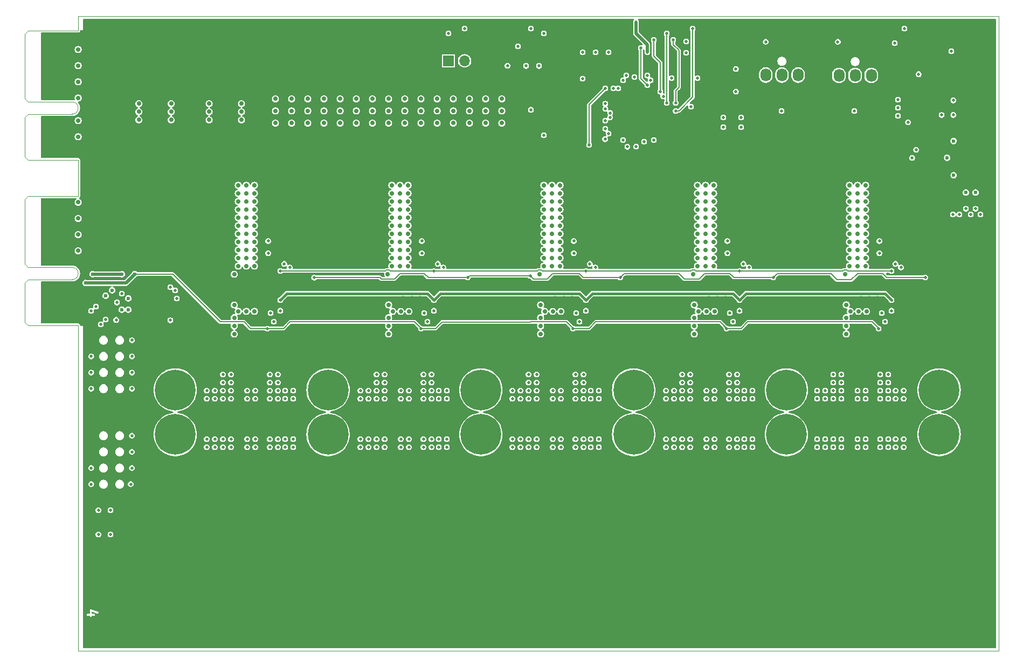
<source format=gbr>
%TF.GenerationSoftware,KiCad,Pcbnew,8.0.6*%
%TF.CreationDate,2024-11-29T00:06:02+01:00*%
%TF.ProjectId,EKO_Miner_PowerBoard-53667,454b4f5f-4d69-46e6-9572-5f506f776572,rev?*%
%TF.SameCoordinates,Original*%
%TF.FileFunction,Copper,L4,Inr*%
%TF.FilePolarity,Positive*%
%FSLAX46Y46*%
G04 Gerber Fmt 4.6, Leading zero omitted, Abs format (unit mm)*
G04 Created by KiCad (PCBNEW 8.0.6) date 2024-11-29 00:06:02*
%MOMM*%
%LPD*%
G01*
G04 APERTURE LIST*
%ADD10C,0.300000*%
%TA.AperFunction,ComponentPad*%
%ADD11R,1.730000X2.030000*%
%TD*%
%TA.AperFunction,ComponentPad*%
%ADD12O,1.730000X2.030000*%
%TD*%
%TA.AperFunction,ComponentPad*%
%ADD13C,0.800000*%
%TD*%
%TA.AperFunction,ComponentPad*%
%ADD14C,6.400000*%
%TD*%
%TA.AperFunction,ComponentPad*%
%ADD15C,0.499999*%
%TD*%
%TA.AperFunction,ComponentPad*%
%ADD16C,0.400000*%
%TD*%
%TA.AperFunction,ComponentPad*%
%ADD17C,0.500000*%
%TD*%
%TA.AperFunction,ComponentPad*%
%ADD18R,1.700000X1.700000*%
%TD*%
%TA.AperFunction,ComponentPad*%
%ADD19O,1.700000X1.700000*%
%TD*%
%TA.AperFunction,ViaPad*%
%ADD20C,0.700000*%
%TD*%
%TA.AperFunction,ViaPad*%
%ADD21C,0.500000*%
%TD*%
%TA.AperFunction,ViaPad*%
%ADD22C,0.600000*%
%TD*%
%TA.AperFunction,Conductor*%
%ADD23C,0.200000*%
%TD*%
%TA.AperFunction,Conductor*%
%ADD24C,0.500000*%
%TD*%
%TA.AperFunction,Conductor*%
%ADD25C,0.400000*%
%TD*%
%TA.AperFunction,Profile*%
%ADD26C,0.100000*%
%TD*%
G04 APERTURE END LIST*
D10*
G36*
X78106089Y-119867438D02*
G01*
X75905386Y-119867438D01*
X75905386Y-119310104D01*
X76072053Y-119310104D01*
X76072053Y-119368632D01*
X76094451Y-119422704D01*
X76135835Y-119464088D01*
X76189907Y-119486486D01*
X76219171Y-119489368D01*
X76569171Y-119489368D01*
X76569171Y-119553653D01*
X76572053Y-119582917D01*
X76594451Y-119636989D01*
X76635835Y-119678373D01*
X76689907Y-119700771D01*
X76748435Y-119700771D01*
X76802507Y-119678373D01*
X76843891Y-119636989D01*
X76866289Y-119582917D01*
X76869171Y-119553653D01*
X76869171Y-119489368D01*
X77219171Y-119489368D01*
X77248435Y-119486486D01*
X77302507Y-119464088D01*
X77343891Y-119422704D01*
X77366289Y-119368632D01*
X77366289Y-119310104D01*
X77343891Y-119256032D01*
X77302507Y-119214648D01*
X77248435Y-119192250D01*
X77219171Y-119189368D01*
X76869171Y-119189368D01*
X76869171Y-118833195D01*
X77743166Y-119124527D01*
X77771839Y-119131047D01*
X77830219Y-119126898D01*
X77882566Y-119100724D01*
X77920914Y-119056510D01*
X77939422Y-119000985D01*
X77935273Y-118942605D01*
X77909099Y-118890258D01*
X77864885Y-118851911D01*
X77838034Y-118839922D01*
X76766605Y-118482780D01*
X76752097Y-118479481D01*
X76748435Y-118477964D01*
X76745426Y-118477964D01*
X76737932Y-118476260D01*
X76713955Y-118477964D01*
X76689907Y-118477964D01*
X76684926Y-118480026D01*
X76679551Y-118480409D01*
X76658046Y-118491161D01*
X76635835Y-118500362D01*
X76632024Y-118504172D01*
X76627204Y-118506583D01*
X76611452Y-118524744D01*
X76594451Y-118541746D01*
X76592388Y-118546725D01*
X76588857Y-118550797D01*
X76581254Y-118573603D01*
X76572053Y-118595818D01*
X76571299Y-118603469D01*
X76570349Y-118606321D01*
X76570629Y-118610270D01*
X76569171Y-118625082D01*
X76569171Y-119189368D01*
X76219171Y-119189368D01*
X76189907Y-119192250D01*
X76135835Y-119214648D01*
X76094451Y-119256032D01*
X76072053Y-119310104D01*
X75905386Y-119310104D01*
X75905386Y-118309593D01*
X78106089Y-118309593D01*
X78106089Y-119867438D01*
G37*
D11*
%TO.N,GND*%
%TO.C,J5*%
X191717000Y-34576000D03*
D12*
%TO.N,+12V_PWR*%
X194257000Y-34576000D03*
%TO.N,/FAN/FAN2_TACH*%
X196797000Y-34576000D03*
%TO.N,/FAN/FAN2_PWM*%
X199337000Y-34576000D03*
%TD*%
D13*
%TO.N,GND*%
%TO.C,H18*%
X183600000Y-60000000D03*
X184302944Y-58302944D03*
X184302944Y-61697056D03*
X186000000Y-57600000D03*
D14*
X186000000Y-60000000D03*
D13*
X186000000Y-62400000D03*
X187697056Y-58302944D03*
X187697056Y-61697056D03*
X188400000Y-60000000D03*
%TD*%
%TO.N,VPWR_ASIC*%
%TO.C,H19*%
X183600000Y-91000000D03*
X184302944Y-89302944D03*
X184302944Y-92697056D03*
X186000000Y-88600000D03*
D14*
X186000000Y-91000000D03*
D13*
X186000000Y-93400000D03*
X187697056Y-89302944D03*
X187697056Y-92697056D03*
X188400000Y-91000000D03*
%TD*%
%TO.N,VPWR_ASIC*%
%TO.C,H21*%
X207600000Y-84000000D03*
X208302944Y-82302944D03*
X208302944Y-85697056D03*
X210000000Y-81600000D03*
D14*
X210000000Y-84000000D03*
D13*
X210000000Y-86400000D03*
X211697056Y-82302944D03*
X211697056Y-85697056D03*
X212400000Y-84000000D03*
%TD*%
%TO.N,VPWR_ASIC*%
%TO.C,H23*%
X207600000Y-91000000D03*
X208302944Y-89302944D03*
X208302944Y-92697056D03*
X210000000Y-88600000D03*
D14*
X210000000Y-91000000D03*
D13*
X210000000Y-93400000D03*
X211697056Y-89302944D03*
X211697056Y-92697056D03*
X212400000Y-91000000D03*
%TD*%
%TO.N,GND*%
%TO.C,H12*%
X135600000Y-115000000D03*
X136302944Y-113302944D03*
X136302944Y-116697056D03*
X138000000Y-112600000D03*
D14*
X138000000Y-115000000D03*
D13*
X138000000Y-117400000D03*
X139697056Y-113302944D03*
X139697056Y-116697056D03*
X140400000Y-115000000D03*
%TD*%
%TO.N,VPWR_ASIC*%
%TO.C,H3*%
X87600000Y-91000000D03*
X88302944Y-89302944D03*
X88302944Y-92697056D03*
X90000000Y-88600000D03*
D14*
X90000000Y-91000000D03*
D13*
X90000000Y-93400000D03*
X91697056Y-89302944D03*
X91697056Y-92697056D03*
X92400000Y-91000000D03*
%TD*%
%TO.N,VPWR_ASIC*%
%TO.C,H15*%
X159600000Y-91000000D03*
X160302944Y-89302944D03*
X160302944Y-92697056D03*
X162000000Y-88600000D03*
D14*
X162000000Y-91000000D03*
D13*
X162000000Y-93400000D03*
X163697056Y-89302944D03*
X163697056Y-92697056D03*
X164400000Y-91000000D03*
%TD*%
%TO.N,VPWR_ASIC*%
%TO.C,H17*%
X183600000Y-84000000D03*
X184302944Y-82302944D03*
X184302944Y-85697056D03*
X186000000Y-81600000D03*
D14*
X186000000Y-84000000D03*
D13*
X186000000Y-86400000D03*
X187697056Y-82302944D03*
X187697056Y-85697056D03*
X188400000Y-84000000D03*
%TD*%
%TO.N,GND*%
%TO.C,H6*%
X111600000Y-60000000D03*
X112302944Y-58302944D03*
X112302944Y-61697056D03*
X114000000Y-57600000D03*
D14*
X114000000Y-60000000D03*
D13*
X114000000Y-62400000D03*
X115697056Y-58302944D03*
X115697056Y-61697056D03*
X116400000Y-60000000D03*
%TD*%
%TO.N,GND*%
%TO.C,H22*%
X207600000Y-60000000D03*
X208302944Y-58302944D03*
X208302944Y-61697056D03*
X210000000Y-57600000D03*
D14*
X210000000Y-60000000D03*
D13*
X210000000Y-62400000D03*
X211697056Y-58302944D03*
X211697056Y-61697056D03*
X212400000Y-60000000D03*
%TD*%
%TO.N,GND*%
%TO.C,H20*%
X183600000Y-115000000D03*
X184302944Y-113302944D03*
X184302944Y-116697056D03*
X186000000Y-112600000D03*
D14*
X186000000Y-115000000D03*
D13*
X186000000Y-117400000D03*
X187697056Y-113302944D03*
X187697056Y-116697056D03*
X188400000Y-115000000D03*
%TD*%
%TO.N,GND*%
%TO.C,H4*%
X87600000Y-115000000D03*
X88302944Y-113302944D03*
X88302944Y-116697056D03*
X90000000Y-112600000D03*
D14*
X90000000Y-115000000D03*
D13*
X90000000Y-117400000D03*
X91697056Y-113302944D03*
X91697056Y-116697056D03*
X92400000Y-115000000D03*
%TD*%
%TO.N,GND*%
%TO.C,H24*%
X207600000Y-115000000D03*
X208302944Y-113302944D03*
X208302944Y-116697056D03*
X210000000Y-112600000D03*
D14*
X210000000Y-115000000D03*
D13*
X210000000Y-117400000D03*
X211697056Y-113302944D03*
X211697056Y-116697056D03*
X212400000Y-115000000D03*
%TD*%
%TO.N,GND*%
%TO.C,H16*%
X159600000Y-115000000D03*
X160302944Y-113302944D03*
X160302944Y-116697056D03*
X162000000Y-112600000D03*
D14*
X162000000Y-115000000D03*
D13*
X162000000Y-117400000D03*
X163697056Y-113302944D03*
X163697056Y-116697056D03*
X164400000Y-115000000D03*
%TD*%
%TO.N,VPWR_ASIC*%
%TO.C,H7*%
X111600000Y-91000000D03*
X112302944Y-89302944D03*
X112302944Y-92697056D03*
X114000000Y-88600000D03*
D14*
X114000000Y-91000000D03*
D13*
X114000000Y-93400000D03*
X115697056Y-89302944D03*
X115697056Y-92697056D03*
X116400000Y-91000000D03*
%TD*%
%TO.N,VPWR_ASIC*%
%TO.C,H5*%
X111600000Y-84000000D03*
X112302944Y-82302944D03*
X112302944Y-85697056D03*
X114000000Y-81600000D03*
D14*
X114000000Y-84000000D03*
D13*
X114000000Y-86400000D03*
X115697056Y-82302944D03*
X115697056Y-85697056D03*
X116400000Y-84000000D03*
%TD*%
%TO.N,GND*%
%TO.C,H10*%
X135600000Y-60000000D03*
X136302944Y-58302944D03*
X136302944Y-61697056D03*
X138000000Y-57600000D03*
D14*
X138000000Y-60000000D03*
D13*
X138000000Y-62400000D03*
X139697056Y-58302944D03*
X139697056Y-61697056D03*
X140400000Y-60000000D03*
%TD*%
%TO.N,GND*%
%TO.C,H8*%
X111600000Y-115000000D03*
X112302944Y-113302944D03*
X112302944Y-116697056D03*
X114000000Y-112600000D03*
D14*
X114000000Y-115000000D03*
D13*
X114000000Y-117400000D03*
X115697056Y-113302944D03*
X115697056Y-116697056D03*
X116400000Y-115000000D03*
%TD*%
%TO.N,VPWR_ASIC*%
%TO.C,H13*%
X159600000Y-84000000D03*
X160302944Y-82302944D03*
X160302944Y-85697056D03*
X162000000Y-81600000D03*
D14*
X162000000Y-84000000D03*
D13*
X162000000Y-86400000D03*
X163697056Y-82302944D03*
X163697056Y-85697056D03*
X164400000Y-84000000D03*
%TD*%
%TO.N,GND*%
%TO.C,H2*%
X87600000Y-60000000D03*
X88302944Y-58302944D03*
X88302944Y-61697056D03*
X90000000Y-57600000D03*
D14*
X90000000Y-60000000D03*
D13*
X90000000Y-62400000D03*
X91697056Y-58302944D03*
X91697056Y-61697056D03*
X92400000Y-60000000D03*
%TD*%
D11*
%TO.N,GND*%
%TO.C,J6*%
X180215000Y-34513000D03*
D12*
%TO.N,+12V_PWR*%
X182755000Y-34513000D03*
%TO.N,/FAN/FAN1_TACH*%
X185295000Y-34513000D03*
%TO.N,/FAN/FAN1_PWM*%
X187835000Y-34513000D03*
%TD*%
D13*
%TO.N,VPWR_ASIC*%
%TO.C,H1*%
X87600000Y-84000000D03*
X88302944Y-82302944D03*
X88302944Y-85697056D03*
X90000000Y-81600000D03*
D14*
X90000000Y-84000000D03*
D13*
X90000000Y-86400000D03*
X91697056Y-82302944D03*
X91697056Y-85697056D03*
X92400000Y-84000000D03*
%TD*%
%TO.N,VPWR_ASIC*%
%TO.C,H9*%
X135600000Y-84000000D03*
X136302944Y-82302944D03*
X136302944Y-85697056D03*
X138000000Y-81600000D03*
D14*
X138000000Y-84000000D03*
D13*
X138000000Y-86400000D03*
X139697056Y-82302944D03*
X139697056Y-85697056D03*
X140400000Y-84000000D03*
%TD*%
%TO.N,VPWR_ASIC*%
%TO.C,H11*%
X135600000Y-91000000D03*
X136302944Y-89302944D03*
X136302944Y-92697056D03*
X138000000Y-88600000D03*
D14*
X138000000Y-91000000D03*
D13*
X138000000Y-93400000D03*
X139697056Y-89302944D03*
X139697056Y-92697056D03*
X140400000Y-91000000D03*
%TD*%
%TO.N,GND*%
%TO.C,H14*%
X159600000Y-60000000D03*
X160302944Y-58302944D03*
X160302944Y-61697056D03*
X162000000Y-57600000D03*
D14*
X162000000Y-60000000D03*
D13*
X162000000Y-62400000D03*
X163697056Y-58302944D03*
X163697056Y-61697056D03*
X164400000Y-60000000D03*
%TD*%
D15*
%TO.N,GND*%
%TO.C,U11*%
X149680000Y-69504007D03*
X151000000Y-69504004D03*
X152320000Y-69504004D03*
X153450000Y-68104002D03*
X148550000Y-68103999D03*
X151000000Y-68103999D03*
X152320000Y-68103999D03*
X149680000Y-68103997D03*
X151000000Y-66704000D03*
X152320000Y-66704000D03*
X149680000Y-66703997D03*
%TD*%
D16*
%TO.N,GND*%
%TO.C,U2*%
X87196000Y-68928000D03*
X87196000Y-70328000D03*
%TD*%
D15*
%TO.N,GND*%
%TO.C,U12*%
X173810000Y-69504007D03*
X175130000Y-69504004D03*
X176450000Y-69504004D03*
X177580000Y-68104002D03*
X172680000Y-68103999D03*
X175130000Y-68103999D03*
X176450000Y-68103999D03*
X173810000Y-68103997D03*
X175130000Y-66704000D03*
X176450000Y-66704000D03*
X173810000Y-66703997D03*
%TD*%
%TO.N,GND*%
%TO.C,U9*%
X101674000Y-69504008D03*
X102994000Y-69504005D03*
X104314000Y-69504005D03*
X105444000Y-68104003D03*
X100544000Y-68104000D03*
X102994000Y-68104000D03*
X104314000Y-68104000D03*
X101674000Y-68103998D03*
X102994000Y-66704001D03*
X104314000Y-66704001D03*
X101674000Y-66703998D03*
%TD*%
%TO.N,GND*%
%TO.C,U13*%
X197686000Y-69504007D03*
X199006000Y-69504004D03*
X200326000Y-69504004D03*
X201456000Y-68104002D03*
X196556000Y-68103999D03*
X199006000Y-68103999D03*
X200326000Y-68103999D03*
X197686000Y-68103997D03*
X199006000Y-66704000D03*
X200326000Y-66704000D03*
X197686000Y-66703997D03*
%TD*%
D17*
%TO.N,GND*%
%TO.C,U4*%
X160808998Y-39479000D03*
X160808998Y-40849000D03*
X161948998Y-38339000D03*
X161948998Y-39479000D03*
X161948998Y-40849000D03*
X161948998Y-41989000D03*
X163318998Y-38339000D03*
X163318998Y-39479000D03*
X163318998Y-40849000D03*
X163318998Y-41989000D03*
X164458998Y-39479000D03*
X164458998Y-40849000D03*
%TD*%
D18*
%TO.N,/SCL*%
%TO.C,J9*%
X132916000Y-32290000D03*
D19*
%TO.N,/SDA*%
X135456000Y-32290000D03*
%TO.N,GND*%
X137996000Y-32290000D03*
%TD*%
D15*
%TO.N,GND*%
%TO.C,U10*%
X125804000Y-69504008D03*
X127124000Y-69504005D03*
X128444000Y-69504005D03*
X129574000Y-68104003D03*
X124674000Y-68104000D03*
X127124000Y-68104000D03*
X128444000Y-68104000D03*
X125804000Y-68103998D03*
X127124000Y-66704001D03*
X128444000Y-66704001D03*
X125804000Y-66703998D03*
%TD*%
D20*
%TO.N,GND*%
X199083000Y-99219000D03*
X200353000Y-99219000D03*
X195273000Y-99219000D03*
X194003000Y-97949000D03*
X196543000Y-99219000D03*
X204163000Y-99219000D03*
X192733000Y-97949000D03*
X195273000Y-97949000D03*
X197813000Y-99219000D03*
X197813000Y-97949000D03*
X192733000Y-99219000D03*
X194003000Y-99219000D03*
X201623000Y-97949000D03*
X202893000Y-99219000D03*
X196543000Y-97949000D03*
X201623000Y-99219000D03*
X199083000Y-97949000D03*
X204163000Y-97949000D03*
X191463000Y-99219000D03*
X200353000Y-97949000D03*
X191463000Y-97949000D03*
X202893000Y-97949000D03*
X175334000Y-99219000D03*
X176604000Y-99219000D03*
X171524000Y-99219000D03*
X170254000Y-97949000D03*
X172794000Y-99219000D03*
X180414000Y-99219000D03*
X168984000Y-97949000D03*
X171524000Y-97949000D03*
X174064000Y-99219000D03*
X174064000Y-97949000D03*
X168984000Y-99219000D03*
X170254000Y-99219000D03*
X177874000Y-97949000D03*
X179144000Y-99219000D03*
X172794000Y-97949000D03*
X177874000Y-99219000D03*
X175334000Y-97949000D03*
X180414000Y-97949000D03*
X167714000Y-99219000D03*
X176604000Y-97949000D03*
X167714000Y-97949000D03*
X179144000Y-97949000D03*
X151204000Y-99219000D03*
X152474000Y-99219000D03*
X147394000Y-99219000D03*
X146124000Y-97949000D03*
X148664000Y-99219000D03*
X156284000Y-99219000D03*
X144854000Y-97949000D03*
X147394000Y-97949000D03*
X149934000Y-99219000D03*
X149934000Y-97949000D03*
X144854000Y-99219000D03*
X146124000Y-99219000D03*
X153744000Y-97949000D03*
X155014000Y-99219000D03*
X148664000Y-97949000D03*
X153744000Y-99219000D03*
X151204000Y-97949000D03*
X156284000Y-97949000D03*
X143584000Y-99219000D03*
X152474000Y-97949000D03*
X143584000Y-97949000D03*
X155014000Y-97949000D03*
X127201000Y-99219000D03*
X128471000Y-99219000D03*
X123391000Y-99219000D03*
X122121000Y-97949000D03*
X124661000Y-99219000D03*
X132281000Y-99219000D03*
X120851000Y-97949000D03*
X123391000Y-97949000D03*
X125931000Y-99219000D03*
X125931000Y-97949000D03*
X120851000Y-99219000D03*
X122121000Y-99219000D03*
X129741000Y-97949000D03*
X131011000Y-99219000D03*
X124661000Y-97949000D03*
X129741000Y-99219000D03*
X127201000Y-97949000D03*
X132281000Y-97949000D03*
X119581000Y-99219000D03*
X128471000Y-97949000D03*
X119581000Y-97949000D03*
X131011000Y-97949000D03*
X103198000Y-97949000D03*
X104468000Y-97949000D03*
X104468000Y-99219000D03*
X101928000Y-97949000D03*
X99388000Y-97949000D03*
X96848000Y-99219000D03*
X101928000Y-99219000D03*
X99388000Y-99219000D03*
X100658000Y-99219000D03*
X95578000Y-99219000D03*
X108278000Y-97949000D03*
X98118000Y-97949000D03*
X95578000Y-97949000D03*
X98118000Y-99219000D03*
X107008000Y-97949000D03*
X108278000Y-99219000D03*
X96848000Y-97949000D03*
X105738000Y-97949000D03*
X107008000Y-99219000D03*
X105738000Y-99219000D03*
X100658000Y-97949000D03*
X103198000Y-99219000D03*
%TO.N,+12V_PWR*%
X195264000Y-65830000D03*
X171388000Y-65830000D03*
X147258000Y-65830000D03*
X123382000Y-65830000D03*
X99261000Y-65818000D03*
X84275000Y-41561000D03*
X84275000Y-40291000D03*
X84275000Y-39021000D03*
X89355000Y-41561000D03*
X89355000Y-40291000D03*
X89355000Y-39021000D03*
X95324000Y-41561000D03*
X95324000Y-40291000D03*
X95324000Y-39021000D03*
X100404000Y-41561000D03*
X100404000Y-40291000D03*
X100404000Y-39021000D03*
X74750000Y-62135000D03*
%TO.N,GND*%
X73353000Y-63405000D03*
X73353000Y-60865000D03*
%TO.N,+12V_PWR*%
X74750000Y-59595000D03*
X74750000Y-57055000D03*
%TO.N,GND*%
X73353000Y-58325000D03*
X73353000Y-55785000D03*
%TO.N,+12V_PWR*%
X74750000Y-54515000D03*
%TO.N,GND*%
X216990000Y-122714000D03*
X142568000Y-63277999D03*
X110818000Y-45879000D03*
X83386000Y-50959000D03*
X166698000Y-63277999D03*
X82116000Y-53499000D03*
X95578000Y-32036000D03*
X122121000Y-45879000D03*
D21*
X105865000Y-75216000D03*
D22*
X214196000Y-51983000D03*
D20*
X81227000Y-108490000D03*
D21*
X117549000Y-76486000D03*
D20*
X95832000Y-62008000D03*
D21*
X162126000Y-30954000D03*
D20*
X94562000Y-60738000D03*
D21*
X192733000Y-75215999D03*
X111707000Y-75216000D03*
D20*
X94562000Y-59468000D03*
X191844000Y-62007999D03*
X82116000Y-57309000D03*
X119962000Y-64548000D03*
X142568000Y-64547999D03*
D21*
X129995000Y-76486000D03*
X170127000Y-76485999D03*
X84717000Y-70644000D03*
D20*
X118692000Y-45879000D03*
X166698000Y-58197999D03*
D21*
X135837000Y-76486000D03*
X164285000Y-75216000D03*
D20*
X82116000Y-56039000D03*
X83386000Y-58579000D03*
X167968000Y-60737999D03*
X82116000Y-48419000D03*
X78052000Y-26575000D03*
D21*
X178636000Y-68297000D03*
X140155000Y-76486000D03*
D20*
X83386000Y-32036000D03*
X73353000Y-29242000D03*
X83386000Y-57309000D03*
D21*
X160094000Y-30954000D03*
D20*
X138250000Y-109760000D03*
X166698000Y-59467999D03*
X120470000Y-33814000D03*
X82116000Y-58579000D03*
X100150000Y-109760000D03*
X143838000Y-59467999D03*
D21*
X92149000Y-76486000D03*
X182573000Y-76485999D03*
X204544000Y-67214999D03*
D20*
X83386000Y-45879000D03*
X87450000Y-109760000D03*
X73353000Y-42958000D03*
X190574000Y-60737999D03*
D21*
X155141000Y-76485999D03*
D20*
X211275000Y-27591000D03*
X115644000Y-33814000D03*
X119962000Y-62008000D03*
X119962000Y-60738000D03*
D21*
X188161000Y-75216000D03*
D20*
X103960000Y-45879000D03*
X109040000Y-33814000D03*
D21*
X159713000Y-75216000D03*
D20*
X118692000Y-58198000D03*
D21*
X132662000Y-67215000D03*
D20*
X83386000Y-48419000D03*
X76020000Y-51848000D03*
X82116000Y-45879000D03*
D21*
X168857000Y-75215999D03*
D20*
X143838000Y-58197999D03*
X94562000Y-58198000D03*
D21*
X105865000Y-76486000D03*
D20*
X142568000Y-59467999D03*
D21*
X107135000Y-75216000D03*
D20*
X191844000Y-63277999D03*
D21*
X111707000Y-76486000D03*
X122121000Y-75216000D03*
D20*
X109040000Y-45244000D03*
D21*
X93419000Y-75216000D03*
D20*
X93038000Y-32036000D03*
X94562000Y-62008000D03*
D21*
X178067000Y-31528000D03*
X135837000Y-75216000D03*
X149934000Y-39971000D03*
D20*
X125423000Y-45879000D03*
X89228000Y-33306000D03*
D21*
X158443000Y-76485999D03*
X131265000Y-76486000D03*
X179271000Y-75215999D03*
D20*
X191844000Y-58197999D03*
X82116000Y-33306000D03*
X73353000Y-31782000D03*
X170000000Y-109760000D03*
X90498000Y-32036000D03*
D21*
X155141000Y-75215999D03*
D20*
X102436000Y-33306000D03*
X110818000Y-31528000D03*
D21*
X141425000Y-75215999D03*
D20*
X167968000Y-59467999D03*
D21*
X153998000Y-39971000D03*
X189431000Y-75215999D03*
D20*
X195417688Y-109777689D03*
X99896000Y-33306000D03*
D21*
X178001000Y-76485999D03*
D20*
X217625000Y-27591000D03*
D21*
X92149000Y-75216000D03*
D20*
X94308000Y-32036000D03*
X84656000Y-32036000D03*
X167968000Y-58197999D03*
D21*
X165555000Y-76485999D03*
X122121000Y-76486000D03*
D20*
X118692000Y-59468000D03*
X112342000Y-33814000D03*
X191844000Y-64547999D03*
X166698000Y-60737999D03*
X114131997Y-45879000D03*
D21*
X134567000Y-75216000D03*
D20*
X163650000Y-109760000D03*
X157300000Y-109760000D03*
X105611000Y-45244000D03*
X112469000Y-45244000D03*
D21*
X180668000Y-67214999D03*
D20*
X118692000Y-60738000D03*
D21*
X206449000Y-76485999D03*
D20*
X123772000Y-45244000D03*
X190574000Y-58197999D03*
X127074000Y-33814000D03*
X128852000Y-31528000D03*
X119962000Y-63278000D03*
X95578000Y-33306000D03*
X166698000Y-64547999D03*
D21*
X166190000Y-30954000D03*
D20*
X191844000Y-59467999D03*
X82116000Y-50959000D03*
X125550000Y-109760000D03*
D21*
X207719000Y-75216000D03*
X116279000Y-76486000D03*
D20*
X131900000Y-109760000D03*
D21*
X145997000Y-75215999D03*
X144727000Y-75215999D03*
X93419000Y-76486000D03*
D20*
X82116000Y-49689000D03*
X82116000Y-32036000D03*
X112850000Y-109760000D03*
X118692000Y-64548000D03*
D21*
X168222000Y-30954000D03*
X153871000Y-75215999D03*
X117549000Y-75216000D03*
D22*
X215720000Y-51983000D03*
D20*
X143838000Y-64547999D03*
D21*
X145997000Y-76485999D03*
D20*
X99896000Y-32036000D03*
X117930000Y-31528000D03*
D21*
X203147000Y-76485999D03*
D20*
X73353000Y-34322000D03*
X82116000Y-52229000D03*
D21*
X201877000Y-75215999D03*
X175649000Y-39402000D03*
X96721000Y-76486000D03*
D20*
X81227000Y-121190000D03*
X167968000Y-64547999D03*
X167968000Y-62007999D03*
X107262000Y-45879000D03*
D21*
X110437000Y-76486000D03*
X183843000Y-75216000D03*
X147902000Y-36415000D03*
X134567000Y-76486000D03*
D20*
X90498000Y-33306000D03*
D21*
X140155000Y-75216000D03*
D20*
X82116000Y-47149000D03*
X142568000Y-62007999D03*
X102436000Y-32036000D03*
X176371258Y-109777689D03*
X76782000Y-87662000D03*
X127074000Y-45244000D03*
D21*
X192733000Y-76485999D03*
D20*
X217625000Y-46641000D03*
D21*
X110437000Y-75216000D03*
D20*
X101166000Y-33306000D03*
D21*
X207719000Y-76486000D03*
X76800000Y-76190000D03*
D20*
X121994000Y-31528000D03*
X125550000Y-31528000D03*
D21*
X154506000Y-68297000D03*
D20*
X120470000Y-45244000D03*
X142568000Y-60737999D03*
X93800000Y-109760000D03*
D21*
X202512000Y-68297000D03*
X120851000Y-75216000D03*
X156538000Y-67214999D03*
X170000000Y-35018000D03*
D20*
X114120000Y-31528000D03*
D21*
X129995000Y-75216000D03*
D20*
X182700000Y-109760000D03*
X150950000Y-109760000D03*
X119200000Y-109760000D03*
D21*
X158443000Y-75215999D03*
X175649000Y-44482000D03*
D20*
X190574000Y-59467999D03*
X76020000Y-49308000D03*
X95832000Y-60738000D03*
D21*
X151966000Y-39971000D03*
D20*
X143838000Y-63277999D03*
D21*
X164285000Y-76486000D03*
D20*
X73353000Y-45498000D03*
X105738000Y-33814000D03*
X190574000Y-63277999D03*
X115898000Y-45371000D03*
X83386000Y-49689000D03*
D21*
X194003000Y-75215999D03*
X107135000Y-76486000D03*
D20*
X217625000Y-40291000D03*
X119962000Y-59468000D03*
D21*
X165555000Y-75215999D03*
D20*
X142568000Y-58197999D03*
X106500000Y-109760000D03*
X101166000Y-32036000D03*
X117676000Y-45879000D03*
X91768000Y-33306000D03*
X95832000Y-58198000D03*
D21*
X213180000Y-34926000D03*
D20*
X83386000Y-52229000D03*
X93038000Y-33306000D03*
X94308000Y-33306000D03*
X83386000Y-33306000D03*
X167968000Y-63277999D03*
X143838000Y-62007999D03*
D21*
X96721000Y-75216000D03*
D20*
X143838000Y-60737999D03*
D21*
X87450000Y-67088000D03*
X108532000Y-67215000D03*
X216609000Y-34926000D03*
D20*
X119962000Y-58198000D03*
D21*
X183843000Y-76486000D03*
X209690000Y-35719000D03*
X120851000Y-76486000D03*
X106500000Y-68297001D03*
X144727000Y-76485999D03*
D20*
X94562000Y-64548000D03*
D21*
X116279000Y-75216000D03*
D20*
X107262000Y-31528000D03*
X91768000Y-32036000D03*
X81227000Y-102140000D03*
X83386000Y-53499000D03*
D21*
X130630000Y-68297001D03*
X159713000Y-76486000D03*
X97991000Y-75216000D03*
D20*
X166698000Y-62007999D03*
X95832000Y-63278000D03*
D21*
X188161000Y-76486000D03*
X153871000Y-76485999D03*
X194003000Y-76485999D03*
D20*
X84656000Y-33306000D03*
D21*
X178067000Y-35084000D03*
X206449000Y-75215999D03*
D20*
X82116000Y-54769000D03*
X190574000Y-62007999D03*
X95832000Y-59468000D03*
D21*
X97991000Y-76486000D03*
X178001000Y-75215999D03*
D20*
X73353000Y-36862000D03*
D21*
X203147000Y-75215999D03*
D20*
X191844000Y-60737999D03*
D21*
X156030000Y-39971000D03*
X170127000Y-75215999D03*
D20*
X83386000Y-54769000D03*
D21*
X182573000Y-75215999D03*
X89482000Y-70644000D03*
X189431000Y-76485999D03*
D20*
X190574000Y-64547999D03*
D21*
X141425000Y-76485999D03*
D20*
X217625000Y-33941000D03*
D21*
X131265000Y-75216000D03*
D20*
X123772000Y-33814000D03*
X81227000Y-114840000D03*
X89228000Y-32036000D03*
X83386000Y-47149000D03*
X95832000Y-64548000D03*
D21*
X168857000Y-76485999D03*
D20*
X118692000Y-62008000D03*
X189050000Y-109760000D03*
X144600000Y-109760000D03*
D21*
X201877000Y-76485999D03*
D20*
X83386000Y-56039000D03*
X118692000Y-63278000D03*
X201773016Y-109777689D03*
X94562000Y-63278000D03*
D21*
X179271000Y-76485999D03*
D20*
%TO.N,+12V_PWR*%
X195908000Y-51848000D03*
X105738000Y-38259000D03*
X125296000Y-51848000D03*
X74750000Y-41688000D03*
X174572000Y-62007999D03*
X173302000Y-54387999D03*
X172032000Y-54388000D03*
X124026000Y-53118000D03*
X113358000Y-38259000D03*
X197178000Y-55657999D03*
X102436000Y-56928000D03*
X147902000Y-51848000D03*
X174572000Y-59467999D03*
X198448000Y-58197999D03*
X124026000Y-58198000D03*
X99896000Y-55658000D03*
X150442000Y-53118000D03*
X147902000Y-54388000D03*
D21*
X182755000Y-29297000D03*
D20*
X172032000Y-55658000D03*
X101166000Y-56928000D03*
X173302000Y-53117999D03*
X136218000Y-42069000D03*
X74750000Y-30512000D03*
X101166000Y-62008000D03*
X123518000Y-38259000D03*
X126566000Y-51848000D03*
X198448000Y-59467999D03*
X149172000Y-51847999D03*
X125296000Y-54388000D03*
X197178000Y-58197999D03*
X126566000Y-55658000D03*
X126058000Y-38259000D03*
X126566000Y-59468000D03*
X174572000Y-58197999D03*
X102436000Y-63278000D03*
X124026000Y-56928000D03*
X125296000Y-60738000D03*
X126566000Y-64548000D03*
X101166000Y-58198000D03*
X174572000Y-55658000D03*
X99896000Y-59468000D03*
X195908000Y-64547999D03*
X125296000Y-64548000D03*
X173302000Y-63277999D03*
X131138000Y-38259000D03*
X174572000Y-64547999D03*
X126566000Y-56928000D03*
X131138000Y-40164000D03*
X141298000Y-40164000D03*
X147902000Y-53118000D03*
X99896000Y-53118000D03*
X99896000Y-64548000D03*
X115898000Y-40164000D03*
X118438000Y-38259000D03*
X108278000Y-38259000D03*
X150442000Y-58197999D03*
X173302000Y-51847999D03*
X172032000Y-64547999D03*
X174572000Y-53118000D03*
X174572000Y-54388000D03*
X126566000Y-53118000D03*
X118438000Y-42069000D03*
X172032000Y-53118000D03*
X126566000Y-62008000D03*
X74750000Y-35592000D03*
X195908000Y-60737999D03*
X141298000Y-38259000D03*
X150442000Y-64547999D03*
X149172000Y-62007999D03*
X99896000Y-60738000D03*
X113358000Y-42069000D03*
X74750000Y-38132000D03*
X195908000Y-53118000D03*
X172032000Y-60737999D03*
X195908000Y-62007999D03*
X147902000Y-60737999D03*
X101166000Y-63278000D03*
X126566000Y-60738000D03*
X197178000Y-56927999D03*
X124026000Y-54388000D03*
X147902000Y-62007999D03*
X102436000Y-62008000D03*
X115898000Y-38259000D03*
X115898000Y-42069000D03*
X124026000Y-60738000D03*
X147902000Y-59467999D03*
X149172000Y-64547999D03*
X149172000Y-55657999D03*
X195908000Y-63277999D03*
X150442000Y-63277999D03*
X147902000Y-56928000D03*
X120978000Y-42069000D03*
X174572000Y-63277999D03*
X99896000Y-63278000D03*
X150442000Y-54388000D03*
X123518000Y-40164000D03*
X172032000Y-56928000D03*
X102436000Y-60738000D03*
X102436000Y-54388000D03*
X102436000Y-59468000D03*
X138758000Y-38259000D03*
X102436000Y-64548000D03*
X173302000Y-58197999D03*
X105738000Y-40164000D03*
X173302000Y-64547999D03*
X124026000Y-62008000D03*
X133678000Y-38259000D03*
X173302000Y-62007999D03*
X99896000Y-58198000D03*
X110818000Y-38259000D03*
X102436000Y-51848000D03*
X172032000Y-59467999D03*
X131138000Y-42069000D03*
X124026000Y-64548000D03*
X174572000Y-56928000D03*
X173302000Y-56927999D03*
X174572000Y-51848000D03*
X150442000Y-59467999D03*
X172032000Y-58197999D03*
X123518000Y-42069000D03*
X138758000Y-40164000D03*
X147902000Y-58197999D03*
X198448000Y-51848000D03*
X198448000Y-60737999D03*
X101166000Y-54388000D03*
X128598000Y-40164000D03*
X125296000Y-62008000D03*
X174572000Y-60737999D03*
X195908000Y-59467999D03*
X198448000Y-56928000D03*
X149172000Y-56927999D03*
X102436000Y-55658000D03*
X74750000Y-33052000D03*
X150442000Y-51848000D03*
X113358000Y-40164000D03*
X150442000Y-55658000D03*
X101166000Y-53118000D03*
X99896000Y-54388000D03*
X197178000Y-64547999D03*
X197178000Y-63277999D03*
X149172000Y-60737999D03*
X198448000Y-64547999D03*
X126566000Y-54388000D03*
D21*
X194075000Y-29297000D03*
D20*
X198448000Y-62007999D03*
X198448000Y-54388000D03*
X141298000Y-42069000D03*
X101166000Y-55658000D03*
X126058000Y-40164000D03*
X125296000Y-55658000D03*
X172032000Y-51848000D03*
X149172000Y-54387999D03*
X125296000Y-53118000D03*
X102436000Y-53118000D03*
X138758000Y-42069000D03*
X124026000Y-59468000D03*
X198448000Y-63277999D03*
X195908000Y-54388000D03*
X126566000Y-58198000D03*
X118438000Y-40164000D03*
X195908000Y-58197999D03*
X173302000Y-60737999D03*
X150442000Y-56928000D03*
X120978000Y-40164000D03*
X147902000Y-63277999D03*
X99896000Y-56928000D03*
X197178000Y-54387999D03*
X105738000Y-42069000D03*
X198448000Y-53118000D03*
X101166000Y-51848000D03*
X172032000Y-63277999D03*
D21*
X170254000Y-29242000D03*
D20*
X198448000Y-55658000D03*
X149172000Y-53117999D03*
X120978000Y-38259000D03*
X124026000Y-63278000D03*
X99896000Y-51848000D03*
X126058000Y-42069000D03*
X102436000Y-58198000D03*
X173302000Y-59467999D03*
X136218000Y-40164000D03*
X197178000Y-62007999D03*
X125296000Y-59468000D03*
X136218000Y-38259000D03*
X197178000Y-51847999D03*
X197178000Y-59467999D03*
X128598000Y-38259000D03*
X150442000Y-60737999D03*
X149172000Y-59467999D03*
X197178000Y-53117999D03*
X126566000Y-63278000D03*
X172032000Y-62007999D03*
X149172000Y-63277999D03*
X125296000Y-63278000D03*
X110818000Y-40164000D03*
X125296000Y-58198000D03*
D21*
X170254000Y-31020000D03*
D20*
X124026000Y-51848000D03*
X99896000Y-62008000D03*
X195908000Y-56928000D03*
X133678000Y-40164000D03*
X108278000Y-42069000D03*
X124026000Y-55658000D03*
X147902000Y-64547999D03*
X108278000Y-40164000D03*
X197178000Y-60737999D03*
X125296000Y-56928000D03*
X101166000Y-60738000D03*
X147902000Y-55658000D03*
X128598000Y-42069000D03*
X150442000Y-62007999D03*
X149172000Y-58197999D03*
X110818000Y-42069000D03*
X74750000Y-44228000D03*
X195908000Y-55658000D03*
X101166000Y-64548000D03*
X101166000Y-59468000D03*
X133678000Y-42069000D03*
X173302000Y-55657999D03*
D21*
%TO.N,/DB_RX*%
X81608000Y-68866000D03*
D22*
X81608000Y-71406000D03*
D21*
%TO.N,/ID0*%
X205750500Y-47530000D03*
X212164000Y-56420000D03*
X178067000Y-37116000D03*
X79068000Y-72930000D03*
D22*
%TO.N,/DB_TX*%
X82624000Y-69628000D03*
X82624000Y-71406000D03*
D21*
%TO.N,/ID1*%
X213180000Y-56420000D03*
X78306000Y-73692000D03*
X178067000Y-33560000D03*
X206385500Y-46260000D03*
%TO.N,+VLOGIC_HB*%
X89228000Y-73057000D03*
X83200000Y-76190000D03*
D22*
%TO.N,Net-(U3-REF)*%
X211259000Y-47530000D03*
%TO.N,+5V_PSU*%
X81608000Y-65818000D03*
X77036000Y-65818000D03*
D21*
%TO.N,+5V_STDBY*%
X128598000Y-74364500D03*
D22*
X83640000Y-65818000D03*
D21*
X200480000Y-74364499D03*
D22*
X75908000Y-67200000D03*
D21*
X176604000Y-74364499D03*
X164158000Y-30954000D03*
X104468000Y-74364500D03*
X162380000Y-26194000D03*
X152474000Y-74364499D03*
X76800000Y-83810000D03*
%TO.N,VPWR_ASIC*%
X150569000Y-92996000D03*
X194638000Y-84106000D03*
X131392000Y-91726000D03*
X190828000Y-92996000D03*
X97482999Y-91736494D03*
X155268000Y-85376000D03*
X107262000Y-91726000D03*
X130249000Y-84106000D03*
X176985000Y-82835999D03*
X104849000Y-85376000D03*
X202004000Y-84106000D03*
X96213000Y-92996000D03*
X125423000Y-84106000D03*
X130249000Y-85376000D03*
X193368000Y-84106000D03*
X193368000Y-85376000D03*
X152855000Y-85376000D03*
X190828000Y-84106000D03*
X154125000Y-92996000D03*
X142949000Y-92996000D03*
X197178000Y-91726000D03*
X149299000Y-91726000D03*
X167079000Y-91726000D03*
X193368000Y-82836000D03*
X192098000Y-92996000D03*
X96213000Y-91726000D03*
X203147000Y-84106000D03*
X145489000Y-92996000D03*
X190828000Y-85376000D03*
X131392000Y-85376000D03*
X108532000Y-92996000D03*
X120343000Y-92996000D03*
X125423000Y-91726000D03*
X94943000Y-91726000D03*
X150569000Y-91726000D03*
X94943000Y-85376000D03*
X167079000Y-84106000D03*
X152855000Y-84106000D03*
X120343000Y-85376000D03*
X106119000Y-82836000D03*
X128979000Y-82836000D03*
X106118999Y-91736494D03*
X170889000Y-92996000D03*
X203147000Y-85376000D03*
X119073000Y-91726000D03*
X204417000Y-91726000D03*
X179398000Y-84106000D03*
X98753000Y-92996000D03*
X130249000Y-81566000D03*
X202004000Y-85376000D03*
X173429000Y-84106000D03*
X152855000Y-82835999D03*
X173429000Y-85376000D03*
X120343000Y-91726000D03*
X107262000Y-85376000D03*
X145489000Y-84106000D03*
X168349000Y-91726000D03*
X142949000Y-84106000D03*
X121613000Y-85376000D03*
X106119000Y-85376000D03*
X108532000Y-84106000D03*
X98752999Y-91736494D03*
X194638000Y-82836000D03*
X131392000Y-92996000D03*
X102563000Y-84106000D03*
X176984999Y-91736494D03*
X150569000Y-85376000D03*
X96213000Y-85376000D03*
X198448000Y-91726000D03*
X149299000Y-85376000D03*
X121612999Y-91736494D03*
X176985000Y-81565999D03*
X94943000Y-92996000D03*
X128979000Y-84106000D03*
X97483000Y-85376000D03*
X200734000Y-81566000D03*
X200733999Y-91736494D03*
X125423000Y-85376000D03*
X192098000Y-91726000D03*
X200734000Y-82836000D03*
X167079000Y-85376000D03*
X132662000Y-92996000D03*
X121613000Y-81566000D03*
X179398000Y-92996000D03*
X145489000Y-85376000D03*
X128978999Y-91736494D03*
X146759000Y-81565999D03*
X144219000Y-92996000D03*
X132662000Y-91726000D03*
X125423000Y-92996000D03*
X202004000Y-92996000D03*
X146759000Y-82835999D03*
X149299000Y-92996000D03*
X145488999Y-91736494D03*
X128979000Y-92996000D03*
X204417000Y-85376000D03*
X121613000Y-84106000D03*
X176985000Y-84106000D03*
X180668000Y-91726000D03*
X156538000Y-92996000D03*
X101293000Y-92996000D03*
X194638000Y-92996000D03*
X193367999Y-91736494D03*
X203147000Y-92996000D03*
X178254999Y-91736494D03*
X168349000Y-85376000D03*
X170889000Y-81565999D03*
X101293000Y-84106000D03*
X152855000Y-92996000D03*
X126693000Y-84106000D03*
X200734000Y-84106000D03*
X130248999Y-91736494D03*
X104849000Y-92996000D03*
X169619000Y-92996000D03*
X144219000Y-91726000D03*
X126693000Y-85376000D03*
X169619000Y-82835999D03*
X155268000Y-91726000D03*
X152854999Y-91736494D03*
X169619000Y-84106000D03*
X178255000Y-81565999D03*
X122883000Y-92996000D03*
X169618999Y-91736494D03*
X104848999Y-91736494D03*
X144219000Y-84106000D03*
X154124999Y-91736494D03*
X119073000Y-92996000D03*
X192098000Y-84106000D03*
X204417000Y-92996000D03*
X130249000Y-92996000D03*
X194637999Y-91736494D03*
X167079000Y-92996000D03*
X202003999Y-91736494D03*
X128979000Y-81566000D03*
X197178000Y-84106000D03*
X176985000Y-85376000D03*
X173429000Y-91726000D03*
X154125000Y-81565999D03*
X128979000Y-85376000D03*
X130249000Y-82836000D03*
X154125000Y-82835999D03*
X142949000Y-91726000D03*
X132662000Y-85376000D03*
X156538000Y-84106000D03*
X146759000Y-92996000D03*
X150569000Y-84106000D03*
X97483000Y-92996000D03*
X98753000Y-84106000D03*
X107262000Y-84106000D03*
X174699000Y-91726000D03*
X179398000Y-91726000D03*
X146758999Y-91736494D03*
X122883000Y-85376000D03*
X168349000Y-84106000D03*
X154125000Y-85376000D03*
X193368000Y-81566000D03*
X122882999Y-91736494D03*
X145489000Y-81565999D03*
X98753000Y-81566000D03*
X174699000Y-84106000D03*
X104849000Y-81566000D03*
X104849000Y-84106000D03*
X108532000Y-85376000D03*
X198448000Y-92996000D03*
X142949000Y-85376000D03*
X101293000Y-85376000D03*
X174699000Y-92996000D03*
X145489000Y-82835999D03*
X97483000Y-81566000D03*
X102563000Y-85376000D03*
X122883000Y-82836000D03*
X132662000Y-84106000D03*
X119073000Y-84106000D03*
X149299000Y-84106000D03*
X174699000Y-85376000D03*
X156538000Y-85376000D03*
X122883000Y-81566000D03*
X131392000Y-84106000D03*
X193368000Y-92996000D03*
X108532000Y-91726000D03*
X154125000Y-84106000D03*
X102563000Y-92996000D03*
X200734000Y-92996000D03*
X178255000Y-92996000D03*
X106119000Y-81566000D03*
X102563000Y-91726000D03*
X180668000Y-85376000D03*
X121613000Y-92996000D03*
X203147000Y-91726000D03*
X106119000Y-84106000D03*
X98753000Y-85376000D03*
X198448000Y-84106000D03*
X104849000Y-82836000D03*
X155268000Y-84106000D03*
X178255000Y-82835999D03*
X126693000Y-92996000D03*
X190828000Y-91726000D03*
X144219000Y-85376000D03*
X176985000Y-92996000D03*
X121613000Y-82836000D03*
X146759000Y-85376000D03*
X194638000Y-81566000D03*
X200734000Y-85376000D03*
X170888999Y-91736494D03*
X178255000Y-85376000D03*
X168349000Y-92996000D03*
X122883000Y-84106000D03*
X97483000Y-84106000D03*
X155268000Y-92996000D03*
X106119000Y-92996000D03*
X204417000Y-84106000D03*
X202004000Y-82836000D03*
X96213000Y-84106000D03*
X197178000Y-85376000D03*
X170889000Y-84106000D03*
X170889000Y-82835999D03*
X94943000Y-84106000D03*
X170889000Y-85376000D03*
X180668000Y-84106000D03*
X97483000Y-82836000D03*
X120343000Y-84106000D03*
X179398000Y-85376000D03*
X107262000Y-92996000D03*
X156538000Y-91726000D03*
X178255000Y-84106000D03*
X119073000Y-85376000D03*
X192098000Y-85376000D03*
X197178000Y-92996000D03*
X169619000Y-85376000D03*
X173429000Y-92996000D03*
X202004000Y-81566000D03*
X152855000Y-81565999D03*
X98753000Y-82836000D03*
X146759000Y-84106000D03*
X169619000Y-81565999D03*
X180668000Y-92996000D03*
X101293000Y-91726000D03*
X126693000Y-91726000D03*
X194638000Y-85376000D03*
X198448000Y-85376000D03*
%TO.N,/PSU_53667/TSEN*%
X202512000Y-65309999D03*
X130630000Y-65310000D03*
X106500000Y-65310000D03*
X178636000Y-65309999D03*
X154506000Y-65309999D03*
X158062000Y-43720000D03*
%TO.N,Net-(U4-V5)*%
X164158000Y-34576000D03*
%TO.N,Net-(U4-VIN)*%
X164666000Y-35338000D03*
%TO.N,+VREF*%
X178636000Y-69881999D03*
X160856000Y-34576000D03*
X202512000Y-69881999D03*
X156030000Y-30954000D03*
X106500000Y-69882000D03*
X153998000Y-30954000D03*
X157554000Y-36608000D03*
X155014000Y-45498000D03*
X130630000Y-69882000D03*
X154506000Y-69881999D03*
X158062000Y-30954000D03*
X172032000Y-35018000D03*
%TO.N,Net-(U9-BOOTR)*%
X104595000Y-60611000D03*
%TO.N,Net-(U4-COMP)*%
X153998000Y-35084000D03*
%TO.N,/RST_ASICn*%
X80846000Y-70253000D03*
D22*
%TO.N,/RST_BUCKn*%
X79068000Y-69200000D03*
D21*
X165174000Y-28988000D03*
X166190000Y-37116000D03*
D20*
%TO.N,Net-(U9-SW)*%
X99260524Y-73961000D03*
X99896000Y-71660000D03*
X99260524Y-72661000D03*
X99261000Y-70644000D03*
X102436000Y-71660000D03*
X101166000Y-71660000D03*
X99261000Y-75216000D03*
D21*
%TO.N,Net-(U4-IMON)*%
X157554000Y-42958000D03*
%TO.N,Net-(U10-VDD)*%
X129614000Y-73287500D03*
D20*
%TO.N,Net-(U10-SW)*%
X125423000Y-71660000D03*
X124153000Y-71660000D03*
X123518000Y-73961000D03*
X123518000Y-75216000D03*
X126693000Y-71660000D03*
X123518000Y-72661000D03*
X123518000Y-70644000D03*
D21*
%TO.N,Net-(U10-BOOTR)*%
X128725000Y-60611000D03*
%TO.N,Net-(U11-VDD)*%
X153490000Y-73287499D03*
D20*
%TO.N,Net-(U11-SW)*%
X148029000Y-71660000D03*
X147394000Y-70644000D03*
X150569000Y-71660000D03*
X147394000Y-75216000D03*
X147393524Y-72661000D03*
X149299000Y-71660000D03*
X147394000Y-73973622D03*
D21*
%TO.N,Net-(U9-BOOT)*%
X104595000Y-62516000D03*
%TO.N,Net-(U11-BOOTR)*%
X152601000Y-60610999D03*
%TO.N,Net-(U12-VDD)*%
X177620000Y-73287499D03*
%TO.N,Net-(U9-VDD)*%
X105484000Y-73287500D03*
%TO.N,/FAN/FAN2_PWM*%
X203528000Y-38386000D03*
%TO.N,/FAN/FAN2_TACH*%
X203528000Y-39656000D03*
%TO.N,/FAN/FAN1_TACH*%
X205115500Y-41942000D03*
%TO.N,/FAN/FAN1_PWM*%
X203528000Y-40926000D03*
%TO.N,/CTN2*%
X83014000Y-98810000D03*
X216482000Y-56420000D03*
D22*
X212275000Y-44882500D03*
%TO.N,/CTN1*%
X212275000Y-50263500D03*
D21*
X214958000Y-56420000D03*
X83200000Y-93730000D03*
%TO.N,/PSU_53667/VR_RDY*%
X163142000Y-30258000D03*
X164158000Y-36100000D03*
X211910000Y-30766000D03*
X212222000Y-38502000D03*
%TO.N,/RO*%
X89228000Y-67850000D03*
X83200000Y-78730000D03*
%TO.N,/RSTIn*%
X83200000Y-83810000D03*
X90244000Y-69628000D03*
%TO.N,/CI*%
X83200000Y-81270000D03*
X89990000Y-68358000D03*
%TO.N,/PSU_53667/VSENSE+*%
X178890000Y-41180000D03*
X176096000Y-41180000D03*
X158824000Y-36608000D03*
X77925000Y-106712000D03*
%TO.N,/SDA*%
X168603000Y-40164000D03*
X76800000Y-78730000D03*
X76782000Y-71575000D03*
X171270000Y-27210000D03*
X204544000Y-27210000D03*
X135456000Y-27210000D03*
X145870000Y-27210000D03*
%TO.N,/PSU_53667/VSENSE-*%
X178890000Y-42704000D03*
X159586000Y-36608000D03*
X176096000Y-42704000D03*
X79830000Y-106712000D03*
%TO.N,/PSU_53667/ADDR-TRISE*%
X171016000Y-39505500D03*
%TO.N,+3V3*%
X80719000Y-72996000D03*
X167968000Y-35018000D03*
X147140000Y-33075500D03*
X166656000Y-37878000D03*
X142187000Y-33052000D03*
X145870000Y-39971000D03*
X185240000Y-40164000D03*
X196670000Y-40164000D03*
X206769000Y-34383000D03*
X210386002Y-40798998D03*
X145108000Y-33075500D03*
X162126000Y-34830000D03*
X212222000Y-40788000D03*
D20*
%TO.N,Net-(U12-SW)*%
X171524000Y-70644000D03*
X172159000Y-71660000D03*
X171524000Y-72661000D03*
X171524000Y-75216000D03*
X171524000Y-73961000D03*
X174699000Y-71660000D03*
X173429000Y-71660000D03*
D21*
%TO.N,Net-(U4-ISUM)*%
X160348000Y-35338000D03*
%TO.N,/PSU_53667/FCCM*%
X159882000Y-66339159D03*
X145743000Y-66072000D03*
X207822500Y-66325998D03*
X135940500Y-66326000D03*
X183946500Y-66326000D03*
X111810500Y-66349500D03*
X147902000Y-43974000D03*
%TO.N,Net-(U12-BOOTR)*%
X176731000Y-60610999D03*
%TO.N,/PSU_53667/TPS_PWM5*%
X203128000Y-64185999D03*
X165174000Y-44736003D03*
%TO.N,/SCL*%
X76800000Y-81270000D03*
X147902000Y-27972000D03*
X203020000Y-29496000D03*
X77544000Y-70898000D03*
X132916000Y-27972000D03*
X167206000Y-27972000D03*
X167206000Y-38894000D03*
%TO.N,/PSU_53667/TPS_CSP4*%
X157564065Y-39845070D03*
X178636000Y-71556499D03*
%TO.N,/PSU_53667/TPS_CSP2*%
X130630000Y-71556500D03*
X158308091Y-41172091D03*
%TO.N,/PSU_53667/TPS_PWM1*%
X160348000Y-44736000D03*
X107116000Y-64186000D03*
%TO.N,/PSU_53667/TPS_PWM3*%
X162383998Y-45752000D03*
X155122000Y-64185999D03*
%TO.N,/PSU_53667/TPS_PWM4*%
X163650000Y-44990000D03*
X179252000Y-64185999D03*
%TO.N,/PSU_53667/TPS_CSP5*%
X202512000Y-71556499D03*
X157554000Y-39021000D03*
%TO.N,/PSU_53667/TPS_PWM2*%
X161017657Y-45786657D03*
X131246000Y-64186000D03*
D22*
%TO.N,/ALERTn_oc*%
X80084000Y-68358000D03*
D21*
X168222000Y-28988000D03*
X168603000Y-38894000D03*
X143838000Y-30004000D03*
%TO.N,/PSU_53667/TPS_CSP3*%
X154506000Y-71556499D03*
X158316919Y-40472144D03*
%TO.N,/PSU_53667/TPS_CSP1*%
X106500000Y-71556500D03*
X157554000Y-41688000D03*
%TO.N,/VSP*%
X76800000Y-98810000D03*
X77925000Y-102902000D03*
%TO.N,/VSN*%
X79830000Y-102902000D03*
X76800000Y-96270000D03*
D22*
%TO.N,/CTN2_RTN*%
X215720000Y-52983000D03*
D21*
X83200000Y-96270000D03*
X215720000Y-55531000D03*
%TO.N,/CTN1_RTN*%
X83200000Y-91190000D03*
D22*
X214196000Y-52983000D03*
D21*
X214196000Y-55531000D03*
%TO.N,Net-(U13-VDD)*%
X201496000Y-73287499D03*
D20*
%TO.N,Net-(U13-SW)*%
X196035000Y-71660000D03*
X195400000Y-75216000D03*
X195399524Y-72661000D03*
X195400000Y-70644000D03*
X195399524Y-73961000D03*
X197305000Y-71660000D03*
X198575000Y-71660000D03*
D21*
%TO.N,Net-(U13-BOOTR)*%
X200607000Y-60610999D03*
%TO.N,Net-(U9-LSET)*%
X104976000Y-71914000D03*
%TO.N,Net-(U10-BOOT)*%
X128725000Y-62516000D03*
%TO.N,Net-(U11-BOOT)*%
X152601000Y-62515999D03*
%TO.N,Net-(U12-BOOT)*%
X176731000Y-62515999D03*
%TO.N,Net-(U13-BOOT)*%
X200607000Y-62515999D03*
%TO.N,Net-(U10-LSET)*%
X129106000Y-71914000D03*
%TO.N,Net-(U11-LSET)*%
X152982000Y-71913999D03*
%TO.N,Net-(U12-LSET)*%
X177112000Y-71913999D03*
%TO.N,Net-(U13-LSET)*%
X200988000Y-71913999D03*
%TO.N,Net-(U9-EN_FCCM)*%
X107982000Y-64760000D03*
%TO.N,Net-(U10-EN_FCCM)*%
X132112000Y-64760000D03*
%TO.N,Net-(U11-EN_FCCM)*%
X155988000Y-64759999D03*
%TO.N,Net-(U12-EN_FCCM)*%
X180118000Y-64759999D03*
%TO.N,Net-(U13-EN_FCCM)*%
X203994000Y-64759999D03*
%TO.N,Net-(U4-~{SKIP}-NVM)*%
X157512000Y-44602605D03*
%TD*%
D23*
%TO.N,/PSU_53667/TSEN*%
X122982761Y-65310000D02*
X106500000Y-65310000D01*
X123651239Y-65180000D02*
X123112761Y-65180000D01*
X123781239Y-65310000D02*
X123651239Y-65180000D01*
X130630000Y-65310000D02*
X123781239Y-65310000D01*
X123112761Y-65180000D02*
X122982761Y-65310000D01*
X146858762Y-65309999D02*
X130630001Y-65309999D01*
X147527239Y-65180000D02*
X146988761Y-65180000D01*
X147657238Y-65309999D02*
X147527239Y-65180000D01*
X146988761Y-65180000D02*
X146858762Y-65309999D01*
X154506000Y-65309999D02*
X147657238Y-65309999D01*
X171657239Y-65180000D02*
X171118761Y-65180000D01*
X171787238Y-65309999D02*
X171657239Y-65180000D01*
X178636000Y-65309999D02*
X171787238Y-65309999D01*
X171118761Y-65180000D02*
X170988762Y-65309999D01*
X170988762Y-65309999D02*
X154506000Y-65309999D01*
X194864762Y-65309999D02*
X178636000Y-65309999D01*
X194994761Y-65180000D02*
X194864762Y-65309999D01*
X195533239Y-65180000D02*
X194994761Y-65180000D01*
X195663238Y-65309999D02*
X195533239Y-65180000D01*
X202512000Y-65309999D02*
X195663238Y-65309999D01*
%TO.N,/PSU_53667/FCCM*%
X122121000Y-66326000D02*
X111834000Y-66326000D01*
X129125000Y-65710000D02*
X125277000Y-65710000D01*
X129741000Y-66326000D02*
X129125000Y-65710000D01*
X125277000Y-65710000D02*
X124407000Y-66580000D01*
X122375000Y-66580000D02*
X122121000Y-66326000D01*
X135940500Y-66326000D02*
X129741000Y-66326000D01*
X124407000Y-66580000D02*
X122375000Y-66580000D01*
X111834000Y-66326000D02*
X111810500Y-66349500D01*
X136194500Y-66072000D02*
X145743000Y-66072000D01*
X135940500Y-66326000D02*
X136194500Y-66072000D01*
X160511160Y-65709999D02*
X159882000Y-66339159D01*
X172286000Y-66580000D02*
X169981001Y-66580000D01*
X169111000Y-65709999D02*
X160511160Y-65709999D01*
X173156001Y-65709999D02*
X172286000Y-66580000D01*
X169981001Y-66580000D02*
X169111000Y-65709999D01*
X177130999Y-65709999D02*
X173156001Y-65709999D01*
X183946500Y-66326000D02*
X177747000Y-66326000D01*
X177747000Y-66326000D02*
X177130999Y-65709999D01*
X148410000Y-66580000D02*
X146251000Y-66580000D01*
X153495840Y-65709999D02*
X149280001Y-65709999D01*
X149280001Y-65709999D02*
X148410000Y-66580000D01*
X159868841Y-66326000D02*
X154111841Y-66326000D01*
X154111841Y-66326000D02*
X153495840Y-65709999D01*
X159882000Y-66339159D02*
X159868841Y-66326000D01*
X146251000Y-66580000D02*
X145743000Y-66072000D01*
X184562501Y-65709999D02*
X183946500Y-66326000D01*
X193984001Y-66707000D02*
X192987000Y-65709999D01*
X201133999Y-65709999D02*
X197159001Y-65709999D01*
X197159001Y-65709999D02*
X196162000Y-66707000D01*
X196162000Y-66707000D02*
X193984001Y-66707000D01*
X192987000Y-65709999D02*
X184562501Y-65709999D01*
X201750000Y-66326000D02*
X201133999Y-65709999D01*
X207822500Y-66326000D02*
X201750000Y-66326000D01*
%TO.N,+5V_STDBY*%
X100785000Y-73311000D02*
X97102000Y-73311000D01*
X101838500Y-74364500D02*
X100785000Y-73311000D01*
X106970501Y-74364499D02*
X104722000Y-74364499D01*
X127582000Y-73311000D02*
X108024000Y-73311000D01*
X128598000Y-74327000D02*
X127582000Y-73311000D01*
X108024000Y-73311000D02*
X106970501Y-74364499D01*
X151458000Y-73311000D02*
X145755622Y-73311000D01*
X145743000Y-73323622D02*
X131887378Y-73323622D01*
X145755622Y-73311000D02*
X145743000Y-73323622D01*
X131887378Y-73323622D02*
X130846501Y-74364499D01*
X130846501Y-74364499D02*
X128598000Y-74364499D01*
X175550501Y-73311000D02*
X169746000Y-73311000D01*
X176604000Y-74364499D02*
X175550501Y-73311000D01*
X169746000Y-73311000D02*
X156030000Y-73311000D01*
X175588000Y-73311000D02*
X169746000Y-73311000D01*
X178852501Y-74364499D02*
X176604000Y-74364499D01*
X179906000Y-73311000D02*
X178852501Y-74364499D01*
X199464000Y-73311000D02*
X179906000Y-73311000D01*
X200480000Y-74327000D02*
X199464000Y-73311000D01*
X200480000Y-74364499D02*
X200480000Y-74327000D01*
X89609000Y-65818000D02*
X83640000Y-65818000D01*
X97102000Y-73311000D02*
X89609000Y-65818000D01*
X104468000Y-74364500D02*
X101838500Y-74364500D01*
D24*
X162380000Y-27972000D02*
X162380000Y-26194000D01*
X164158000Y-29750000D02*
X162380000Y-27972000D01*
X164158000Y-30954000D02*
X164158000Y-29750000D01*
D23*
%TO.N,/ALERTn_oc*%
X168603000Y-36989000D02*
X168603000Y-38894000D01*
X169111000Y-30639000D02*
X169111000Y-36481000D01*
X169111000Y-36481000D02*
X168603000Y-36989000D01*
X168222000Y-29750000D02*
X169111000Y-30639000D01*
X168222000Y-28988000D02*
X168222000Y-29750000D01*
%TO.N,/SDA*%
X171270000Y-38005000D02*
X171270000Y-27210000D01*
X169111000Y-40164000D02*
X171270000Y-38005000D01*
X168603000Y-40164000D02*
X169111000Y-40164000D01*
D24*
%TO.N,+5V_PSU*%
X77036000Y-65818000D02*
X81608000Y-65818000D01*
D23*
%TO.N,+5V_STDBY*%
X154976501Y-74364499D02*
X156030000Y-73311000D01*
X152474000Y-74327000D02*
X151458000Y-73311000D01*
D24*
X75908000Y-67200000D02*
X82258000Y-67200000D01*
D23*
X152728000Y-74364499D02*
X154976501Y-74364499D01*
X176604000Y-74327000D02*
X175588000Y-73311000D01*
D24*
X82258000Y-67200000D02*
X83640000Y-65818000D01*
D25*
%TO.N,+VREF*%
X177608006Y-68854005D02*
X155533994Y-68854005D01*
X202512000Y-69881999D02*
X201484006Y-68854005D01*
X129602006Y-68854006D02*
X107527994Y-68854006D01*
X201484006Y-68854005D02*
X179663994Y-68854005D01*
X178636000Y-69881999D02*
X177608006Y-68854005D01*
D23*
X155014000Y-39148000D02*
X157554000Y-36608000D01*
D25*
X154506000Y-69881999D02*
X153478006Y-68854005D01*
X130630000Y-69882000D02*
X129602006Y-68854006D01*
X107527994Y-68854006D02*
X106500000Y-69882000D01*
X153478006Y-68854005D02*
X131657995Y-68854005D01*
X131657994Y-68854006D02*
X130630000Y-69882000D01*
D23*
X155014000Y-45498000D02*
X155014000Y-39148000D01*
D25*
X179663994Y-68854005D02*
X178636000Y-69881999D01*
X155533994Y-68854005D02*
X154506000Y-69881999D01*
D23*
%TO.N,/RST_BUCKn*%
X166190000Y-32544000D02*
X166190000Y-37116000D01*
X165174000Y-31528000D02*
X166190000Y-32544000D01*
X165174000Y-28988000D02*
X165174000Y-31528000D01*
%TO.N,/PSU_53667/VR_RDY*%
X163142000Y-35084000D02*
X163142000Y-30258000D01*
X164158000Y-36100000D02*
X163142000Y-35084000D01*
%TO.N,/SCL*%
X167206000Y-27972000D02*
X167206000Y-38894000D01*
%TD*%
%TA.AperFunction,Conductor*%
%TO.N,GND*%
G36*
X162018573Y-25705685D02*
G01*
X162064328Y-25758489D01*
X162074272Y-25827647D01*
X162045247Y-25891203D01*
X162039217Y-25897680D01*
X162019510Y-25917386D01*
X162017283Y-25921245D01*
X162003618Y-25940435D01*
X161997117Y-25947937D01*
X161981574Y-25981971D01*
X161976169Y-25992454D01*
X161960202Y-26020110D01*
X161957265Y-26031069D01*
X161950290Y-26050472D01*
X161943302Y-26065774D01*
X161943301Y-26065780D01*
X161938952Y-26096023D01*
X161935990Y-26110464D01*
X161929501Y-26134683D01*
X161929500Y-26134691D01*
X161929500Y-26152906D01*
X161928238Y-26170552D01*
X161924867Y-26193999D01*
X161928238Y-26217445D01*
X161929500Y-26235092D01*
X161929500Y-28031308D01*
X161953712Y-28121672D01*
X161960200Y-28145885D01*
X161960200Y-28145886D01*
X161960201Y-28145887D01*
X162019511Y-28248614D01*
X162019513Y-28248616D01*
X163389342Y-29618445D01*
X163422827Y-29679768D01*
X163417843Y-29749460D01*
X163375971Y-29805393D01*
X163310507Y-29829810D01*
X163266728Y-29825104D01*
X163206772Y-29807500D01*
X163077228Y-29807500D01*
X163077226Y-29807500D01*
X162952935Y-29843994D01*
X162952932Y-29843995D01*
X162952931Y-29843996D01*
X162918709Y-29865989D01*
X162843950Y-29914033D01*
X162759118Y-30011937D01*
X162759117Y-30011938D01*
X162705302Y-30129774D01*
X162686867Y-30258000D01*
X162705302Y-30386225D01*
X162736483Y-30454500D01*
X162759118Y-30504063D01*
X162811214Y-30564186D01*
X162840238Y-30627738D01*
X162841500Y-30645386D01*
X162841500Y-35123562D01*
X162843990Y-35132854D01*
X162861979Y-35199990D01*
X162878345Y-35228335D01*
X162878346Y-35228338D01*
X162901537Y-35268507D01*
X162901541Y-35268512D01*
X163668618Y-36035589D01*
X163702103Y-36096912D01*
X163703675Y-36105623D01*
X163721302Y-36228225D01*
X163747060Y-36284625D01*
X163775118Y-36346063D01*
X163859951Y-36443967D01*
X163968931Y-36514004D01*
X164093225Y-36550499D01*
X164093227Y-36550500D01*
X164093228Y-36550500D01*
X164222773Y-36550500D01*
X164222773Y-36550499D01*
X164347069Y-36514004D01*
X164456049Y-36443967D01*
X164540882Y-36346063D01*
X164594697Y-36228226D01*
X164613133Y-36100000D01*
X164594697Y-35971774D01*
X164591151Y-35964011D01*
X164581208Y-35894854D01*
X164610232Y-35831298D01*
X164669010Y-35793523D01*
X164703946Y-35788500D01*
X164730773Y-35788500D01*
X164730773Y-35788499D01*
X164855069Y-35752004D01*
X164964049Y-35681967D01*
X165048882Y-35584063D01*
X165102697Y-35466226D01*
X165121133Y-35338000D01*
X165102697Y-35209774D01*
X165048882Y-35091937D01*
X164964049Y-34994033D01*
X164855069Y-34923996D01*
X164855065Y-34923994D01*
X164855064Y-34923994D01*
X164730774Y-34887500D01*
X164730772Y-34887500D01*
X164703946Y-34887500D01*
X164636907Y-34867815D01*
X164591152Y-34815011D01*
X164581208Y-34745853D01*
X164591152Y-34711988D01*
X164594697Y-34704225D01*
X164613133Y-34576000D01*
X164594697Y-34447774D01*
X164540882Y-34329937D01*
X164456049Y-34232033D01*
X164347069Y-34161996D01*
X164347065Y-34161994D01*
X164347064Y-34161994D01*
X164222774Y-34125500D01*
X164222772Y-34125500D01*
X164093228Y-34125500D01*
X164093226Y-34125500D01*
X163968935Y-34161994D01*
X163968932Y-34161995D01*
X163968931Y-34161996D01*
X163917677Y-34194934D01*
X163859950Y-34232033D01*
X163775118Y-34329937D01*
X163775117Y-34329938D01*
X163721302Y-34447774D01*
X163702867Y-34576000D01*
X163721302Y-34704225D01*
X163763674Y-34797004D01*
X163775118Y-34822063D01*
X163859951Y-34919967D01*
X163968931Y-34990004D01*
X164064279Y-35018000D01*
X164093225Y-35026499D01*
X164093227Y-35026500D01*
X164120054Y-35026500D01*
X164187093Y-35046185D01*
X164232848Y-35098989D01*
X164242792Y-35168147D01*
X164232848Y-35202012D01*
X164229302Y-35209774D01*
X164210867Y-35338000D01*
X164223318Y-35424600D01*
X164213374Y-35493759D01*
X164167619Y-35546563D01*
X164100580Y-35566247D01*
X164033540Y-35546562D01*
X164012899Y-35529928D01*
X163478819Y-34995848D01*
X163445334Y-34934525D01*
X163442500Y-34908167D01*
X163442500Y-30645386D01*
X163462185Y-30578347D01*
X163472778Y-30564194D01*
X163489789Y-30544562D01*
X163548565Y-30506790D01*
X163618435Y-30506790D01*
X163677213Y-30544564D01*
X163706238Y-30608120D01*
X163707500Y-30625767D01*
X163707500Y-30912906D01*
X163706238Y-30930552D01*
X163702867Y-30953999D01*
X163706238Y-30977445D01*
X163707500Y-30995092D01*
X163707500Y-31013310D01*
X163713991Y-31037537D01*
X163716952Y-31051976D01*
X163721301Y-31082222D01*
X163721302Y-31082225D01*
X163728286Y-31097518D01*
X163735264Y-31116927D01*
X163735267Y-31116940D01*
X163738201Y-31127886D01*
X163754170Y-31155545D01*
X163759574Y-31166027D01*
X163775118Y-31200063D01*
X163781612Y-31207558D01*
X163795291Y-31226767D01*
X163797510Y-31230612D01*
X163824920Y-31258022D01*
X163830952Y-31264500D01*
X163859951Y-31297967D01*
X163862485Y-31299595D01*
X163874897Y-31309598D01*
X163874941Y-31309542D01*
X163881381Y-31314483D01*
X163881387Y-31314489D01*
X163920871Y-31337285D01*
X163920878Y-31337289D01*
X163925918Y-31340361D01*
X163968930Y-31368004D01*
X163970226Y-31368595D01*
X163979171Y-31371751D01*
X163984107Y-31373795D01*
X163984114Y-31373799D01*
X164032940Y-31386881D01*
X164034778Y-31387374D01*
X164037580Y-31388160D01*
X164093228Y-31404500D01*
X164222772Y-31404500D01*
X164278426Y-31388157D01*
X164281243Y-31387368D01*
X164314247Y-31378525D01*
X164331886Y-31373799D01*
X164331892Y-31373795D01*
X164336821Y-31371754D01*
X164345768Y-31368597D01*
X164347062Y-31368005D01*
X164347069Y-31368004D01*
X164390114Y-31340339D01*
X164395086Y-31337309D01*
X164434613Y-31314489D01*
X164434618Y-31314483D01*
X164441068Y-31309536D01*
X164441111Y-31309593D01*
X164453525Y-31299588D01*
X164456049Y-31297967D01*
X164485054Y-31264491D01*
X164491060Y-31258040D01*
X164518489Y-31230613D01*
X164520708Y-31226767D01*
X164534391Y-31207553D01*
X164540882Y-31200063D01*
X164556428Y-31166018D01*
X164561822Y-31155555D01*
X164577799Y-31127886D01*
X164580734Y-31116931D01*
X164587715Y-31097513D01*
X164594697Y-31082226D01*
X164599046Y-31051976D01*
X164602007Y-31037537D01*
X164608500Y-31013309D01*
X164608500Y-30995092D01*
X164609762Y-30977445D01*
X164613133Y-30953999D01*
X164609762Y-30930552D01*
X164608500Y-30912906D01*
X164608500Y-29690693D01*
X164608500Y-29690691D01*
X164579938Y-29584095D01*
X164577799Y-29576113D01*
X164518490Y-29473386D01*
X164033104Y-28988000D01*
X164718867Y-28988000D01*
X164737302Y-29116225D01*
X164761301Y-29168774D01*
X164791118Y-29234063D01*
X164843214Y-29294186D01*
X164872238Y-29357738D01*
X164873500Y-29375386D01*
X164873500Y-31567562D01*
X164893979Y-31643989D01*
X164898893Y-31652500D01*
X164933539Y-31712509D01*
X164933541Y-31712512D01*
X165853181Y-32632152D01*
X165886666Y-32693475D01*
X165889500Y-32719833D01*
X165889500Y-36728611D01*
X165869815Y-36795650D01*
X165859214Y-36809812D01*
X165807120Y-36869932D01*
X165807117Y-36869938D01*
X165753302Y-36987774D01*
X165734867Y-37116000D01*
X165753302Y-37244225D01*
X165786125Y-37316096D01*
X165807118Y-37362063D01*
X165891951Y-37459967D01*
X166000931Y-37530004D01*
X166027475Y-37537797D01*
X166125219Y-37566498D01*
X166125223Y-37566498D01*
X166125228Y-37566500D01*
X166125233Y-37566500D01*
X166128085Y-37566910D01*
X166130719Y-37568112D01*
X166133737Y-37568999D01*
X166133609Y-37569432D01*
X166191641Y-37595933D01*
X166229418Y-37654710D01*
X166229420Y-37724579D01*
X166223238Y-37741158D01*
X166219302Y-37749775D01*
X166200867Y-37878000D01*
X166219302Y-38006225D01*
X166271715Y-38120991D01*
X166273118Y-38124063D01*
X166357951Y-38221967D01*
X166466931Y-38292004D01*
X166591225Y-38328499D01*
X166591227Y-38328500D01*
X166591228Y-38328500D01*
X166720773Y-38328500D01*
X166720773Y-38328499D01*
X166731116Y-38325462D01*
X166746566Y-38320927D01*
X166816436Y-38320927D01*
X166875214Y-38358702D01*
X166904238Y-38422258D01*
X166905500Y-38439904D01*
X166905500Y-38506611D01*
X166885815Y-38573650D01*
X166875214Y-38587812D01*
X166823120Y-38647932D01*
X166823117Y-38647938D01*
X166769302Y-38765774D01*
X166750867Y-38894000D01*
X166769302Y-39022225D01*
X166823117Y-39140061D01*
X166823118Y-39140063D01*
X166907951Y-39237967D01*
X167016931Y-39308004D01*
X167141225Y-39344499D01*
X167141227Y-39344500D01*
X167141228Y-39344500D01*
X167270773Y-39344500D01*
X167270773Y-39344499D01*
X167395069Y-39308004D01*
X167504049Y-39237967D01*
X167588882Y-39140063D01*
X167642697Y-39022226D01*
X167661133Y-38894000D01*
X167642697Y-38765774D01*
X167588882Y-38647937D01*
X167588880Y-38647935D01*
X167588879Y-38647932D01*
X167536786Y-38587812D01*
X167507762Y-38524256D01*
X167506500Y-38506611D01*
X167506500Y-35484012D01*
X167526185Y-35416973D01*
X167578989Y-35371218D01*
X167648147Y-35361274D01*
X167697536Y-35379695D01*
X167778931Y-35432004D01*
X167778932Y-35432004D01*
X167778935Y-35432006D01*
X167903225Y-35468499D01*
X167903227Y-35468500D01*
X167903228Y-35468500D01*
X168032773Y-35468500D01*
X168032773Y-35468499D01*
X168157069Y-35432004D01*
X168266049Y-35361967D01*
X168350882Y-35264063D01*
X168404697Y-35146226D01*
X168423133Y-35018000D01*
X168404697Y-34889774D01*
X168350882Y-34771937D01*
X168266049Y-34674033D01*
X168157069Y-34603996D01*
X168157065Y-34603994D01*
X168157064Y-34603994D01*
X168032774Y-34567500D01*
X168032772Y-34567500D01*
X167903228Y-34567500D01*
X167903226Y-34567500D01*
X167778933Y-34603994D01*
X167778932Y-34603994D01*
X167697538Y-34656303D01*
X167630499Y-34675987D01*
X167563459Y-34656302D01*
X167517705Y-34603497D01*
X167506500Y-34551987D01*
X167506500Y-28988000D01*
X167766867Y-28988000D01*
X167785302Y-29116225D01*
X167809301Y-29168774D01*
X167839118Y-29234063D01*
X167891214Y-29294186D01*
X167920238Y-29357738D01*
X167921500Y-29375386D01*
X167921500Y-29789562D01*
X167925742Y-29805393D01*
X167941979Y-29865990D01*
X167958345Y-29894335D01*
X167958346Y-29894338D01*
X167981537Y-29934507D01*
X167981541Y-29934512D01*
X168774181Y-30727152D01*
X168807666Y-30788475D01*
X168810500Y-30814833D01*
X168810500Y-36305167D01*
X168790815Y-36372206D01*
X168774181Y-36392848D01*
X168362541Y-36804487D01*
X168362535Y-36804495D01*
X168322982Y-36873004D01*
X168322979Y-36873009D01*
X168310005Y-36921428D01*
X168307343Y-36931366D01*
X168302500Y-36949439D01*
X168302500Y-38506611D01*
X168282815Y-38573650D01*
X168272214Y-38587812D01*
X168220120Y-38647932D01*
X168220117Y-38647938D01*
X168166302Y-38765774D01*
X168147867Y-38894000D01*
X168166302Y-39022225D01*
X168220117Y-39140061D01*
X168220118Y-39140063D01*
X168304951Y-39237967D01*
X168413931Y-39308004D01*
X168538225Y-39344499D01*
X168538227Y-39344500D01*
X168538228Y-39344500D01*
X168667773Y-39344500D01*
X168667773Y-39344499D01*
X168792069Y-39308004D01*
X168901049Y-39237967D01*
X168985882Y-39140063D01*
X169039697Y-39022226D01*
X169058133Y-38894000D01*
X169039697Y-38765774D01*
X168985882Y-38647937D01*
X168985880Y-38647935D01*
X168985879Y-38647932D01*
X168933786Y-38587812D01*
X168904762Y-38524256D01*
X168903500Y-38506611D01*
X168903500Y-37164833D01*
X168923185Y-37097794D01*
X168939819Y-37077152D01*
X169143967Y-36873004D01*
X169351460Y-36665511D01*
X169361823Y-36647562D01*
X169391021Y-36596989D01*
X169411500Y-36520562D01*
X169411500Y-31020000D01*
X169798867Y-31020000D01*
X169817302Y-31148225D01*
X169867446Y-31258022D01*
X169871118Y-31266063D01*
X169955951Y-31363967D01*
X170064931Y-31434004D01*
X170189225Y-31470499D01*
X170189227Y-31470500D01*
X170189228Y-31470500D01*
X170318773Y-31470500D01*
X170318773Y-31470499D01*
X170443069Y-31434004D01*
X170552049Y-31363967D01*
X170636882Y-31266063D01*
X170690697Y-31148226D01*
X170709133Y-31020000D01*
X170690697Y-30891774D01*
X170636882Y-30773937D01*
X170552049Y-30676033D01*
X170443069Y-30605996D01*
X170443065Y-30605994D01*
X170443064Y-30605994D01*
X170318774Y-30569500D01*
X170318772Y-30569500D01*
X170189228Y-30569500D01*
X170189226Y-30569500D01*
X170064935Y-30605994D01*
X170064932Y-30605995D01*
X170064931Y-30605996D01*
X170034167Y-30625767D01*
X169955950Y-30676033D01*
X169871118Y-30773937D01*
X169871117Y-30773938D01*
X169817302Y-30891774D01*
X169798867Y-31020000D01*
X169411500Y-31020000D01*
X169411500Y-30599438D01*
X169391021Y-30523011D01*
X169381656Y-30506790D01*
X169351464Y-30454495D01*
X169351458Y-30454487D01*
X168558819Y-29661848D01*
X168525334Y-29600525D01*
X168522500Y-29574167D01*
X168522500Y-29375386D01*
X168542185Y-29308347D01*
X168552778Y-29294194D01*
X168598005Y-29242000D01*
X169798867Y-29242000D01*
X169817302Y-29370225D01*
X169871117Y-29488061D01*
X169871118Y-29488063D01*
X169918774Y-29543062D01*
X169954331Y-29584098D01*
X169955951Y-29585967D01*
X170064931Y-29656004D01*
X170145866Y-29679768D01*
X170189225Y-29692499D01*
X170189227Y-29692500D01*
X170189228Y-29692500D01*
X170318773Y-29692500D01*
X170318773Y-29692499D01*
X170443069Y-29656004D01*
X170552049Y-29585967D01*
X170636882Y-29488063D01*
X170690697Y-29370226D01*
X170709133Y-29242000D01*
X170690697Y-29113774D01*
X170636882Y-28995937D01*
X170552049Y-28898033D01*
X170443069Y-28827996D01*
X170443065Y-28827994D01*
X170443064Y-28827994D01*
X170318774Y-28791500D01*
X170318772Y-28791500D01*
X170189228Y-28791500D01*
X170189226Y-28791500D01*
X170064935Y-28827994D01*
X170064932Y-28827995D01*
X170064931Y-28827996D01*
X170015483Y-28859774D01*
X169955950Y-28898033D01*
X169871118Y-28995937D01*
X169871117Y-28995938D01*
X169817302Y-29113774D01*
X169798867Y-29242000D01*
X168598005Y-29242000D01*
X168604882Y-29234063D01*
X168658697Y-29116226D01*
X168677133Y-28988000D01*
X168658697Y-28859774D01*
X168604882Y-28741937D01*
X168520049Y-28644033D01*
X168411069Y-28573996D01*
X168411065Y-28573994D01*
X168411064Y-28573994D01*
X168286774Y-28537500D01*
X168286772Y-28537500D01*
X168157228Y-28537500D01*
X168157226Y-28537500D01*
X168032935Y-28573994D01*
X168032932Y-28573995D01*
X168032931Y-28573996D01*
X167981677Y-28606934D01*
X167923950Y-28644033D01*
X167839118Y-28741937D01*
X167839117Y-28741938D01*
X167785302Y-28859774D01*
X167766867Y-28988000D01*
X167506500Y-28988000D01*
X167506500Y-28359386D01*
X167526185Y-28292347D01*
X167536778Y-28278194D01*
X167588882Y-28218063D01*
X167642697Y-28100226D01*
X167661133Y-27972000D01*
X167642697Y-27843774D01*
X167588882Y-27725937D01*
X167504049Y-27628033D01*
X167395069Y-27557996D01*
X167395065Y-27557994D01*
X167395064Y-27557994D01*
X167270774Y-27521500D01*
X167270772Y-27521500D01*
X167141228Y-27521500D01*
X167141226Y-27521500D01*
X167016935Y-27557994D01*
X167016932Y-27557995D01*
X167016931Y-27557996D01*
X166983100Y-27579738D01*
X166907950Y-27628033D01*
X166823118Y-27725937D01*
X166823117Y-27725938D01*
X166769302Y-27843774D01*
X166750867Y-27972000D01*
X166769302Y-28100225D01*
X166790155Y-28145885D01*
X166823118Y-28218063D01*
X166875214Y-28278186D01*
X166904238Y-28341738D01*
X166905500Y-28359386D01*
X166905500Y-37316096D01*
X166885815Y-37383135D01*
X166833011Y-37428890D01*
X166763853Y-37438834D01*
X166746566Y-37435073D01*
X166720770Y-37427498D01*
X166717906Y-37427087D01*
X166715275Y-37425885D01*
X166712263Y-37425001D01*
X166712390Y-37424567D01*
X166654351Y-37398060D01*
X166616579Y-37339281D01*
X166616581Y-37269411D01*
X166622759Y-37252848D01*
X166626697Y-37244226D01*
X166645133Y-37116000D01*
X166626697Y-36987774D01*
X166572882Y-36869937D01*
X166572880Y-36869935D01*
X166572879Y-36869932D01*
X166520786Y-36809812D01*
X166491762Y-36746256D01*
X166490500Y-36728611D01*
X166490500Y-32504439D01*
X166488221Y-32495934D01*
X166470021Y-32428011D01*
X166466547Y-32421993D01*
X166430464Y-32359495D01*
X166430458Y-32359487D01*
X165510819Y-31439848D01*
X165477334Y-31378525D01*
X165474500Y-31352167D01*
X165474500Y-29375386D01*
X165494185Y-29308347D01*
X165504778Y-29294194D01*
X165556882Y-29234063D01*
X165610697Y-29116226D01*
X165629133Y-28988000D01*
X165610697Y-28859774D01*
X165556882Y-28741937D01*
X165472049Y-28644033D01*
X165363069Y-28573996D01*
X165363065Y-28573994D01*
X165363064Y-28573994D01*
X165238774Y-28537500D01*
X165238772Y-28537500D01*
X165109228Y-28537500D01*
X165109226Y-28537500D01*
X164984935Y-28573994D01*
X164984932Y-28573995D01*
X164984931Y-28573996D01*
X164933677Y-28606934D01*
X164875950Y-28644033D01*
X164791118Y-28741937D01*
X164791117Y-28741938D01*
X164737302Y-28859774D01*
X164718867Y-28988000D01*
X164033104Y-28988000D01*
X162866819Y-27821715D01*
X162833334Y-27760392D01*
X162830500Y-27734034D01*
X162830500Y-26235092D01*
X162831762Y-26217445D01*
X162835133Y-26193999D01*
X162831762Y-26170552D01*
X162830500Y-26152906D01*
X162830500Y-26134692D01*
X162830498Y-26134683D01*
X162824004Y-26110451D01*
X162821044Y-26096013D01*
X162816697Y-26065776D01*
X162816696Y-26065771D01*
X162813780Y-26059387D01*
X162809713Y-26050481D01*
X162802734Y-26031069D01*
X162799799Y-26020114D01*
X162783826Y-25992450D01*
X162778427Y-25981975D01*
X162762884Y-25947941D01*
X162762883Y-25947940D01*
X162762882Y-25947937D01*
X162756385Y-25940439D01*
X162742709Y-25921233D01*
X162740488Y-25917386D01*
X162720782Y-25897680D01*
X162687298Y-25836360D01*
X162692281Y-25766669D01*
X162734152Y-25710734D01*
X162799616Y-25686316D01*
X162808464Y-25686000D01*
X218771000Y-25686000D01*
X218838039Y-25705685D01*
X218883794Y-25758489D01*
X218895000Y-25810000D01*
X218895000Y-124495000D01*
X218875315Y-124562039D01*
X218822511Y-124607794D01*
X218771000Y-124619000D01*
X75636000Y-124619000D01*
X75568961Y-124599315D01*
X75523206Y-124546511D01*
X75512000Y-124495000D01*
X75512000Y-119708653D01*
X76064171Y-119708653D01*
X77947324Y-119708653D01*
X77947324Y-118468357D01*
X76064171Y-118468357D01*
X76064171Y-119708653D01*
X75512000Y-119708653D01*
X75512000Y-106712000D01*
X77469867Y-106712000D01*
X77488302Y-106840225D01*
X77542117Y-106958061D01*
X77542118Y-106958063D01*
X77626951Y-107055967D01*
X77735931Y-107126004D01*
X77860225Y-107162499D01*
X77860227Y-107162500D01*
X77860228Y-107162500D01*
X77989773Y-107162500D01*
X77989773Y-107162499D01*
X78114069Y-107126004D01*
X78223049Y-107055967D01*
X78307882Y-106958063D01*
X78361697Y-106840226D01*
X78380133Y-106712000D01*
X79374867Y-106712000D01*
X79393302Y-106840225D01*
X79447117Y-106958061D01*
X79447118Y-106958063D01*
X79531951Y-107055967D01*
X79640931Y-107126004D01*
X79765225Y-107162499D01*
X79765227Y-107162500D01*
X79765228Y-107162500D01*
X79894773Y-107162500D01*
X79894773Y-107162499D01*
X80019069Y-107126004D01*
X80128049Y-107055967D01*
X80212882Y-106958063D01*
X80266697Y-106840226D01*
X80285133Y-106712000D01*
X80266697Y-106583774D01*
X80212882Y-106465937D01*
X80128049Y-106368033D01*
X80019069Y-106297996D01*
X80019065Y-106297994D01*
X80019064Y-106297994D01*
X79894774Y-106261500D01*
X79894772Y-106261500D01*
X79765228Y-106261500D01*
X79765226Y-106261500D01*
X79640935Y-106297994D01*
X79640932Y-106297995D01*
X79640931Y-106297996D01*
X79589677Y-106330934D01*
X79531950Y-106368033D01*
X79447118Y-106465937D01*
X79447117Y-106465938D01*
X79393302Y-106583774D01*
X79374867Y-106712000D01*
X78380133Y-106712000D01*
X78361697Y-106583774D01*
X78307882Y-106465937D01*
X78223049Y-106368033D01*
X78114069Y-106297996D01*
X78114065Y-106297994D01*
X78114064Y-106297994D01*
X77989774Y-106261500D01*
X77989772Y-106261500D01*
X77860228Y-106261500D01*
X77860226Y-106261500D01*
X77735935Y-106297994D01*
X77735932Y-106297995D01*
X77735931Y-106297996D01*
X77684677Y-106330934D01*
X77626950Y-106368033D01*
X77542118Y-106465937D01*
X77542117Y-106465938D01*
X77488302Y-106583774D01*
X77469867Y-106712000D01*
X75512000Y-106712000D01*
X75512000Y-102902000D01*
X77469867Y-102902000D01*
X77488302Y-103030225D01*
X77542117Y-103148061D01*
X77542118Y-103148063D01*
X77626951Y-103245967D01*
X77735931Y-103316004D01*
X77860225Y-103352499D01*
X77860227Y-103352500D01*
X77860228Y-103352500D01*
X77989773Y-103352500D01*
X77989773Y-103352499D01*
X78114069Y-103316004D01*
X78223049Y-103245967D01*
X78307882Y-103148063D01*
X78361697Y-103030226D01*
X78380133Y-102902000D01*
X79374867Y-102902000D01*
X79393302Y-103030225D01*
X79447117Y-103148061D01*
X79447118Y-103148063D01*
X79531951Y-103245967D01*
X79640931Y-103316004D01*
X79765225Y-103352499D01*
X79765227Y-103352500D01*
X79765228Y-103352500D01*
X79894773Y-103352500D01*
X79894773Y-103352499D01*
X80019069Y-103316004D01*
X80128049Y-103245967D01*
X80212882Y-103148063D01*
X80266697Y-103030226D01*
X80285133Y-102902000D01*
X80266697Y-102773774D01*
X80212882Y-102655937D01*
X80128049Y-102558033D01*
X80019069Y-102487996D01*
X80019065Y-102487994D01*
X80019064Y-102487994D01*
X79894774Y-102451500D01*
X79894772Y-102451500D01*
X79765228Y-102451500D01*
X79765226Y-102451500D01*
X79640935Y-102487994D01*
X79640932Y-102487995D01*
X79640931Y-102487996D01*
X79589677Y-102520934D01*
X79531950Y-102558033D01*
X79447118Y-102655937D01*
X79447117Y-102655938D01*
X79393302Y-102773774D01*
X79374867Y-102902000D01*
X78380133Y-102902000D01*
X78361697Y-102773774D01*
X78307882Y-102655937D01*
X78223049Y-102558033D01*
X78114069Y-102487996D01*
X78114065Y-102487994D01*
X78114064Y-102487994D01*
X77989774Y-102451500D01*
X77989772Y-102451500D01*
X77860228Y-102451500D01*
X77860226Y-102451500D01*
X77735935Y-102487994D01*
X77735932Y-102487995D01*
X77735931Y-102487996D01*
X77684677Y-102520934D01*
X77626950Y-102558033D01*
X77542118Y-102655937D01*
X77542117Y-102655938D01*
X77488302Y-102773774D01*
X77469867Y-102902000D01*
X75512000Y-102902000D01*
X75512000Y-98810000D01*
X76344867Y-98810000D01*
X76363302Y-98938225D01*
X76398055Y-99014322D01*
X76417118Y-99056063D01*
X76501951Y-99153967D01*
X76610931Y-99224004D01*
X76735225Y-99260499D01*
X76735227Y-99260500D01*
X76735228Y-99260500D01*
X76864773Y-99260500D01*
X76864773Y-99260499D01*
X76989069Y-99224004D01*
X77098049Y-99153967D01*
X77182882Y-99056063D01*
X77236697Y-98938226D01*
X77245213Y-98878995D01*
X78029499Y-98878995D01*
X78056418Y-99014322D01*
X78056421Y-99014332D01*
X78109221Y-99141804D01*
X78109228Y-99141817D01*
X78185885Y-99256541D01*
X78185888Y-99256545D01*
X78283454Y-99354111D01*
X78283458Y-99354114D01*
X78398182Y-99430771D01*
X78398195Y-99430778D01*
X78525667Y-99483578D01*
X78525672Y-99483580D01*
X78525676Y-99483580D01*
X78525677Y-99483581D01*
X78661004Y-99510500D01*
X78661007Y-99510500D01*
X78798995Y-99510500D01*
X78890041Y-99492389D01*
X78934328Y-99483580D01*
X79061811Y-99430775D01*
X79176542Y-99354114D01*
X79274114Y-99256542D01*
X79350775Y-99141811D01*
X79403580Y-99014328D01*
X79430500Y-98878995D01*
X80569499Y-98878995D01*
X80596418Y-99014322D01*
X80596421Y-99014332D01*
X80649221Y-99141804D01*
X80649228Y-99141817D01*
X80725885Y-99256541D01*
X80725888Y-99256545D01*
X80823454Y-99354111D01*
X80823458Y-99354114D01*
X80938182Y-99430771D01*
X80938195Y-99430778D01*
X81065667Y-99483578D01*
X81065672Y-99483580D01*
X81065676Y-99483580D01*
X81065677Y-99483581D01*
X81201004Y-99510500D01*
X81201007Y-99510500D01*
X81338995Y-99510500D01*
X81430041Y-99492389D01*
X81474328Y-99483580D01*
X81601811Y-99430775D01*
X81716542Y-99354114D01*
X81814114Y-99256542D01*
X81890775Y-99141811D01*
X81943580Y-99014328D01*
X81970500Y-98878993D01*
X81970500Y-98810000D01*
X82558867Y-98810000D01*
X82577302Y-98938225D01*
X82612055Y-99014322D01*
X82631118Y-99056063D01*
X82715951Y-99153967D01*
X82824931Y-99224004D01*
X82949225Y-99260499D01*
X82949227Y-99260500D01*
X82949228Y-99260500D01*
X83078773Y-99260500D01*
X83078773Y-99260499D01*
X83203069Y-99224004D01*
X83312049Y-99153967D01*
X83396882Y-99056063D01*
X83450697Y-98938226D01*
X83469133Y-98810000D01*
X83450697Y-98681774D01*
X83396882Y-98563937D01*
X83312049Y-98466033D01*
X83203069Y-98395996D01*
X83203065Y-98395994D01*
X83203064Y-98395994D01*
X83078774Y-98359500D01*
X83078772Y-98359500D01*
X82949228Y-98359500D01*
X82949226Y-98359500D01*
X82824935Y-98395994D01*
X82824932Y-98395995D01*
X82824931Y-98395996D01*
X82773677Y-98428934D01*
X82715950Y-98466033D01*
X82631118Y-98563937D01*
X82631117Y-98563938D01*
X82577302Y-98681774D01*
X82558867Y-98810000D01*
X81970500Y-98810000D01*
X81970500Y-98741007D01*
X81970500Y-98741004D01*
X81943581Y-98605677D01*
X81943580Y-98605676D01*
X81943580Y-98605672D01*
X81926293Y-98563937D01*
X81890778Y-98478195D01*
X81890771Y-98478182D01*
X81814114Y-98363458D01*
X81814111Y-98363454D01*
X81716545Y-98265888D01*
X81716541Y-98265885D01*
X81601817Y-98189228D01*
X81601804Y-98189221D01*
X81474332Y-98136421D01*
X81474322Y-98136418D01*
X81338995Y-98109500D01*
X81338993Y-98109500D01*
X81201007Y-98109500D01*
X81201005Y-98109500D01*
X81065677Y-98136418D01*
X81065667Y-98136421D01*
X80938195Y-98189221D01*
X80938182Y-98189228D01*
X80823458Y-98265885D01*
X80823454Y-98265888D01*
X80725888Y-98363454D01*
X80725885Y-98363458D01*
X80649228Y-98478182D01*
X80649221Y-98478195D01*
X80596421Y-98605667D01*
X80596418Y-98605677D01*
X80569500Y-98741004D01*
X80569500Y-98741007D01*
X80569500Y-98878993D01*
X80569500Y-98878995D01*
X80569499Y-98878995D01*
X79430500Y-98878995D01*
X79430500Y-98878993D01*
X79430500Y-98741007D01*
X79430500Y-98741004D01*
X79403581Y-98605677D01*
X79403580Y-98605676D01*
X79403580Y-98605672D01*
X79386293Y-98563937D01*
X79350778Y-98478195D01*
X79350771Y-98478182D01*
X79274114Y-98363458D01*
X79274111Y-98363454D01*
X79176545Y-98265888D01*
X79176541Y-98265885D01*
X79061817Y-98189228D01*
X79061804Y-98189221D01*
X78934332Y-98136421D01*
X78934322Y-98136418D01*
X78798995Y-98109500D01*
X78798993Y-98109500D01*
X78661007Y-98109500D01*
X78661005Y-98109500D01*
X78525677Y-98136418D01*
X78525667Y-98136421D01*
X78398195Y-98189221D01*
X78398182Y-98189228D01*
X78283458Y-98265885D01*
X78283454Y-98265888D01*
X78185888Y-98363454D01*
X78185885Y-98363458D01*
X78109228Y-98478182D01*
X78109221Y-98478195D01*
X78056421Y-98605667D01*
X78056418Y-98605677D01*
X78029500Y-98741004D01*
X78029500Y-98741007D01*
X78029500Y-98878993D01*
X78029500Y-98878995D01*
X78029499Y-98878995D01*
X77245213Y-98878995D01*
X77255133Y-98810000D01*
X77236697Y-98681774D01*
X77182882Y-98563937D01*
X77098049Y-98466033D01*
X76989069Y-98395996D01*
X76989065Y-98395994D01*
X76989064Y-98395994D01*
X76864774Y-98359500D01*
X76864772Y-98359500D01*
X76735228Y-98359500D01*
X76735226Y-98359500D01*
X76610935Y-98395994D01*
X76610932Y-98395995D01*
X76610931Y-98395996D01*
X76559677Y-98428934D01*
X76501950Y-98466033D01*
X76417118Y-98563937D01*
X76417117Y-98563938D01*
X76363302Y-98681774D01*
X76344867Y-98810000D01*
X75512000Y-98810000D01*
X75512000Y-96270000D01*
X76344867Y-96270000D01*
X76363302Y-96398225D01*
X76398055Y-96474322D01*
X76417118Y-96516063D01*
X76501951Y-96613967D01*
X76610931Y-96684004D01*
X76735225Y-96720499D01*
X76735227Y-96720500D01*
X76735228Y-96720500D01*
X76864773Y-96720500D01*
X76864773Y-96720499D01*
X76989069Y-96684004D01*
X77098049Y-96613967D01*
X77182882Y-96516063D01*
X77236697Y-96398226D01*
X77245213Y-96338995D01*
X78029499Y-96338995D01*
X78056418Y-96474322D01*
X78056421Y-96474332D01*
X78109221Y-96601804D01*
X78109228Y-96601817D01*
X78185885Y-96716541D01*
X78185888Y-96716545D01*
X78283454Y-96814111D01*
X78283458Y-96814114D01*
X78398182Y-96890771D01*
X78398195Y-96890778D01*
X78525667Y-96943578D01*
X78525672Y-96943580D01*
X78525676Y-96943580D01*
X78525677Y-96943581D01*
X78661004Y-96970500D01*
X78661007Y-96970500D01*
X78798995Y-96970500D01*
X78890041Y-96952389D01*
X78934328Y-96943580D01*
X79061811Y-96890775D01*
X79176542Y-96814114D01*
X79274114Y-96716542D01*
X79350775Y-96601811D01*
X79403580Y-96474328D01*
X79430500Y-96338995D01*
X80569499Y-96338995D01*
X80596418Y-96474322D01*
X80596421Y-96474332D01*
X80649221Y-96601804D01*
X80649228Y-96601817D01*
X80725885Y-96716541D01*
X80725888Y-96716545D01*
X80823454Y-96814111D01*
X80823458Y-96814114D01*
X80938182Y-96890771D01*
X80938195Y-96890778D01*
X81065667Y-96943578D01*
X81065672Y-96943580D01*
X81065676Y-96943580D01*
X81065677Y-96943581D01*
X81201004Y-96970500D01*
X81201007Y-96970500D01*
X81338995Y-96970500D01*
X81430041Y-96952389D01*
X81474328Y-96943580D01*
X81601811Y-96890775D01*
X81716542Y-96814114D01*
X81814114Y-96716542D01*
X81890775Y-96601811D01*
X81943580Y-96474328D01*
X81970500Y-96338993D01*
X81970500Y-96270000D01*
X82744867Y-96270000D01*
X82763302Y-96398225D01*
X82798055Y-96474322D01*
X82817118Y-96516063D01*
X82901951Y-96613967D01*
X83010931Y-96684004D01*
X83135225Y-96720499D01*
X83135227Y-96720500D01*
X83135228Y-96720500D01*
X83264773Y-96720500D01*
X83264773Y-96720499D01*
X83389069Y-96684004D01*
X83498049Y-96613967D01*
X83582882Y-96516063D01*
X83636697Y-96398226D01*
X83655133Y-96270000D01*
X83636697Y-96141774D01*
X83582882Y-96023937D01*
X83498049Y-95926033D01*
X83389069Y-95855996D01*
X83389065Y-95855994D01*
X83389064Y-95855994D01*
X83264774Y-95819500D01*
X83264772Y-95819500D01*
X83135228Y-95819500D01*
X83135226Y-95819500D01*
X83010935Y-95855994D01*
X83010932Y-95855995D01*
X83010931Y-95855996D01*
X82959677Y-95888934D01*
X82901950Y-95926033D01*
X82817118Y-96023937D01*
X82817117Y-96023938D01*
X82763302Y-96141774D01*
X82744867Y-96270000D01*
X81970500Y-96270000D01*
X81970500Y-96201007D01*
X81970500Y-96201004D01*
X81943581Y-96065677D01*
X81943580Y-96065676D01*
X81943580Y-96065672D01*
X81926293Y-96023937D01*
X81890778Y-95938195D01*
X81890771Y-95938182D01*
X81814114Y-95823458D01*
X81814111Y-95823454D01*
X81716545Y-95725888D01*
X81716541Y-95725885D01*
X81601817Y-95649228D01*
X81601804Y-95649221D01*
X81474332Y-95596421D01*
X81474322Y-95596418D01*
X81338995Y-95569500D01*
X81338993Y-95569500D01*
X81201007Y-95569500D01*
X81201005Y-95569500D01*
X81065677Y-95596418D01*
X81065667Y-95596421D01*
X80938195Y-95649221D01*
X80938182Y-95649228D01*
X80823458Y-95725885D01*
X80823454Y-95725888D01*
X80725888Y-95823454D01*
X80725885Y-95823458D01*
X80649228Y-95938182D01*
X80649221Y-95938195D01*
X80596421Y-96065667D01*
X80596418Y-96065677D01*
X80569500Y-96201004D01*
X80569500Y-96201007D01*
X80569500Y-96338993D01*
X80569500Y-96338995D01*
X80569499Y-96338995D01*
X79430500Y-96338995D01*
X79430500Y-96338993D01*
X79430500Y-96201007D01*
X79430500Y-96201004D01*
X79403581Y-96065677D01*
X79403580Y-96065676D01*
X79403580Y-96065672D01*
X79386293Y-96023937D01*
X79350778Y-95938195D01*
X79350771Y-95938182D01*
X79274114Y-95823458D01*
X79274111Y-95823454D01*
X79176545Y-95725888D01*
X79176541Y-95725885D01*
X79061817Y-95649228D01*
X79061804Y-95649221D01*
X78934332Y-95596421D01*
X78934322Y-95596418D01*
X78798995Y-95569500D01*
X78798993Y-95569500D01*
X78661007Y-95569500D01*
X78661005Y-95569500D01*
X78525677Y-95596418D01*
X78525667Y-95596421D01*
X78398195Y-95649221D01*
X78398182Y-95649228D01*
X78283458Y-95725885D01*
X78283454Y-95725888D01*
X78185888Y-95823454D01*
X78185885Y-95823458D01*
X78109228Y-95938182D01*
X78109221Y-95938195D01*
X78056421Y-96065667D01*
X78056418Y-96065677D01*
X78029500Y-96201004D01*
X78029500Y-96201007D01*
X78029500Y-96338993D01*
X78029500Y-96338995D01*
X78029499Y-96338995D01*
X77245213Y-96338995D01*
X77255133Y-96270000D01*
X77236697Y-96141774D01*
X77182882Y-96023937D01*
X77098049Y-95926033D01*
X76989069Y-95855996D01*
X76989065Y-95855994D01*
X76989064Y-95855994D01*
X76864774Y-95819500D01*
X76864772Y-95819500D01*
X76735228Y-95819500D01*
X76735226Y-95819500D01*
X76610935Y-95855994D01*
X76610932Y-95855995D01*
X76610931Y-95855996D01*
X76559677Y-95888934D01*
X76501950Y-95926033D01*
X76417118Y-96023937D01*
X76417117Y-96023938D01*
X76363302Y-96141774D01*
X76344867Y-96270000D01*
X75512000Y-96270000D01*
X75512000Y-93798995D01*
X78029499Y-93798995D01*
X78056418Y-93934322D01*
X78056421Y-93934332D01*
X78109221Y-94061804D01*
X78109228Y-94061817D01*
X78185885Y-94176541D01*
X78185888Y-94176545D01*
X78283454Y-94274111D01*
X78283458Y-94274114D01*
X78398182Y-94350771D01*
X78398195Y-94350778D01*
X78518234Y-94400499D01*
X78525672Y-94403580D01*
X78525676Y-94403580D01*
X78525677Y-94403581D01*
X78661004Y-94430500D01*
X78661007Y-94430500D01*
X78798995Y-94430500D01*
X78890041Y-94412389D01*
X78934328Y-94403580D01*
X79061811Y-94350775D01*
X79176542Y-94274114D01*
X79274114Y-94176542D01*
X79350775Y-94061811D01*
X79403580Y-93934328D01*
X79430500Y-93798995D01*
X80569499Y-93798995D01*
X80596418Y-93934322D01*
X80596421Y-93934332D01*
X80649221Y-94061804D01*
X80649228Y-94061817D01*
X80725885Y-94176541D01*
X80725888Y-94176545D01*
X80823454Y-94274111D01*
X80823458Y-94274114D01*
X80938182Y-94350771D01*
X80938195Y-94350778D01*
X81058234Y-94400499D01*
X81065672Y-94403580D01*
X81065676Y-94403580D01*
X81065677Y-94403581D01*
X81201004Y-94430500D01*
X81201007Y-94430500D01*
X81338995Y-94430500D01*
X81430041Y-94412389D01*
X81474328Y-94403580D01*
X81601811Y-94350775D01*
X81716542Y-94274114D01*
X81814114Y-94176542D01*
X81890775Y-94061811D01*
X81943580Y-93934328D01*
X81970500Y-93798993D01*
X81970500Y-93730000D01*
X82744867Y-93730000D01*
X82763302Y-93858225D01*
X82798055Y-93934322D01*
X82817118Y-93976063D01*
X82901951Y-94073967D01*
X83010931Y-94144004D01*
X83135225Y-94180499D01*
X83135227Y-94180500D01*
X83135228Y-94180500D01*
X83264773Y-94180500D01*
X83264773Y-94180499D01*
X83389069Y-94144004D01*
X83498049Y-94073967D01*
X83582882Y-93976063D01*
X83636697Y-93858226D01*
X83655133Y-93730000D01*
X83636697Y-93601774D01*
X83582882Y-93483937D01*
X83498049Y-93386033D01*
X83389069Y-93315996D01*
X83389065Y-93315994D01*
X83389064Y-93315994D01*
X83264774Y-93279500D01*
X83264772Y-93279500D01*
X83135228Y-93279500D01*
X83135226Y-93279500D01*
X83010935Y-93315994D01*
X83010932Y-93315995D01*
X83010931Y-93315996D01*
X82959677Y-93348934D01*
X82901950Y-93386033D01*
X82817118Y-93483937D01*
X82817117Y-93483938D01*
X82763302Y-93601774D01*
X82744867Y-93730000D01*
X81970500Y-93730000D01*
X81970500Y-93661007D01*
X81970500Y-93661004D01*
X81943581Y-93525677D01*
X81943580Y-93525676D01*
X81943580Y-93525672D01*
X81910786Y-93446499D01*
X81890778Y-93398195D01*
X81890771Y-93398182D01*
X81814114Y-93283458D01*
X81814111Y-93283454D01*
X81716545Y-93185888D01*
X81716541Y-93185885D01*
X81601817Y-93109228D01*
X81601804Y-93109221D01*
X81474332Y-93056421D01*
X81474322Y-93056418D01*
X81338995Y-93029500D01*
X81338993Y-93029500D01*
X81201007Y-93029500D01*
X81201005Y-93029500D01*
X81065677Y-93056418D01*
X81065667Y-93056421D01*
X80938195Y-93109221D01*
X80938182Y-93109228D01*
X80823458Y-93185885D01*
X80823454Y-93185888D01*
X80725888Y-93283454D01*
X80725885Y-93283458D01*
X80649228Y-93398182D01*
X80649221Y-93398195D01*
X80596421Y-93525667D01*
X80596418Y-93525677D01*
X80569500Y-93661004D01*
X80569500Y-93661007D01*
X80569500Y-93798993D01*
X80569500Y-93798995D01*
X80569499Y-93798995D01*
X79430500Y-93798995D01*
X79430500Y-93798993D01*
X79430500Y-93661007D01*
X79430500Y-93661004D01*
X79403581Y-93525677D01*
X79403580Y-93525676D01*
X79403580Y-93525672D01*
X79370786Y-93446499D01*
X79350778Y-93398195D01*
X79350771Y-93398182D01*
X79274114Y-93283458D01*
X79274111Y-93283454D01*
X79176545Y-93185888D01*
X79176541Y-93185885D01*
X79061817Y-93109228D01*
X79061804Y-93109221D01*
X78934332Y-93056421D01*
X78934322Y-93056418D01*
X78798995Y-93029500D01*
X78798993Y-93029500D01*
X78661007Y-93029500D01*
X78661005Y-93029500D01*
X78525677Y-93056418D01*
X78525667Y-93056421D01*
X78398195Y-93109221D01*
X78398182Y-93109228D01*
X78283458Y-93185885D01*
X78283454Y-93185888D01*
X78185888Y-93283454D01*
X78185885Y-93283458D01*
X78109228Y-93398182D01*
X78109221Y-93398195D01*
X78056421Y-93525667D01*
X78056418Y-93525677D01*
X78029500Y-93661004D01*
X78029500Y-93661007D01*
X78029500Y-93798993D01*
X78029500Y-93798995D01*
X78029499Y-93798995D01*
X75512000Y-93798995D01*
X75512000Y-91258995D01*
X78029499Y-91258995D01*
X78056418Y-91394322D01*
X78056421Y-91394332D01*
X78109221Y-91521804D01*
X78109228Y-91521817D01*
X78185885Y-91636541D01*
X78185888Y-91636545D01*
X78283454Y-91734111D01*
X78283458Y-91734114D01*
X78398182Y-91810771D01*
X78398195Y-91810778D01*
X78503087Y-91854225D01*
X78525672Y-91863580D01*
X78525676Y-91863580D01*
X78525677Y-91863581D01*
X78661004Y-91890500D01*
X78661007Y-91890500D01*
X78798995Y-91890500D01*
X78890041Y-91872389D01*
X78934328Y-91863580D01*
X79061811Y-91810775D01*
X79176542Y-91734114D01*
X79274114Y-91636542D01*
X79350775Y-91521811D01*
X79403580Y-91394328D01*
X79419957Y-91311996D01*
X79430500Y-91258995D01*
X80569499Y-91258995D01*
X80596418Y-91394322D01*
X80596421Y-91394332D01*
X80649221Y-91521804D01*
X80649228Y-91521817D01*
X80725885Y-91636541D01*
X80725888Y-91636545D01*
X80823454Y-91734111D01*
X80823458Y-91734114D01*
X80938182Y-91810771D01*
X80938195Y-91810778D01*
X81043087Y-91854225D01*
X81065672Y-91863580D01*
X81065676Y-91863580D01*
X81065677Y-91863581D01*
X81201004Y-91890500D01*
X81201007Y-91890500D01*
X81338995Y-91890500D01*
X81430041Y-91872389D01*
X81474328Y-91863580D01*
X81601811Y-91810775D01*
X81716542Y-91734114D01*
X81814114Y-91636542D01*
X81890775Y-91521811D01*
X81943580Y-91394328D01*
X81959957Y-91311996D01*
X81970500Y-91258995D01*
X81970500Y-91190000D01*
X82744867Y-91190000D01*
X82763302Y-91318225D01*
X82798055Y-91394322D01*
X82817118Y-91436063D01*
X82901951Y-91533967D01*
X83010931Y-91604004D01*
X83135225Y-91640499D01*
X83135227Y-91640500D01*
X83135228Y-91640500D01*
X83264773Y-91640500D01*
X83264773Y-91640499D01*
X83389069Y-91604004D01*
X83498049Y-91533967D01*
X83582882Y-91436063D01*
X83636697Y-91318226D01*
X83655133Y-91190000D01*
X83636697Y-91061774D01*
X83582882Y-90943937D01*
X83498049Y-90846033D01*
X83389069Y-90775996D01*
X83389065Y-90775994D01*
X83389064Y-90775994D01*
X83264774Y-90739500D01*
X83264772Y-90739500D01*
X83135228Y-90739500D01*
X83135226Y-90739500D01*
X83010935Y-90775994D01*
X83010932Y-90775995D01*
X83010931Y-90775996D01*
X82959677Y-90808934D01*
X82901950Y-90846033D01*
X82817118Y-90943937D01*
X82817117Y-90943938D01*
X82763302Y-91061774D01*
X82744867Y-91190000D01*
X81970500Y-91190000D01*
X81970500Y-91121004D01*
X81943581Y-90985677D01*
X81943580Y-90985676D01*
X81943580Y-90985672D01*
X81926293Y-90943937D01*
X81890778Y-90858195D01*
X81890771Y-90858182D01*
X81814114Y-90743458D01*
X81814111Y-90743454D01*
X81716545Y-90645888D01*
X81716541Y-90645885D01*
X81601817Y-90569228D01*
X81601804Y-90569221D01*
X81474332Y-90516421D01*
X81474322Y-90516418D01*
X81338995Y-90489500D01*
X81338993Y-90489500D01*
X81201007Y-90489500D01*
X81201005Y-90489500D01*
X81065677Y-90516418D01*
X81065667Y-90516421D01*
X80938195Y-90569221D01*
X80938182Y-90569228D01*
X80823458Y-90645885D01*
X80823454Y-90645888D01*
X80725888Y-90743454D01*
X80725885Y-90743458D01*
X80649228Y-90858182D01*
X80649221Y-90858195D01*
X80596421Y-90985667D01*
X80596418Y-90985677D01*
X80569500Y-91121004D01*
X80569500Y-91121007D01*
X80569500Y-91258993D01*
X80569500Y-91258995D01*
X80569499Y-91258995D01*
X79430500Y-91258995D01*
X79430500Y-91121004D01*
X79403581Y-90985677D01*
X79403580Y-90985676D01*
X79403580Y-90985672D01*
X79386293Y-90943937D01*
X79350778Y-90858195D01*
X79350771Y-90858182D01*
X79274114Y-90743458D01*
X79274111Y-90743454D01*
X79176545Y-90645888D01*
X79176541Y-90645885D01*
X79061817Y-90569228D01*
X79061804Y-90569221D01*
X78934332Y-90516421D01*
X78934322Y-90516418D01*
X78798995Y-90489500D01*
X78798993Y-90489500D01*
X78661007Y-90489500D01*
X78661005Y-90489500D01*
X78525677Y-90516418D01*
X78525667Y-90516421D01*
X78398195Y-90569221D01*
X78398182Y-90569228D01*
X78283458Y-90645885D01*
X78283454Y-90645888D01*
X78185888Y-90743454D01*
X78185885Y-90743458D01*
X78109228Y-90858182D01*
X78109221Y-90858195D01*
X78056421Y-90985667D01*
X78056418Y-90985677D01*
X78029500Y-91121004D01*
X78029500Y-91121007D01*
X78029500Y-91258993D01*
X78029500Y-91258995D01*
X78029499Y-91258995D01*
X75512000Y-91258995D01*
X75512000Y-83810000D01*
X76344867Y-83810000D01*
X76363302Y-83938225D01*
X76391515Y-84000002D01*
X76417118Y-84056063D01*
X76501951Y-84153967D01*
X76610931Y-84224004D01*
X76735225Y-84260499D01*
X76735227Y-84260500D01*
X76735228Y-84260500D01*
X76864773Y-84260500D01*
X76864773Y-84260499D01*
X76989069Y-84224004D01*
X77098049Y-84153967D01*
X77182882Y-84056063D01*
X77236697Y-83938226D01*
X77245213Y-83878995D01*
X78029499Y-83878995D01*
X78056418Y-84014322D01*
X78056421Y-84014332D01*
X78109221Y-84141804D01*
X78109228Y-84141817D01*
X78185885Y-84256541D01*
X78185888Y-84256545D01*
X78283454Y-84354111D01*
X78283458Y-84354114D01*
X78398182Y-84430771D01*
X78398195Y-84430778D01*
X78525667Y-84483578D01*
X78525672Y-84483580D01*
X78525676Y-84483580D01*
X78525677Y-84483581D01*
X78661004Y-84510500D01*
X78661007Y-84510500D01*
X78798995Y-84510500D01*
X78890041Y-84492389D01*
X78934328Y-84483580D01*
X79061811Y-84430775D01*
X79176542Y-84354114D01*
X79274114Y-84256542D01*
X79350775Y-84141811D01*
X79403580Y-84014328D01*
X79430500Y-83878995D01*
X80569499Y-83878995D01*
X80596418Y-84014322D01*
X80596421Y-84014332D01*
X80649221Y-84141804D01*
X80649228Y-84141817D01*
X80725885Y-84256541D01*
X80725888Y-84256545D01*
X80823454Y-84354111D01*
X80823458Y-84354114D01*
X80938182Y-84430771D01*
X80938195Y-84430778D01*
X81065667Y-84483578D01*
X81065672Y-84483580D01*
X81065676Y-84483580D01*
X81065677Y-84483581D01*
X81201004Y-84510500D01*
X81201007Y-84510500D01*
X81338995Y-84510500D01*
X81430041Y-84492389D01*
X81474328Y-84483580D01*
X81601811Y-84430775D01*
X81716542Y-84354114D01*
X81814114Y-84256542D01*
X81890775Y-84141811D01*
X81943580Y-84014328D01*
X81970500Y-83878993D01*
X81970500Y-83810000D01*
X82744867Y-83810000D01*
X82763302Y-83938225D01*
X82791515Y-84000002D01*
X82817118Y-84056063D01*
X82901951Y-84153967D01*
X83010931Y-84224004D01*
X83135225Y-84260499D01*
X83135227Y-84260500D01*
X83135228Y-84260500D01*
X83264773Y-84260500D01*
X83264773Y-84260499D01*
X83389069Y-84224004D01*
X83498049Y-84153967D01*
X83582882Y-84056063D01*
X83608487Y-83999997D01*
X86594506Y-83999997D01*
X86594506Y-84000002D01*
X86614469Y-84368196D01*
X86614470Y-84368213D01*
X86674122Y-84732068D01*
X86674128Y-84732094D01*
X86772768Y-85087365D01*
X86772770Y-85087371D01*
X86909255Y-85429926D01*
X86909261Y-85429938D01*
X87081973Y-85755708D01*
X87081976Y-85755713D01*
X87081978Y-85755716D01*
X87288910Y-86060917D01*
X87527627Y-86341956D01*
X87795330Y-86595538D01*
X88088881Y-86818690D01*
X88404838Y-87008795D01*
X88404840Y-87008796D01*
X88404842Y-87008797D01*
X88404846Y-87008799D01*
X88739486Y-87163620D01*
X88739497Y-87163625D01*
X89088934Y-87281364D01*
X89449052Y-87360632D01*
X89573373Y-87374152D01*
X89597042Y-87376727D01*
X89661560Y-87403544D01*
X89701338Y-87460986D01*
X89703745Y-87530814D01*
X89668019Y-87590859D01*
X89605501Y-87622057D01*
X89597042Y-87623273D01*
X89449053Y-87639367D01*
X89088934Y-87718635D01*
X88818812Y-87809650D01*
X88739497Y-87836375D01*
X88739494Y-87836376D01*
X88739486Y-87836379D01*
X88404846Y-87991200D01*
X88404842Y-87991202D01*
X88169538Y-88132779D01*
X88088881Y-88181310D01*
X87988410Y-88257685D01*
X87795330Y-88404461D01*
X87795330Y-88404462D01*
X87527626Y-88658044D01*
X87288909Y-88939083D01*
X87081979Y-89244282D01*
X87081973Y-89244291D01*
X86909261Y-89570061D01*
X86909255Y-89570073D01*
X86772770Y-89912628D01*
X86772768Y-89912634D01*
X86674128Y-90267905D01*
X86674122Y-90267931D01*
X86614470Y-90631786D01*
X86614469Y-90631803D01*
X86594506Y-90999997D01*
X86594506Y-91000002D01*
X86614469Y-91368196D01*
X86614470Y-91368213D01*
X86674122Y-91732068D01*
X86674128Y-91732094D01*
X86772768Y-92087365D01*
X86772770Y-92087371D01*
X86909255Y-92429926D01*
X86909261Y-92429938D01*
X87081973Y-92755708D01*
X87081976Y-92755713D01*
X87081978Y-92755716D01*
X87185444Y-92908316D01*
X87288909Y-93060916D01*
X87525938Y-93339967D01*
X87527627Y-93341956D01*
X87795330Y-93595538D01*
X88088881Y-93818690D01*
X88404838Y-94008795D01*
X88404840Y-94008796D01*
X88404842Y-94008797D01*
X88404846Y-94008799D01*
X88697087Y-94144004D01*
X88739497Y-94163625D01*
X89088934Y-94281364D01*
X89449052Y-94360632D01*
X89815630Y-94400500D01*
X89815636Y-94400500D01*
X90184364Y-94400500D01*
X90184370Y-94400500D01*
X90550948Y-94360632D01*
X90911066Y-94281364D01*
X91260503Y-94163625D01*
X91595162Y-94008795D01*
X91911119Y-93818690D01*
X92204670Y-93595538D01*
X92472373Y-93341956D01*
X92711090Y-93060917D01*
X92755105Y-92996000D01*
X94487867Y-92996000D01*
X94506302Y-93124225D01*
X94534463Y-93185888D01*
X94560118Y-93242063D01*
X94644951Y-93339967D01*
X94753931Y-93410004D01*
X94878225Y-93446499D01*
X94878227Y-93446500D01*
X94878228Y-93446500D01*
X95007773Y-93446500D01*
X95007773Y-93446499D01*
X95132069Y-93410004D01*
X95241049Y-93339967D01*
X95325882Y-93242063D01*
X95379697Y-93124226D01*
X95398133Y-92996000D01*
X95757867Y-92996000D01*
X95776302Y-93124225D01*
X95804463Y-93185888D01*
X95830118Y-93242063D01*
X95914951Y-93339967D01*
X96023931Y-93410004D01*
X96148225Y-93446499D01*
X96148227Y-93446500D01*
X96148228Y-93446500D01*
X96277773Y-93446500D01*
X96277773Y-93446499D01*
X96402069Y-93410004D01*
X96511049Y-93339967D01*
X96595882Y-93242063D01*
X96649697Y-93124226D01*
X96668133Y-92996000D01*
X97027867Y-92996000D01*
X97046302Y-93124225D01*
X97074463Y-93185888D01*
X97100118Y-93242063D01*
X97184951Y-93339967D01*
X97293931Y-93410004D01*
X97418225Y-93446499D01*
X97418227Y-93446500D01*
X97418228Y-93446500D01*
X97547773Y-93446500D01*
X97547773Y-93446499D01*
X97672069Y-93410004D01*
X97781049Y-93339967D01*
X97865882Y-93242063D01*
X97919697Y-93124226D01*
X97938133Y-92996000D01*
X98297867Y-92996000D01*
X98316302Y-93124225D01*
X98344463Y-93185888D01*
X98370118Y-93242063D01*
X98454951Y-93339967D01*
X98563931Y-93410004D01*
X98688225Y-93446499D01*
X98688227Y-93446500D01*
X98688228Y-93446500D01*
X98817773Y-93446500D01*
X98817773Y-93446499D01*
X98942069Y-93410004D01*
X99051049Y-93339967D01*
X99135882Y-93242063D01*
X99189697Y-93124226D01*
X99208133Y-92996000D01*
X100837867Y-92996000D01*
X100856302Y-93124225D01*
X100884463Y-93185888D01*
X100910118Y-93242063D01*
X100994951Y-93339967D01*
X101103931Y-93410004D01*
X101228225Y-93446499D01*
X101228227Y-93446500D01*
X101228228Y-93446500D01*
X101357773Y-93446500D01*
X101357773Y-93446499D01*
X101482069Y-93410004D01*
X101591049Y-93339967D01*
X101675882Y-93242063D01*
X101729697Y-93124226D01*
X101748133Y-92996000D01*
X102107867Y-92996000D01*
X102126302Y-93124225D01*
X102154463Y-93185888D01*
X102180118Y-93242063D01*
X102264951Y-93339967D01*
X102373931Y-93410004D01*
X102498225Y-93446499D01*
X102498227Y-93446500D01*
X102498228Y-93446500D01*
X102627773Y-93446500D01*
X102627773Y-93446499D01*
X102752069Y-93410004D01*
X102861049Y-93339967D01*
X102945882Y-93242063D01*
X102999697Y-93124226D01*
X103018133Y-92996000D01*
X104393867Y-92996000D01*
X104412302Y-93124225D01*
X104440463Y-93185888D01*
X104466118Y-93242063D01*
X104550951Y-93339967D01*
X104659931Y-93410004D01*
X104784225Y-93446499D01*
X104784227Y-93446500D01*
X104784228Y-93446500D01*
X104913773Y-93446500D01*
X104913773Y-93446499D01*
X105038069Y-93410004D01*
X105147049Y-93339967D01*
X105231882Y-93242063D01*
X105285697Y-93124226D01*
X105304133Y-92996000D01*
X105663867Y-92996000D01*
X105682302Y-93124225D01*
X105710463Y-93185888D01*
X105736118Y-93242063D01*
X105820951Y-93339967D01*
X105929931Y-93410004D01*
X106054225Y-93446499D01*
X106054227Y-93446500D01*
X106054228Y-93446500D01*
X106183773Y-93446500D01*
X106183773Y-93446499D01*
X106308069Y-93410004D01*
X106417049Y-93339967D01*
X106501882Y-93242063D01*
X106555697Y-93124226D01*
X106567762Y-93040310D01*
X106587998Y-92995999D01*
X106793001Y-92995999D01*
X106813238Y-93040311D01*
X106825302Y-93124225D01*
X106853463Y-93185888D01*
X106879118Y-93242063D01*
X106963951Y-93339967D01*
X107072931Y-93410004D01*
X107197225Y-93446499D01*
X107197227Y-93446500D01*
X107197228Y-93446500D01*
X107326773Y-93446500D01*
X107326773Y-93446499D01*
X107451069Y-93410004D01*
X107560049Y-93339967D01*
X107644882Y-93242063D01*
X107698697Y-93124226D01*
X107717133Y-92996000D01*
X108076867Y-92996000D01*
X108095302Y-93124225D01*
X108123463Y-93185888D01*
X108149118Y-93242063D01*
X108233951Y-93339967D01*
X108342931Y-93410004D01*
X108467225Y-93446499D01*
X108467227Y-93446500D01*
X108467228Y-93446500D01*
X108596773Y-93446500D01*
X108596773Y-93446499D01*
X108721069Y-93410004D01*
X108830049Y-93339967D01*
X108914882Y-93242063D01*
X108968697Y-93124226D01*
X108987133Y-92996000D01*
X108968697Y-92867774D01*
X108914882Y-92749937D01*
X108830049Y-92652033D01*
X108721069Y-92581996D01*
X108721065Y-92581994D01*
X108721064Y-92581994D01*
X108596774Y-92545500D01*
X108596772Y-92545500D01*
X108467228Y-92545500D01*
X108467226Y-92545500D01*
X108342935Y-92581994D01*
X108342932Y-92581995D01*
X108342931Y-92581996D01*
X108291677Y-92614934D01*
X108233950Y-92652033D01*
X108149118Y-92749937D01*
X108149117Y-92749938D01*
X108095302Y-92867774D01*
X108076867Y-92996000D01*
X107717133Y-92996000D01*
X107698697Y-92867774D01*
X107644882Y-92749937D01*
X107560049Y-92652033D01*
X107451069Y-92581996D01*
X107451065Y-92581994D01*
X107451064Y-92581994D01*
X107326774Y-92545500D01*
X107326772Y-92545500D01*
X107197228Y-92545500D01*
X107197226Y-92545500D01*
X107072935Y-92581994D01*
X107072932Y-92581995D01*
X107072931Y-92581996D01*
X107021677Y-92614934D01*
X106963950Y-92652033D01*
X106879118Y-92749937D01*
X106879117Y-92749938D01*
X106825302Y-92867774D01*
X106813238Y-92951688D01*
X106793001Y-92995999D01*
X106587998Y-92995999D01*
X106567762Y-92951688D01*
X106555697Y-92867774D01*
X106501882Y-92749937D01*
X106417049Y-92652033D01*
X106308069Y-92581996D01*
X106308065Y-92581994D01*
X106308064Y-92581994D01*
X106183774Y-92545500D01*
X106183772Y-92545500D01*
X106054228Y-92545500D01*
X106054226Y-92545500D01*
X105929935Y-92581994D01*
X105929932Y-92581995D01*
X105929931Y-92581996D01*
X105878677Y-92614934D01*
X105820950Y-92652033D01*
X105736118Y-92749937D01*
X105736117Y-92749938D01*
X105682302Y-92867774D01*
X105663867Y-92996000D01*
X105304133Y-92996000D01*
X105285697Y-92867774D01*
X105231882Y-92749937D01*
X105147049Y-92652033D01*
X105038069Y-92581996D01*
X105038065Y-92581994D01*
X105038064Y-92581994D01*
X104913774Y-92545500D01*
X104913772Y-92545500D01*
X104784228Y-92545500D01*
X104784226Y-92545500D01*
X104659935Y-92581994D01*
X104659932Y-92581995D01*
X104659931Y-92581996D01*
X104608677Y-92614934D01*
X104550950Y-92652033D01*
X104466118Y-92749937D01*
X104466117Y-92749938D01*
X104412302Y-92867774D01*
X104393867Y-92996000D01*
X103018133Y-92996000D01*
X102999697Y-92867774D01*
X102945882Y-92749937D01*
X102861049Y-92652033D01*
X102752069Y-92581996D01*
X102752065Y-92581994D01*
X102752064Y-92581994D01*
X102627774Y-92545500D01*
X102627772Y-92545500D01*
X102498228Y-92545500D01*
X102498226Y-92545500D01*
X102373935Y-92581994D01*
X102373932Y-92581995D01*
X102373931Y-92581996D01*
X102322677Y-92614934D01*
X102264950Y-92652033D01*
X102180118Y-92749937D01*
X102180117Y-92749938D01*
X102126302Y-92867774D01*
X102107867Y-92996000D01*
X101748133Y-92996000D01*
X101729697Y-92867774D01*
X101675882Y-92749937D01*
X101591049Y-92652033D01*
X101482069Y-92581996D01*
X101482065Y-92581994D01*
X101482064Y-92581994D01*
X101357774Y-92545500D01*
X101357772Y-92545500D01*
X101228228Y-92545500D01*
X101228226Y-92545500D01*
X101103935Y-92581994D01*
X101103932Y-92581995D01*
X101103931Y-92581996D01*
X101052677Y-92614934D01*
X100994950Y-92652033D01*
X100910118Y-92749937D01*
X100910117Y-92749938D01*
X100856302Y-92867774D01*
X100837867Y-92996000D01*
X99208133Y-92996000D01*
X99189697Y-92867774D01*
X99135882Y-92749937D01*
X99051049Y-92652033D01*
X98942069Y-92581996D01*
X98942065Y-92581994D01*
X98942064Y-92581994D01*
X98817774Y-92545500D01*
X98817772Y-92545500D01*
X98688228Y-92545500D01*
X98688226Y-92545500D01*
X98563935Y-92581994D01*
X98563932Y-92581995D01*
X98563931Y-92581996D01*
X98512677Y-92614934D01*
X98454950Y-92652033D01*
X98370118Y-92749937D01*
X98370117Y-92749938D01*
X98316302Y-92867774D01*
X98297867Y-92996000D01*
X97938133Y-92996000D01*
X97919697Y-92867774D01*
X97865882Y-92749937D01*
X97781049Y-92652033D01*
X97672069Y-92581996D01*
X97672065Y-92581994D01*
X97672064Y-92581994D01*
X97547774Y-92545500D01*
X97547772Y-92545500D01*
X97418228Y-92545500D01*
X97418226Y-92545500D01*
X97293935Y-92581994D01*
X97293932Y-92581995D01*
X97293931Y-92581996D01*
X97242677Y-92614934D01*
X97184950Y-92652033D01*
X97100118Y-92749937D01*
X97100117Y-92749938D01*
X97046302Y-92867774D01*
X97027867Y-92996000D01*
X96668133Y-92996000D01*
X96649697Y-92867774D01*
X96595882Y-92749937D01*
X96511049Y-92652033D01*
X96402069Y-92581996D01*
X96402065Y-92581994D01*
X96402064Y-92581994D01*
X96277774Y-92545500D01*
X96277772Y-92545500D01*
X96148228Y-92545500D01*
X96148226Y-92545500D01*
X96023935Y-92581994D01*
X96023932Y-92581995D01*
X96023931Y-92581996D01*
X95972677Y-92614934D01*
X95914950Y-92652033D01*
X95830118Y-92749937D01*
X95830117Y-92749938D01*
X95776302Y-92867774D01*
X95757867Y-92996000D01*
X95398133Y-92996000D01*
X95379697Y-92867774D01*
X95325882Y-92749937D01*
X95241049Y-92652033D01*
X95132069Y-92581996D01*
X95132065Y-92581994D01*
X95132064Y-92581994D01*
X95007774Y-92545500D01*
X95007772Y-92545500D01*
X94878228Y-92545500D01*
X94878226Y-92545500D01*
X94753935Y-92581994D01*
X94753932Y-92581995D01*
X94753931Y-92581996D01*
X94702677Y-92614934D01*
X94644950Y-92652033D01*
X94560118Y-92749937D01*
X94560117Y-92749938D01*
X94506302Y-92867774D01*
X94487867Y-92996000D01*
X92755105Y-92996000D01*
X92918022Y-92755716D01*
X93090743Y-92429930D01*
X93227227Y-92087379D01*
X93232062Y-92069967D01*
X93289365Y-91863578D01*
X93325875Y-91732081D01*
X93326872Y-91726000D01*
X94487867Y-91726000D01*
X94506302Y-91854225D01*
X94522869Y-91890500D01*
X94560118Y-91972063D01*
X94644951Y-92069967D01*
X94753931Y-92140004D01*
X94789675Y-92150499D01*
X94878225Y-92176499D01*
X94878227Y-92176500D01*
X94878228Y-92176500D01*
X95007773Y-92176500D01*
X95007773Y-92176499D01*
X95132069Y-92140004D01*
X95241049Y-92069967D01*
X95325882Y-91972063D01*
X95379697Y-91854226D01*
X95398133Y-91726000D01*
X95757867Y-91726000D01*
X95776302Y-91854225D01*
X95792869Y-91890500D01*
X95830118Y-91972063D01*
X95914951Y-92069967D01*
X96023931Y-92140004D01*
X96059675Y-92150499D01*
X96148225Y-92176499D01*
X96148227Y-92176500D01*
X96148228Y-92176500D01*
X96277773Y-92176500D01*
X96277773Y-92176499D01*
X96402069Y-92140004D01*
X96511049Y-92069967D01*
X96595882Y-91972063D01*
X96649697Y-91854226D01*
X96666624Y-91736494D01*
X97027866Y-91736494D01*
X97046301Y-91864719D01*
X97095324Y-91972062D01*
X97100117Y-91982557D01*
X97184950Y-92080461D01*
X97293930Y-92150498D01*
X97382487Y-92176500D01*
X97418224Y-92186993D01*
X97418226Y-92186994D01*
X97418227Y-92186994D01*
X97547772Y-92186994D01*
X97547772Y-92186993D01*
X97672068Y-92150498D01*
X97781048Y-92080461D01*
X97865881Y-91982557D01*
X97919696Y-91864720D01*
X97938132Y-91736494D01*
X98297866Y-91736494D01*
X98316301Y-91864719D01*
X98365324Y-91972062D01*
X98370117Y-91982557D01*
X98454950Y-92080461D01*
X98563930Y-92150498D01*
X98652487Y-92176500D01*
X98688224Y-92186993D01*
X98688226Y-92186994D01*
X98688227Y-92186994D01*
X98817772Y-92186994D01*
X98817772Y-92186993D01*
X98942068Y-92150498D01*
X99051048Y-92080461D01*
X99135881Y-91982557D01*
X99189696Y-91864720D01*
X99208132Y-91736494D01*
X99206623Y-91726000D01*
X100837867Y-91726000D01*
X100856302Y-91854225D01*
X100872869Y-91890500D01*
X100910118Y-91972063D01*
X100994951Y-92069967D01*
X101103931Y-92140004D01*
X101139675Y-92150499D01*
X101228225Y-92176499D01*
X101228227Y-92176500D01*
X101228228Y-92176500D01*
X101357773Y-92176500D01*
X101357773Y-92176499D01*
X101482069Y-92140004D01*
X101591049Y-92069967D01*
X101675882Y-91972063D01*
X101729697Y-91854226D01*
X101748133Y-91726000D01*
X102107867Y-91726000D01*
X102126302Y-91854225D01*
X102142869Y-91890500D01*
X102180118Y-91972063D01*
X102264951Y-92069967D01*
X102373931Y-92140004D01*
X102409675Y-92150499D01*
X102498225Y-92176499D01*
X102498227Y-92176500D01*
X102498228Y-92176500D01*
X102627773Y-92176500D01*
X102627773Y-92176499D01*
X102752069Y-92140004D01*
X102861049Y-92069967D01*
X102945882Y-91972063D01*
X102999697Y-91854226D01*
X103016624Y-91736494D01*
X104393866Y-91736494D01*
X104412301Y-91864719D01*
X104461324Y-91972062D01*
X104466117Y-91982557D01*
X104550950Y-92080461D01*
X104659930Y-92150498D01*
X104748487Y-92176500D01*
X104784224Y-92186993D01*
X104784226Y-92186994D01*
X104784227Y-92186994D01*
X104913772Y-92186994D01*
X104913772Y-92186993D01*
X105038068Y-92150498D01*
X105147048Y-92080461D01*
X105231881Y-91982557D01*
X105285696Y-91864720D01*
X105304132Y-91736494D01*
X105663866Y-91736494D01*
X105682301Y-91864719D01*
X105731324Y-91972062D01*
X105736117Y-91982557D01*
X105820950Y-92080461D01*
X105929930Y-92150498D01*
X106018487Y-92176500D01*
X106054224Y-92186993D01*
X106054226Y-92186994D01*
X106054227Y-92186994D01*
X106183772Y-92186994D01*
X106183772Y-92186993D01*
X106308068Y-92150498D01*
X106417048Y-92080461D01*
X106501881Y-91982557D01*
X106555696Y-91864720D01*
X106568516Y-91775552D01*
X106587995Y-91732897D01*
X106586487Y-91729595D01*
X106793002Y-91729595D01*
X106813991Y-91775552D01*
X106813991Y-91775553D01*
X106825302Y-91854225D01*
X106841869Y-91890500D01*
X106879118Y-91972063D01*
X106963951Y-92069967D01*
X107072931Y-92140004D01*
X107108675Y-92150499D01*
X107197225Y-92176499D01*
X107197227Y-92176500D01*
X107197228Y-92176500D01*
X107326773Y-92176500D01*
X107326773Y-92176499D01*
X107451069Y-92140004D01*
X107560049Y-92069967D01*
X107644882Y-91972063D01*
X107698697Y-91854226D01*
X107717133Y-91726000D01*
X108076867Y-91726000D01*
X108095302Y-91854225D01*
X108111869Y-91890500D01*
X108149118Y-91972063D01*
X108233951Y-92069967D01*
X108342931Y-92140004D01*
X108378675Y-92150499D01*
X108467225Y-92176499D01*
X108467227Y-92176500D01*
X108467228Y-92176500D01*
X108596773Y-92176500D01*
X108596773Y-92176499D01*
X108721069Y-92140004D01*
X108830049Y-92069967D01*
X108914882Y-91972063D01*
X108968697Y-91854226D01*
X108987133Y-91726000D01*
X108968697Y-91597774D01*
X108914882Y-91479937D01*
X108830049Y-91382033D01*
X108721069Y-91311996D01*
X108721065Y-91311994D01*
X108721064Y-91311994D01*
X108596774Y-91275500D01*
X108596772Y-91275500D01*
X108467228Y-91275500D01*
X108467226Y-91275500D01*
X108342935Y-91311994D01*
X108342932Y-91311995D01*
X108342931Y-91311996D01*
X108291677Y-91344934D01*
X108233950Y-91382033D01*
X108149118Y-91479937D01*
X108149117Y-91479938D01*
X108095302Y-91597774D01*
X108076867Y-91726000D01*
X107717133Y-91726000D01*
X107698697Y-91597774D01*
X107644882Y-91479937D01*
X107560049Y-91382033D01*
X107451069Y-91311996D01*
X107451065Y-91311994D01*
X107451064Y-91311994D01*
X107326774Y-91275500D01*
X107326772Y-91275500D01*
X107197228Y-91275500D01*
X107197226Y-91275500D01*
X107072935Y-91311994D01*
X107072932Y-91311995D01*
X107072931Y-91311996D01*
X107021677Y-91344934D01*
X106963950Y-91382033D01*
X106879118Y-91479937D01*
X106879117Y-91479938D01*
X106825302Y-91597774D01*
X106812483Y-91686939D01*
X106793002Y-91729595D01*
X106586487Y-91729595D01*
X106567007Y-91686939D01*
X106555696Y-91608268D01*
X106521763Y-91533966D01*
X106501881Y-91490431D01*
X106417048Y-91392527D01*
X106308068Y-91322490D01*
X106308064Y-91322488D01*
X106308063Y-91322488D01*
X106183773Y-91285994D01*
X106183771Y-91285994D01*
X106054227Y-91285994D01*
X106054225Y-91285994D01*
X105929934Y-91322488D01*
X105929931Y-91322489D01*
X105929930Y-91322490D01*
X105878676Y-91355428D01*
X105820949Y-91392527D01*
X105736117Y-91490431D01*
X105736116Y-91490432D01*
X105682301Y-91608268D01*
X105663866Y-91736494D01*
X105304132Y-91736494D01*
X105285696Y-91608268D01*
X105231881Y-91490431D01*
X105147048Y-91392527D01*
X105038068Y-91322490D01*
X105038064Y-91322488D01*
X105038063Y-91322488D01*
X104913773Y-91285994D01*
X104913771Y-91285994D01*
X104784227Y-91285994D01*
X104784225Y-91285994D01*
X104659934Y-91322488D01*
X104659931Y-91322489D01*
X104659930Y-91322490D01*
X104608676Y-91355428D01*
X104550949Y-91392527D01*
X104466117Y-91490431D01*
X104466116Y-91490432D01*
X104412301Y-91608268D01*
X104393866Y-91736494D01*
X103016624Y-91736494D01*
X103018133Y-91726000D01*
X102999697Y-91597774D01*
X102945882Y-91479937D01*
X102861049Y-91382033D01*
X102752069Y-91311996D01*
X102752065Y-91311994D01*
X102752064Y-91311994D01*
X102627774Y-91275500D01*
X102627772Y-91275500D01*
X102498228Y-91275500D01*
X102498226Y-91275500D01*
X102373935Y-91311994D01*
X102373932Y-91311995D01*
X102373931Y-91311996D01*
X102322677Y-91344934D01*
X102264950Y-91382033D01*
X102180118Y-91479937D01*
X102180117Y-91479938D01*
X102126302Y-91597774D01*
X102107867Y-91726000D01*
X101748133Y-91726000D01*
X101729697Y-91597774D01*
X101675882Y-91479937D01*
X101591049Y-91382033D01*
X101482069Y-91311996D01*
X101482065Y-91311994D01*
X101482064Y-91311994D01*
X101357774Y-91275500D01*
X101357772Y-91275500D01*
X101228228Y-91275500D01*
X101228226Y-91275500D01*
X101103935Y-91311994D01*
X101103932Y-91311995D01*
X101103931Y-91311996D01*
X101052677Y-91344934D01*
X100994950Y-91382033D01*
X100910118Y-91479937D01*
X100910117Y-91479938D01*
X100856302Y-91597774D01*
X100837867Y-91726000D01*
X99206623Y-91726000D01*
X99189696Y-91608268D01*
X99135881Y-91490431D01*
X99051048Y-91392527D01*
X98942068Y-91322490D01*
X98942064Y-91322488D01*
X98942063Y-91322488D01*
X98817773Y-91285994D01*
X98817771Y-91285994D01*
X98688227Y-91285994D01*
X98688225Y-91285994D01*
X98563934Y-91322488D01*
X98563931Y-91322489D01*
X98563930Y-91322490D01*
X98512676Y-91355428D01*
X98454949Y-91392527D01*
X98370117Y-91490431D01*
X98370116Y-91490432D01*
X98316301Y-91608268D01*
X98297866Y-91736494D01*
X97938132Y-91736494D01*
X97919696Y-91608268D01*
X97865881Y-91490431D01*
X97781048Y-91392527D01*
X97672068Y-91322490D01*
X97672064Y-91322488D01*
X97672063Y-91322488D01*
X97547773Y-91285994D01*
X97547771Y-91285994D01*
X97418227Y-91285994D01*
X97418225Y-91285994D01*
X97293934Y-91322488D01*
X97293931Y-91322489D01*
X97293930Y-91322490D01*
X97242676Y-91355428D01*
X97184949Y-91392527D01*
X97100117Y-91490431D01*
X97100116Y-91490432D01*
X97046301Y-91608268D01*
X97027866Y-91736494D01*
X96666624Y-91736494D01*
X96668133Y-91726000D01*
X96649697Y-91597774D01*
X96595882Y-91479937D01*
X96511049Y-91382033D01*
X96402069Y-91311996D01*
X96402065Y-91311994D01*
X96402064Y-91311994D01*
X96277774Y-91275500D01*
X96277772Y-91275500D01*
X96148228Y-91275500D01*
X96148226Y-91275500D01*
X96023935Y-91311994D01*
X96023932Y-91311995D01*
X96023931Y-91311996D01*
X95972677Y-91344934D01*
X95914950Y-91382033D01*
X95830118Y-91479937D01*
X95830117Y-91479938D01*
X95776302Y-91597774D01*
X95757867Y-91726000D01*
X95398133Y-91726000D01*
X95379697Y-91597774D01*
X95325882Y-91479937D01*
X95241049Y-91382033D01*
X95132069Y-91311996D01*
X95132065Y-91311994D01*
X95132064Y-91311994D01*
X95007774Y-91275500D01*
X95007772Y-91275500D01*
X94878228Y-91275500D01*
X94878226Y-91275500D01*
X94753935Y-91311994D01*
X94753932Y-91311995D01*
X94753931Y-91311996D01*
X94702677Y-91344934D01*
X94644950Y-91382033D01*
X94560118Y-91479937D01*
X94560117Y-91479938D01*
X94506302Y-91597774D01*
X94487867Y-91726000D01*
X93326872Y-91726000D01*
X93347894Y-91597774D01*
X93385529Y-91368213D01*
X93385529Y-91368210D01*
X93385531Y-91368199D01*
X93405494Y-91000000D01*
X93404717Y-90985677D01*
X93402454Y-90943937D01*
X93385531Y-90631801D01*
X93375271Y-90569221D01*
X93325877Y-90267931D01*
X93325876Y-90267930D01*
X93325875Y-90267919D01*
X93227227Y-89912621D01*
X93090743Y-89570070D01*
X92918022Y-89244284D01*
X92711090Y-88939083D01*
X92472373Y-88658044D01*
X92204670Y-88404462D01*
X91911119Y-88181310D01*
X91595162Y-87991205D01*
X91595161Y-87991204D01*
X91595157Y-87991202D01*
X91595153Y-87991200D01*
X91260513Y-87836379D01*
X91260508Y-87836377D01*
X91260503Y-87836375D01*
X91090172Y-87778983D01*
X90911065Y-87718635D01*
X90550946Y-87639367D01*
X90417925Y-87624900D01*
X90402956Y-87623272D01*
X90338439Y-87596456D01*
X90298662Y-87539014D01*
X90296254Y-87469186D01*
X90331980Y-87409141D01*
X90394498Y-87377943D01*
X90402954Y-87376727D01*
X90550948Y-87360632D01*
X90911066Y-87281364D01*
X91260503Y-87163625D01*
X91595162Y-87008795D01*
X91911119Y-86818690D01*
X92204670Y-86595538D01*
X92472373Y-86341956D01*
X92711090Y-86060917D01*
X92918022Y-85755716D01*
X93090743Y-85429930D01*
X93112231Y-85376000D01*
X94487867Y-85376000D01*
X94506302Y-85504225D01*
X94560117Y-85622061D01*
X94560118Y-85622063D01*
X94644951Y-85719967D01*
X94753931Y-85790004D01*
X94878225Y-85826499D01*
X94878227Y-85826500D01*
X94878228Y-85826500D01*
X95007773Y-85826500D01*
X95007773Y-85826499D01*
X95132069Y-85790004D01*
X95241049Y-85719967D01*
X95325882Y-85622063D01*
X95379697Y-85504226D01*
X95398133Y-85376000D01*
X95757867Y-85376000D01*
X95776302Y-85504225D01*
X95830117Y-85622061D01*
X95830118Y-85622063D01*
X95914951Y-85719967D01*
X96023931Y-85790004D01*
X96148225Y-85826499D01*
X96148227Y-85826500D01*
X96148228Y-85826500D01*
X96277773Y-85826500D01*
X96277773Y-85826499D01*
X96402069Y-85790004D01*
X96511049Y-85719967D01*
X96595882Y-85622063D01*
X96649697Y-85504226D01*
X96668133Y-85376000D01*
X97027867Y-85376000D01*
X97046302Y-85504225D01*
X97100117Y-85622061D01*
X97100118Y-85622063D01*
X97184951Y-85719967D01*
X97293931Y-85790004D01*
X97418225Y-85826499D01*
X97418227Y-85826500D01*
X97418228Y-85826500D01*
X97547773Y-85826500D01*
X97547773Y-85826499D01*
X97672069Y-85790004D01*
X97781049Y-85719967D01*
X97865882Y-85622063D01*
X97919697Y-85504226D01*
X97938133Y-85376000D01*
X98297867Y-85376000D01*
X98316302Y-85504225D01*
X98370117Y-85622061D01*
X98370118Y-85622063D01*
X98454951Y-85719967D01*
X98563931Y-85790004D01*
X98688225Y-85826499D01*
X98688227Y-85826500D01*
X98688228Y-85826500D01*
X98817773Y-85826500D01*
X98817773Y-85826499D01*
X98942069Y-85790004D01*
X99051049Y-85719967D01*
X99135882Y-85622063D01*
X99189697Y-85504226D01*
X99208133Y-85376000D01*
X100837867Y-85376000D01*
X100856302Y-85504225D01*
X100910117Y-85622061D01*
X100910118Y-85622063D01*
X100994951Y-85719967D01*
X101103931Y-85790004D01*
X101228225Y-85826499D01*
X101228227Y-85826500D01*
X101228228Y-85826500D01*
X101357773Y-85826500D01*
X101357773Y-85826499D01*
X101482069Y-85790004D01*
X101591049Y-85719967D01*
X101675882Y-85622063D01*
X101729697Y-85504226D01*
X101748133Y-85376000D01*
X102107867Y-85376000D01*
X102126302Y-85504225D01*
X102180117Y-85622061D01*
X102180118Y-85622063D01*
X102264951Y-85719967D01*
X102373931Y-85790004D01*
X102498225Y-85826499D01*
X102498227Y-85826500D01*
X102498228Y-85826500D01*
X102627773Y-85826500D01*
X102627773Y-85826499D01*
X102752069Y-85790004D01*
X102861049Y-85719967D01*
X102945882Y-85622063D01*
X102999697Y-85504226D01*
X103018133Y-85376000D01*
X104393867Y-85376000D01*
X104412302Y-85504225D01*
X104466117Y-85622061D01*
X104466118Y-85622063D01*
X104550951Y-85719967D01*
X104659931Y-85790004D01*
X104784225Y-85826499D01*
X104784227Y-85826500D01*
X104784228Y-85826500D01*
X104913773Y-85826500D01*
X104913773Y-85826499D01*
X105038069Y-85790004D01*
X105147049Y-85719967D01*
X105231882Y-85622063D01*
X105285697Y-85504226D01*
X105304133Y-85376000D01*
X105663867Y-85376000D01*
X105682302Y-85504225D01*
X105736117Y-85622061D01*
X105736118Y-85622063D01*
X105820951Y-85719967D01*
X105929931Y-85790004D01*
X106054225Y-85826499D01*
X106054227Y-85826500D01*
X106054228Y-85826500D01*
X106183773Y-85826500D01*
X106183773Y-85826499D01*
X106308069Y-85790004D01*
X106417049Y-85719967D01*
X106501882Y-85622063D01*
X106555697Y-85504226D01*
X106567762Y-85420310D01*
X106587998Y-85375999D01*
X106793001Y-85375999D01*
X106813238Y-85420311D01*
X106825302Y-85504225D01*
X106879117Y-85622061D01*
X106879118Y-85622063D01*
X106963951Y-85719967D01*
X107072931Y-85790004D01*
X107197225Y-85826499D01*
X107197227Y-85826500D01*
X107197228Y-85826500D01*
X107326773Y-85826500D01*
X107326773Y-85826499D01*
X107451069Y-85790004D01*
X107560049Y-85719967D01*
X107644882Y-85622063D01*
X107698697Y-85504226D01*
X107717133Y-85376000D01*
X108076867Y-85376000D01*
X108095302Y-85504225D01*
X108149117Y-85622061D01*
X108149118Y-85622063D01*
X108233951Y-85719967D01*
X108342931Y-85790004D01*
X108467225Y-85826499D01*
X108467227Y-85826500D01*
X108467228Y-85826500D01*
X108596773Y-85826500D01*
X108596773Y-85826499D01*
X108721069Y-85790004D01*
X108830049Y-85719967D01*
X108914882Y-85622063D01*
X108968697Y-85504226D01*
X108987133Y-85376000D01*
X108968697Y-85247774D01*
X108914882Y-85129937D01*
X108830049Y-85032033D01*
X108721069Y-84961996D01*
X108721065Y-84961994D01*
X108721064Y-84961994D01*
X108596774Y-84925500D01*
X108596772Y-84925500D01*
X108467228Y-84925500D01*
X108467226Y-84925500D01*
X108342935Y-84961994D01*
X108342932Y-84961995D01*
X108342931Y-84961996D01*
X108291677Y-84994934D01*
X108233950Y-85032033D01*
X108149118Y-85129937D01*
X108149117Y-85129938D01*
X108095302Y-85247774D01*
X108076867Y-85376000D01*
X107717133Y-85376000D01*
X107698697Y-85247774D01*
X107644882Y-85129937D01*
X107560049Y-85032033D01*
X107451069Y-84961996D01*
X107451065Y-84961994D01*
X107451064Y-84961994D01*
X107326774Y-84925500D01*
X107326772Y-84925500D01*
X107197228Y-84925500D01*
X107197226Y-84925500D01*
X107072935Y-84961994D01*
X107072932Y-84961995D01*
X107072931Y-84961996D01*
X107021677Y-84994934D01*
X106963950Y-85032033D01*
X106879118Y-85129937D01*
X106879117Y-85129938D01*
X106825302Y-85247774D01*
X106813238Y-85331688D01*
X106793001Y-85375999D01*
X106587998Y-85375999D01*
X106567762Y-85331688D01*
X106555697Y-85247774D01*
X106501882Y-85129938D01*
X106501882Y-85129937D01*
X106417049Y-85032033D01*
X106308069Y-84961996D01*
X106308065Y-84961994D01*
X106308064Y-84961994D01*
X106183774Y-84925500D01*
X106183772Y-84925500D01*
X106054228Y-84925500D01*
X106054226Y-84925500D01*
X105929935Y-84961994D01*
X105929932Y-84961995D01*
X105929931Y-84961996D01*
X105878677Y-84994934D01*
X105820950Y-85032033D01*
X105736118Y-85129937D01*
X105736117Y-85129938D01*
X105682302Y-85247774D01*
X105663867Y-85376000D01*
X105304133Y-85376000D01*
X105285697Y-85247774D01*
X105231882Y-85129937D01*
X105147049Y-85032033D01*
X105038069Y-84961996D01*
X105038065Y-84961994D01*
X105038064Y-84961994D01*
X104913774Y-84925500D01*
X104913772Y-84925500D01*
X104784228Y-84925500D01*
X104784226Y-84925500D01*
X104659935Y-84961994D01*
X104659932Y-84961995D01*
X104659931Y-84961996D01*
X104608677Y-84994934D01*
X104550950Y-85032033D01*
X104466118Y-85129937D01*
X104466117Y-85129938D01*
X104412302Y-85247774D01*
X104393867Y-85376000D01*
X103018133Y-85376000D01*
X102999697Y-85247774D01*
X102945882Y-85129937D01*
X102861049Y-85032033D01*
X102752069Y-84961996D01*
X102752065Y-84961994D01*
X102752064Y-84961994D01*
X102627774Y-84925500D01*
X102627772Y-84925500D01*
X102498228Y-84925500D01*
X102498226Y-84925500D01*
X102373935Y-84961994D01*
X102373932Y-84961995D01*
X102373931Y-84961996D01*
X102322677Y-84994934D01*
X102264950Y-85032033D01*
X102180118Y-85129937D01*
X102180117Y-85129938D01*
X102126302Y-85247774D01*
X102107867Y-85376000D01*
X101748133Y-85376000D01*
X101729697Y-85247774D01*
X101675882Y-85129937D01*
X101591049Y-85032033D01*
X101482069Y-84961996D01*
X101482065Y-84961994D01*
X101482064Y-84961994D01*
X101357774Y-84925500D01*
X101357772Y-84925500D01*
X101228228Y-84925500D01*
X101228226Y-84925500D01*
X101103935Y-84961994D01*
X101103932Y-84961995D01*
X101103931Y-84961996D01*
X101052677Y-84994934D01*
X100994950Y-85032033D01*
X100910118Y-85129937D01*
X100910117Y-85129938D01*
X100856302Y-85247774D01*
X100837867Y-85376000D01*
X99208133Y-85376000D01*
X99189697Y-85247774D01*
X99135882Y-85129937D01*
X99051049Y-85032033D01*
X98942069Y-84961996D01*
X98942065Y-84961994D01*
X98942064Y-84961994D01*
X98817774Y-84925500D01*
X98817772Y-84925500D01*
X98688228Y-84925500D01*
X98688226Y-84925500D01*
X98563935Y-84961994D01*
X98563932Y-84961995D01*
X98563931Y-84961996D01*
X98512677Y-84994934D01*
X98454950Y-85032033D01*
X98370118Y-85129937D01*
X98370117Y-85129938D01*
X98316302Y-85247774D01*
X98297867Y-85376000D01*
X97938133Y-85376000D01*
X97919697Y-85247774D01*
X97865882Y-85129937D01*
X97781049Y-85032033D01*
X97672069Y-84961996D01*
X97672065Y-84961994D01*
X97672064Y-84961994D01*
X97547774Y-84925500D01*
X97547772Y-84925500D01*
X97418228Y-84925500D01*
X97418226Y-84925500D01*
X97293935Y-84961994D01*
X97293932Y-84961995D01*
X97293931Y-84961996D01*
X97242677Y-84994934D01*
X97184950Y-85032033D01*
X97100118Y-85129937D01*
X97100117Y-85129938D01*
X97046302Y-85247774D01*
X97027867Y-85376000D01*
X96668133Y-85376000D01*
X96649697Y-85247774D01*
X96595882Y-85129937D01*
X96511049Y-85032033D01*
X96402069Y-84961996D01*
X96402065Y-84961994D01*
X96402064Y-84961994D01*
X96277774Y-84925500D01*
X96277772Y-84925500D01*
X96148228Y-84925500D01*
X96148226Y-84925500D01*
X96023935Y-84961994D01*
X96023932Y-84961995D01*
X96023931Y-84961996D01*
X95972677Y-84994934D01*
X95914950Y-85032033D01*
X95830118Y-85129937D01*
X95830117Y-85129938D01*
X95776302Y-85247774D01*
X95757867Y-85376000D01*
X95398133Y-85376000D01*
X95379697Y-85247774D01*
X95325882Y-85129937D01*
X95241049Y-85032033D01*
X95132069Y-84961996D01*
X95132065Y-84961994D01*
X95132064Y-84961994D01*
X95007774Y-84925500D01*
X95007772Y-84925500D01*
X94878228Y-84925500D01*
X94878226Y-84925500D01*
X94753935Y-84961994D01*
X94753932Y-84961995D01*
X94753931Y-84961996D01*
X94702677Y-84994934D01*
X94644950Y-85032033D01*
X94560118Y-85129937D01*
X94560117Y-85129938D01*
X94506302Y-85247774D01*
X94487867Y-85376000D01*
X93112231Y-85376000D01*
X93227227Y-85087379D01*
X93325875Y-84732081D01*
X93354660Y-84556500D01*
X93385529Y-84368213D01*
X93385529Y-84368210D01*
X93385531Y-84368199D01*
X93399747Y-84106000D01*
X94487867Y-84106000D01*
X94506302Y-84234225D01*
X94518302Y-84260500D01*
X94560118Y-84352063D01*
X94644951Y-84449967D01*
X94753931Y-84520004D01*
X94878225Y-84556499D01*
X94878227Y-84556500D01*
X94878228Y-84556500D01*
X95007773Y-84556500D01*
X95007773Y-84556499D01*
X95132069Y-84520004D01*
X95241049Y-84449967D01*
X95325882Y-84352063D01*
X95379697Y-84234226D01*
X95398133Y-84106000D01*
X95757867Y-84106000D01*
X95776302Y-84234225D01*
X95788302Y-84260500D01*
X95830118Y-84352063D01*
X95914951Y-84449967D01*
X96023931Y-84520004D01*
X96148225Y-84556499D01*
X96148227Y-84556500D01*
X96148228Y-84556500D01*
X96277773Y-84556500D01*
X96277773Y-84556499D01*
X96402069Y-84520004D01*
X96511049Y-84449967D01*
X96595882Y-84352063D01*
X96649697Y-84234226D01*
X96668133Y-84106000D01*
X97027867Y-84106000D01*
X97046302Y-84234225D01*
X97058302Y-84260500D01*
X97100118Y-84352063D01*
X97184951Y-84449967D01*
X97293931Y-84520004D01*
X97418225Y-84556499D01*
X97418227Y-84556500D01*
X97418228Y-84556500D01*
X97547773Y-84556500D01*
X97547773Y-84556499D01*
X97672069Y-84520004D01*
X97781049Y-84449967D01*
X97865882Y-84352063D01*
X97919697Y-84234226D01*
X97938133Y-84106000D01*
X98297867Y-84106000D01*
X98316302Y-84234225D01*
X98328302Y-84260500D01*
X98370118Y-84352063D01*
X98454951Y-84449967D01*
X98563931Y-84520004D01*
X98688225Y-84556499D01*
X98688227Y-84556500D01*
X98688228Y-84556500D01*
X98817773Y-84556500D01*
X98817773Y-84556499D01*
X98942069Y-84520004D01*
X99051049Y-84449967D01*
X99135882Y-84352063D01*
X99189697Y-84234226D01*
X99208133Y-84106000D01*
X100837867Y-84106000D01*
X100856302Y-84234225D01*
X100868302Y-84260500D01*
X100910118Y-84352063D01*
X100994951Y-84449967D01*
X101103931Y-84520004D01*
X101228225Y-84556499D01*
X101228227Y-84556500D01*
X101228228Y-84556500D01*
X101357773Y-84556500D01*
X101357773Y-84556499D01*
X101482069Y-84520004D01*
X101591049Y-84449967D01*
X101675882Y-84352063D01*
X101729697Y-84234226D01*
X101748133Y-84106000D01*
X102107867Y-84106000D01*
X102126302Y-84234225D01*
X102138302Y-84260500D01*
X102180118Y-84352063D01*
X102264951Y-84449967D01*
X102373931Y-84520004D01*
X102498225Y-84556499D01*
X102498227Y-84556500D01*
X102498228Y-84556500D01*
X102627773Y-84556500D01*
X102627773Y-84556499D01*
X102752069Y-84520004D01*
X102861049Y-84449967D01*
X102945882Y-84352063D01*
X102999697Y-84234226D01*
X103018133Y-84106000D01*
X104393867Y-84106000D01*
X104412302Y-84234225D01*
X104424302Y-84260500D01*
X104466118Y-84352063D01*
X104550951Y-84449967D01*
X104659931Y-84520004D01*
X104784225Y-84556499D01*
X104784227Y-84556500D01*
X104784228Y-84556500D01*
X104913773Y-84556500D01*
X104913773Y-84556499D01*
X105038069Y-84520004D01*
X105147049Y-84449967D01*
X105231882Y-84352063D01*
X105285697Y-84234226D01*
X105304133Y-84106000D01*
X105663867Y-84106000D01*
X105682302Y-84234225D01*
X105694302Y-84260500D01*
X105736118Y-84352063D01*
X105820951Y-84449967D01*
X105929931Y-84520004D01*
X106054225Y-84556499D01*
X106054227Y-84556500D01*
X106054228Y-84556500D01*
X106183773Y-84556500D01*
X106183773Y-84556499D01*
X106308069Y-84520004D01*
X106417049Y-84449967D01*
X106501882Y-84352063D01*
X106555697Y-84234226D01*
X106567762Y-84150310D01*
X106587998Y-84105999D01*
X106793001Y-84105999D01*
X106813238Y-84150311D01*
X106825302Y-84234225D01*
X106837302Y-84260500D01*
X106879118Y-84352063D01*
X106963951Y-84449967D01*
X107072931Y-84520004D01*
X107197225Y-84556499D01*
X107197227Y-84556500D01*
X107197228Y-84556500D01*
X107326773Y-84556500D01*
X107326773Y-84556499D01*
X107451069Y-84520004D01*
X107560049Y-84449967D01*
X107644882Y-84352063D01*
X107698697Y-84234226D01*
X107717133Y-84106000D01*
X108076867Y-84106000D01*
X108095302Y-84234225D01*
X108107302Y-84260500D01*
X108149118Y-84352063D01*
X108233951Y-84449967D01*
X108342931Y-84520004D01*
X108467225Y-84556499D01*
X108467227Y-84556500D01*
X108467228Y-84556500D01*
X108596773Y-84556500D01*
X108596773Y-84556499D01*
X108721069Y-84520004D01*
X108830049Y-84449967D01*
X108914882Y-84352063D01*
X108968697Y-84234226D01*
X108987133Y-84106000D01*
X108971892Y-83999997D01*
X110594506Y-83999997D01*
X110594506Y-84000002D01*
X110614469Y-84368196D01*
X110614470Y-84368213D01*
X110674122Y-84732068D01*
X110674128Y-84732094D01*
X110772768Y-85087365D01*
X110772770Y-85087371D01*
X110909255Y-85429926D01*
X110909261Y-85429938D01*
X111081973Y-85755708D01*
X111081976Y-85755713D01*
X111081978Y-85755716D01*
X111288910Y-86060917D01*
X111527627Y-86341956D01*
X111795330Y-86595538D01*
X112088881Y-86818690D01*
X112404838Y-87008795D01*
X112404840Y-87008796D01*
X112404842Y-87008797D01*
X112404846Y-87008799D01*
X112739486Y-87163620D01*
X112739497Y-87163625D01*
X113088934Y-87281364D01*
X113449052Y-87360632D01*
X113573373Y-87374152D01*
X113597042Y-87376727D01*
X113661560Y-87403544D01*
X113701338Y-87460986D01*
X113703745Y-87530814D01*
X113668019Y-87590859D01*
X113605501Y-87622057D01*
X113597042Y-87623273D01*
X113449053Y-87639367D01*
X113088934Y-87718635D01*
X112818812Y-87809650D01*
X112739497Y-87836375D01*
X112739494Y-87836376D01*
X112739486Y-87836379D01*
X112404846Y-87991200D01*
X112404842Y-87991202D01*
X112169538Y-88132779D01*
X112088881Y-88181310D01*
X111988410Y-88257685D01*
X111795330Y-88404461D01*
X111795330Y-88404462D01*
X111527626Y-88658044D01*
X111288909Y-88939083D01*
X111081979Y-89244282D01*
X111081973Y-89244291D01*
X110909261Y-89570061D01*
X110909255Y-89570073D01*
X110772770Y-89912628D01*
X110772768Y-89912634D01*
X110674128Y-90267905D01*
X110674122Y-90267931D01*
X110614470Y-90631786D01*
X110614469Y-90631803D01*
X110594506Y-90999997D01*
X110594506Y-91000002D01*
X110614469Y-91368196D01*
X110614470Y-91368213D01*
X110674122Y-91732068D01*
X110674128Y-91732094D01*
X110772768Y-92087365D01*
X110772770Y-92087371D01*
X110909255Y-92429926D01*
X110909261Y-92429938D01*
X111081973Y-92755708D01*
X111081976Y-92755713D01*
X111081978Y-92755716D01*
X111185444Y-92908316D01*
X111288909Y-93060916D01*
X111525938Y-93339967D01*
X111527627Y-93341956D01*
X111795330Y-93595538D01*
X112088881Y-93818690D01*
X112404838Y-94008795D01*
X112404840Y-94008796D01*
X112404842Y-94008797D01*
X112404846Y-94008799D01*
X112697087Y-94144004D01*
X112739497Y-94163625D01*
X113088934Y-94281364D01*
X113449052Y-94360632D01*
X113815630Y-94400500D01*
X113815636Y-94400500D01*
X114184364Y-94400500D01*
X114184370Y-94400500D01*
X114550948Y-94360632D01*
X114911066Y-94281364D01*
X115260503Y-94163625D01*
X115595162Y-94008795D01*
X115911119Y-93818690D01*
X116204670Y-93595538D01*
X116472373Y-93341956D01*
X116711090Y-93060917D01*
X116755105Y-92996000D01*
X118617867Y-92996000D01*
X118636302Y-93124225D01*
X118664463Y-93185888D01*
X118690118Y-93242063D01*
X118774951Y-93339967D01*
X118883931Y-93410004D01*
X119008225Y-93446499D01*
X119008227Y-93446500D01*
X119008228Y-93446500D01*
X119137773Y-93446500D01*
X119137773Y-93446499D01*
X119262069Y-93410004D01*
X119371049Y-93339967D01*
X119455882Y-93242063D01*
X119509697Y-93124226D01*
X119528133Y-92996000D01*
X119887867Y-92996000D01*
X119906302Y-93124225D01*
X119934463Y-93185888D01*
X119960118Y-93242063D01*
X120044951Y-93339967D01*
X120153931Y-93410004D01*
X120278225Y-93446499D01*
X120278227Y-93446500D01*
X120278228Y-93446500D01*
X120407773Y-93446500D01*
X120407773Y-93446499D01*
X120532069Y-93410004D01*
X120641049Y-93339967D01*
X120725882Y-93242063D01*
X120779697Y-93124226D01*
X120798133Y-92996000D01*
X121157867Y-92996000D01*
X121176302Y-93124225D01*
X121204463Y-93185888D01*
X121230118Y-93242063D01*
X121314951Y-93339967D01*
X121423931Y-93410004D01*
X121548225Y-93446499D01*
X121548227Y-93446500D01*
X121548228Y-93446500D01*
X121677773Y-93446500D01*
X121677773Y-93446499D01*
X121802069Y-93410004D01*
X121911049Y-93339967D01*
X121995882Y-93242063D01*
X122049697Y-93124226D01*
X122068133Y-92996000D01*
X122427867Y-92996000D01*
X122446302Y-93124225D01*
X122474463Y-93185888D01*
X122500118Y-93242063D01*
X122584951Y-93339967D01*
X122693931Y-93410004D01*
X122818225Y-93446499D01*
X122818227Y-93446500D01*
X122818228Y-93446500D01*
X122947773Y-93446500D01*
X122947773Y-93446499D01*
X123072069Y-93410004D01*
X123181049Y-93339967D01*
X123265882Y-93242063D01*
X123319697Y-93124226D01*
X123338133Y-92996000D01*
X124967867Y-92996000D01*
X124986302Y-93124225D01*
X125014463Y-93185888D01*
X125040118Y-93242063D01*
X125124951Y-93339967D01*
X125233931Y-93410004D01*
X125358225Y-93446499D01*
X125358227Y-93446500D01*
X125358228Y-93446500D01*
X125487773Y-93446500D01*
X125487773Y-93446499D01*
X125612069Y-93410004D01*
X125721049Y-93339967D01*
X125805882Y-93242063D01*
X125859697Y-93124226D01*
X125878133Y-92996000D01*
X126237867Y-92996000D01*
X126256302Y-93124225D01*
X126284463Y-93185888D01*
X126310118Y-93242063D01*
X126394951Y-93339967D01*
X126503931Y-93410004D01*
X126628225Y-93446499D01*
X126628227Y-93446500D01*
X126628228Y-93446500D01*
X126757773Y-93446500D01*
X126757773Y-93446499D01*
X126882069Y-93410004D01*
X126991049Y-93339967D01*
X127075882Y-93242063D01*
X127129697Y-93124226D01*
X127148133Y-92996000D01*
X128523867Y-92996000D01*
X128542302Y-93124225D01*
X128570463Y-93185888D01*
X128596118Y-93242063D01*
X128680951Y-93339967D01*
X128789931Y-93410004D01*
X128914225Y-93446499D01*
X128914227Y-93446500D01*
X128914228Y-93446500D01*
X129043773Y-93446500D01*
X129043773Y-93446499D01*
X129168069Y-93410004D01*
X129277049Y-93339967D01*
X129361882Y-93242063D01*
X129415697Y-93124226D01*
X129434133Y-92996000D01*
X129793867Y-92996000D01*
X129812302Y-93124225D01*
X129840463Y-93185888D01*
X129866118Y-93242063D01*
X129950951Y-93339967D01*
X130059931Y-93410004D01*
X130184225Y-93446499D01*
X130184227Y-93446500D01*
X130184228Y-93446500D01*
X130313773Y-93446500D01*
X130313773Y-93446499D01*
X130438069Y-93410004D01*
X130547049Y-93339967D01*
X130631882Y-93242063D01*
X130685697Y-93124226D01*
X130697762Y-93040310D01*
X130717998Y-92995999D01*
X130923001Y-92995999D01*
X130943238Y-93040311D01*
X130955302Y-93124225D01*
X130983463Y-93185888D01*
X131009118Y-93242063D01*
X131093951Y-93339967D01*
X131202931Y-93410004D01*
X131327225Y-93446499D01*
X131327227Y-93446500D01*
X131327228Y-93446500D01*
X131456773Y-93446500D01*
X131456773Y-93446499D01*
X131581069Y-93410004D01*
X131690049Y-93339967D01*
X131774882Y-93242063D01*
X131828697Y-93124226D01*
X131847133Y-92996000D01*
X132206867Y-92996000D01*
X132225302Y-93124225D01*
X132253463Y-93185888D01*
X132279118Y-93242063D01*
X132363951Y-93339967D01*
X132472931Y-93410004D01*
X132597225Y-93446499D01*
X132597227Y-93446500D01*
X132597228Y-93446500D01*
X132726773Y-93446500D01*
X132726773Y-93446499D01*
X132851069Y-93410004D01*
X132960049Y-93339967D01*
X133044882Y-93242063D01*
X133098697Y-93124226D01*
X133117133Y-92996000D01*
X133098697Y-92867774D01*
X133044882Y-92749937D01*
X132960049Y-92652033D01*
X132851069Y-92581996D01*
X132851065Y-92581994D01*
X132851064Y-92581994D01*
X132726774Y-92545500D01*
X132726772Y-92545500D01*
X132597228Y-92545500D01*
X132597226Y-92545500D01*
X132472935Y-92581994D01*
X132472932Y-92581995D01*
X132472931Y-92581996D01*
X132421677Y-92614934D01*
X132363950Y-92652033D01*
X132279118Y-92749937D01*
X132279117Y-92749938D01*
X132225302Y-92867774D01*
X132206867Y-92996000D01*
X131847133Y-92996000D01*
X131828697Y-92867774D01*
X131774882Y-92749937D01*
X131690049Y-92652033D01*
X131581069Y-92581996D01*
X131581065Y-92581994D01*
X131581064Y-92581994D01*
X131456774Y-92545500D01*
X131456772Y-92545500D01*
X131327228Y-92545500D01*
X131327226Y-92545500D01*
X131202935Y-92581994D01*
X131202932Y-92581995D01*
X131202931Y-92581996D01*
X131151677Y-92614934D01*
X131093950Y-92652033D01*
X131009118Y-92749937D01*
X131009117Y-92749938D01*
X130955302Y-92867774D01*
X130943238Y-92951688D01*
X130923001Y-92995999D01*
X130717998Y-92995999D01*
X130697762Y-92951688D01*
X130685697Y-92867774D01*
X130631882Y-92749937D01*
X130547049Y-92652033D01*
X130438069Y-92581996D01*
X130438065Y-92581994D01*
X130438064Y-92581994D01*
X130313774Y-92545500D01*
X130313772Y-92545500D01*
X130184228Y-92545500D01*
X130184226Y-92545500D01*
X130059935Y-92581994D01*
X130059932Y-92581995D01*
X130059931Y-92581996D01*
X130008677Y-92614934D01*
X129950950Y-92652033D01*
X129866118Y-92749937D01*
X129866117Y-92749938D01*
X129812302Y-92867774D01*
X129793867Y-92996000D01*
X129434133Y-92996000D01*
X129415697Y-92867774D01*
X129361882Y-92749937D01*
X129277049Y-92652033D01*
X129168069Y-92581996D01*
X129168065Y-92581994D01*
X129168064Y-92581994D01*
X129043774Y-92545500D01*
X129043772Y-92545500D01*
X128914228Y-92545500D01*
X128914226Y-92545500D01*
X128789935Y-92581994D01*
X128789932Y-92581995D01*
X128789931Y-92581996D01*
X128738677Y-92614934D01*
X128680950Y-92652033D01*
X128596118Y-92749937D01*
X128596117Y-92749938D01*
X128542302Y-92867774D01*
X128523867Y-92996000D01*
X127148133Y-92996000D01*
X127129697Y-92867774D01*
X127075882Y-92749937D01*
X126991049Y-92652033D01*
X126882069Y-92581996D01*
X126882065Y-92581994D01*
X126882064Y-92581994D01*
X126757774Y-92545500D01*
X126757772Y-92545500D01*
X126628228Y-92545500D01*
X126628226Y-92545500D01*
X126503935Y-92581994D01*
X126503932Y-92581995D01*
X126503931Y-92581996D01*
X126452677Y-92614934D01*
X126394950Y-92652033D01*
X126310118Y-92749937D01*
X126310117Y-92749938D01*
X126256302Y-92867774D01*
X126237867Y-92996000D01*
X125878133Y-92996000D01*
X125859697Y-92867774D01*
X125805882Y-92749937D01*
X125721049Y-92652033D01*
X125612069Y-92581996D01*
X125612065Y-92581994D01*
X125612064Y-92581994D01*
X125487774Y-92545500D01*
X125487772Y-92545500D01*
X125358228Y-92545500D01*
X125358226Y-92545500D01*
X125233935Y-92581994D01*
X125233932Y-92581995D01*
X125233931Y-92581996D01*
X125182677Y-92614934D01*
X125124950Y-92652033D01*
X125040118Y-92749937D01*
X125040117Y-92749938D01*
X124986302Y-92867774D01*
X124967867Y-92996000D01*
X123338133Y-92996000D01*
X123319697Y-92867774D01*
X123265882Y-92749937D01*
X123181049Y-92652033D01*
X123072069Y-92581996D01*
X123072065Y-92581994D01*
X123072064Y-92581994D01*
X122947774Y-92545500D01*
X122947772Y-92545500D01*
X122818228Y-92545500D01*
X122818226Y-92545500D01*
X122693935Y-92581994D01*
X122693932Y-92581995D01*
X122693931Y-92581996D01*
X122642677Y-92614934D01*
X122584950Y-92652033D01*
X122500118Y-92749937D01*
X122500117Y-92749938D01*
X122446302Y-92867774D01*
X122427867Y-92996000D01*
X122068133Y-92996000D01*
X122049697Y-92867774D01*
X121995882Y-92749937D01*
X121911049Y-92652033D01*
X121802069Y-92581996D01*
X121802065Y-92581994D01*
X121802064Y-92581994D01*
X121677774Y-92545500D01*
X121677772Y-92545500D01*
X121548228Y-92545500D01*
X121548226Y-92545500D01*
X121423935Y-92581994D01*
X121423932Y-92581995D01*
X121423931Y-92581996D01*
X121372677Y-92614934D01*
X121314950Y-92652033D01*
X121230118Y-92749937D01*
X121230117Y-92749938D01*
X121176302Y-92867774D01*
X121157867Y-92996000D01*
X120798133Y-92996000D01*
X120779697Y-92867774D01*
X120725882Y-92749937D01*
X120641049Y-92652033D01*
X120532069Y-92581996D01*
X120532065Y-92581994D01*
X120532064Y-92581994D01*
X120407774Y-92545500D01*
X120407772Y-92545500D01*
X120278228Y-92545500D01*
X120278226Y-92545500D01*
X120153935Y-92581994D01*
X120153932Y-92581995D01*
X120153931Y-92581996D01*
X120102677Y-92614934D01*
X120044950Y-92652033D01*
X119960118Y-92749937D01*
X119960117Y-92749938D01*
X119906302Y-92867774D01*
X119887867Y-92996000D01*
X119528133Y-92996000D01*
X119509697Y-92867774D01*
X119455882Y-92749937D01*
X119371049Y-92652033D01*
X119262069Y-92581996D01*
X119262065Y-92581994D01*
X119262064Y-92581994D01*
X119137774Y-92545500D01*
X119137772Y-92545500D01*
X119008228Y-92545500D01*
X119008226Y-92545500D01*
X118883935Y-92581994D01*
X118883932Y-92581995D01*
X118883931Y-92581996D01*
X118832677Y-92614934D01*
X118774950Y-92652033D01*
X118690118Y-92749937D01*
X118690117Y-92749938D01*
X118636302Y-92867774D01*
X118617867Y-92996000D01*
X116755105Y-92996000D01*
X116918022Y-92755716D01*
X117090743Y-92429930D01*
X117227227Y-92087379D01*
X117232062Y-92069967D01*
X117289365Y-91863578D01*
X117325875Y-91732081D01*
X117326872Y-91726000D01*
X118617867Y-91726000D01*
X118636302Y-91854225D01*
X118652869Y-91890500D01*
X118690118Y-91972063D01*
X118774951Y-92069967D01*
X118883931Y-92140004D01*
X118919675Y-92150499D01*
X119008225Y-92176499D01*
X119008227Y-92176500D01*
X119008228Y-92176500D01*
X119137773Y-92176500D01*
X119137773Y-92176499D01*
X119262069Y-92140004D01*
X119371049Y-92069967D01*
X119455882Y-91972063D01*
X119509697Y-91854226D01*
X119528133Y-91726000D01*
X119887867Y-91726000D01*
X119906302Y-91854225D01*
X119922869Y-91890500D01*
X119960118Y-91972063D01*
X120044951Y-92069967D01*
X120153931Y-92140004D01*
X120189675Y-92150499D01*
X120278225Y-92176499D01*
X120278227Y-92176500D01*
X120278228Y-92176500D01*
X120407773Y-92176500D01*
X120407773Y-92176499D01*
X120532069Y-92140004D01*
X120641049Y-92069967D01*
X120725882Y-91972063D01*
X120779697Y-91854226D01*
X120796624Y-91736494D01*
X121157866Y-91736494D01*
X121176301Y-91864719D01*
X121225324Y-91972062D01*
X121230117Y-91982557D01*
X121314950Y-92080461D01*
X121423930Y-92150498D01*
X121512487Y-92176500D01*
X121548224Y-92186993D01*
X121548226Y-92186994D01*
X121548227Y-92186994D01*
X121677772Y-92186994D01*
X121677772Y-92186993D01*
X121802068Y-92150498D01*
X121911048Y-92080461D01*
X121995881Y-91982557D01*
X122049696Y-91864720D01*
X122068132Y-91736494D01*
X122427866Y-91736494D01*
X122446301Y-91864719D01*
X122495324Y-91972062D01*
X122500117Y-91982557D01*
X122584950Y-92080461D01*
X122693930Y-92150498D01*
X122782487Y-92176500D01*
X122818224Y-92186993D01*
X122818226Y-92186994D01*
X122818227Y-92186994D01*
X122947772Y-92186994D01*
X122947772Y-92186993D01*
X123072068Y-92150498D01*
X123181048Y-92080461D01*
X123265881Y-91982557D01*
X123319696Y-91864720D01*
X123338132Y-91736494D01*
X123336623Y-91726000D01*
X124967867Y-91726000D01*
X124986302Y-91854225D01*
X125002869Y-91890500D01*
X125040118Y-91972063D01*
X125124951Y-92069967D01*
X125233931Y-92140004D01*
X125269675Y-92150499D01*
X125358225Y-92176499D01*
X125358227Y-92176500D01*
X125358228Y-92176500D01*
X125487773Y-92176500D01*
X125487773Y-92176499D01*
X125612069Y-92140004D01*
X125721049Y-92069967D01*
X125805882Y-91972063D01*
X125859697Y-91854226D01*
X125878133Y-91726000D01*
X126237867Y-91726000D01*
X126256302Y-91854225D01*
X126272869Y-91890500D01*
X126310118Y-91972063D01*
X126394951Y-92069967D01*
X126503931Y-92140004D01*
X126539675Y-92150499D01*
X126628225Y-92176499D01*
X126628227Y-92176500D01*
X126628228Y-92176500D01*
X126757773Y-92176500D01*
X126757773Y-92176499D01*
X126882069Y-92140004D01*
X126991049Y-92069967D01*
X127075882Y-91972063D01*
X127129697Y-91854226D01*
X127146624Y-91736494D01*
X128523866Y-91736494D01*
X128542301Y-91864719D01*
X128591324Y-91972062D01*
X128596117Y-91982557D01*
X128680950Y-92080461D01*
X128789930Y-92150498D01*
X128878487Y-92176500D01*
X128914224Y-92186993D01*
X128914226Y-92186994D01*
X128914227Y-92186994D01*
X129043772Y-92186994D01*
X129043772Y-92186993D01*
X129168068Y-92150498D01*
X129277048Y-92080461D01*
X129361881Y-91982557D01*
X129415696Y-91864720D01*
X129434132Y-91736494D01*
X129793866Y-91736494D01*
X129812301Y-91864719D01*
X129861324Y-91972062D01*
X129866117Y-91982557D01*
X129950950Y-92080461D01*
X130059930Y-92150498D01*
X130148487Y-92176500D01*
X130184224Y-92186993D01*
X130184226Y-92186994D01*
X130184227Y-92186994D01*
X130313772Y-92186994D01*
X130313772Y-92186993D01*
X130438068Y-92150498D01*
X130547048Y-92080461D01*
X130631881Y-91982557D01*
X130685696Y-91864720D01*
X130698516Y-91775552D01*
X130717995Y-91732897D01*
X130716487Y-91729595D01*
X130923002Y-91729595D01*
X130943991Y-91775552D01*
X130943991Y-91775553D01*
X130955302Y-91854225D01*
X130971869Y-91890500D01*
X131009118Y-91972063D01*
X131093951Y-92069967D01*
X131202931Y-92140004D01*
X131238675Y-92150499D01*
X131327225Y-92176499D01*
X131327227Y-92176500D01*
X131327228Y-92176500D01*
X131456773Y-92176500D01*
X131456773Y-92176499D01*
X131581069Y-92140004D01*
X131690049Y-92069967D01*
X131774882Y-91972063D01*
X131828697Y-91854226D01*
X131847133Y-91726000D01*
X132206867Y-91726000D01*
X132225302Y-91854225D01*
X132241869Y-91890500D01*
X132279118Y-91972063D01*
X132363951Y-92069967D01*
X132472931Y-92140004D01*
X132508675Y-92150499D01*
X132597225Y-92176499D01*
X132597227Y-92176500D01*
X132597228Y-92176500D01*
X132726773Y-92176500D01*
X132726773Y-92176499D01*
X132851069Y-92140004D01*
X132960049Y-92069967D01*
X133044882Y-91972063D01*
X133098697Y-91854226D01*
X133117133Y-91726000D01*
X133098697Y-91597774D01*
X133044882Y-91479937D01*
X132960049Y-91382033D01*
X132851069Y-91311996D01*
X132851065Y-91311994D01*
X132851064Y-91311994D01*
X132726774Y-91275500D01*
X132726772Y-91275500D01*
X132597228Y-91275500D01*
X132597226Y-91275500D01*
X132472935Y-91311994D01*
X132472932Y-91311995D01*
X132472931Y-91311996D01*
X132421677Y-91344934D01*
X132363950Y-91382033D01*
X132279118Y-91479937D01*
X132279117Y-91479938D01*
X132225302Y-91597774D01*
X132206867Y-91726000D01*
X131847133Y-91726000D01*
X131828697Y-91597774D01*
X131774882Y-91479937D01*
X131690049Y-91382033D01*
X131581069Y-91311996D01*
X131581065Y-91311994D01*
X131581064Y-91311994D01*
X131456774Y-91275500D01*
X131456772Y-91275500D01*
X131327228Y-91275500D01*
X131327226Y-91275500D01*
X131202935Y-91311994D01*
X131202932Y-91311995D01*
X131202931Y-91311996D01*
X131151677Y-91344934D01*
X131093950Y-91382033D01*
X131009118Y-91479937D01*
X131009117Y-91479938D01*
X130955302Y-91597774D01*
X130942483Y-91686939D01*
X130923002Y-91729595D01*
X130716487Y-91729595D01*
X130697007Y-91686939D01*
X130685696Y-91608268D01*
X130651763Y-91533966D01*
X130631881Y-91490431D01*
X130547048Y-91392527D01*
X130438068Y-91322490D01*
X130438064Y-91322488D01*
X130438063Y-91322488D01*
X130313773Y-91285994D01*
X130313771Y-91285994D01*
X130184227Y-91285994D01*
X130184225Y-91285994D01*
X130059934Y-91322488D01*
X130059931Y-91322489D01*
X130059930Y-91322490D01*
X130008676Y-91355428D01*
X129950949Y-91392527D01*
X129866117Y-91490431D01*
X129866116Y-91490432D01*
X129812301Y-91608268D01*
X129793866Y-91736494D01*
X129434132Y-91736494D01*
X129415696Y-91608268D01*
X129361881Y-91490431D01*
X129277048Y-91392527D01*
X129168068Y-91322490D01*
X129168064Y-91322488D01*
X129168063Y-91322488D01*
X129043773Y-91285994D01*
X129043771Y-91285994D01*
X128914227Y-91285994D01*
X128914225Y-91285994D01*
X128789934Y-91322488D01*
X128789931Y-91322489D01*
X128789930Y-91322490D01*
X128738676Y-91355428D01*
X128680949Y-91392527D01*
X128596117Y-91490431D01*
X128596116Y-91490432D01*
X128542301Y-91608268D01*
X128523866Y-91736494D01*
X127146624Y-91736494D01*
X127148133Y-91726000D01*
X127129697Y-91597774D01*
X127075882Y-91479937D01*
X126991049Y-91382033D01*
X126882069Y-91311996D01*
X126882065Y-91311994D01*
X126882064Y-91311994D01*
X126757774Y-91275500D01*
X126757772Y-91275500D01*
X126628228Y-91275500D01*
X126628226Y-91275500D01*
X126503935Y-91311994D01*
X126503932Y-91311995D01*
X126503931Y-91311996D01*
X126452677Y-91344934D01*
X126394950Y-91382033D01*
X126310118Y-91479937D01*
X126310117Y-91479938D01*
X126256302Y-91597774D01*
X126237867Y-91726000D01*
X125878133Y-91726000D01*
X125859697Y-91597774D01*
X125805882Y-91479937D01*
X125721049Y-91382033D01*
X125612069Y-91311996D01*
X125612065Y-91311994D01*
X125612064Y-91311994D01*
X125487774Y-91275500D01*
X125487772Y-91275500D01*
X125358228Y-91275500D01*
X125358226Y-91275500D01*
X125233935Y-91311994D01*
X125233932Y-91311995D01*
X125233931Y-91311996D01*
X125182677Y-91344934D01*
X125124950Y-91382033D01*
X125040118Y-91479937D01*
X125040117Y-91479938D01*
X124986302Y-91597774D01*
X124967867Y-91726000D01*
X123336623Y-91726000D01*
X123319696Y-91608268D01*
X123265881Y-91490431D01*
X123181048Y-91392527D01*
X123072068Y-91322490D01*
X123072064Y-91322488D01*
X123072063Y-91322488D01*
X122947773Y-91285994D01*
X122947771Y-91285994D01*
X122818227Y-91285994D01*
X122818225Y-91285994D01*
X122693934Y-91322488D01*
X122693931Y-91322489D01*
X122693930Y-91322490D01*
X122642676Y-91355428D01*
X122584949Y-91392527D01*
X122500117Y-91490431D01*
X122500116Y-91490432D01*
X122446301Y-91608268D01*
X122427866Y-91736494D01*
X122068132Y-91736494D01*
X122049696Y-91608268D01*
X121995881Y-91490431D01*
X121911048Y-91392527D01*
X121802068Y-91322490D01*
X121802064Y-91322488D01*
X121802063Y-91322488D01*
X121677773Y-91285994D01*
X121677771Y-91285994D01*
X121548227Y-91285994D01*
X121548225Y-91285994D01*
X121423934Y-91322488D01*
X121423931Y-91322489D01*
X121423930Y-91322490D01*
X121372676Y-91355428D01*
X121314949Y-91392527D01*
X121230117Y-91490431D01*
X121230116Y-91490432D01*
X121176301Y-91608268D01*
X121157866Y-91736494D01*
X120796624Y-91736494D01*
X120798133Y-91726000D01*
X120779697Y-91597774D01*
X120725882Y-91479937D01*
X120641049Y-91382033D01*
X120532069Y-91311996D01*
X120532065Y-91311994D01*
X120532064Y-91311994D01*
X120407774Y-91275500D01*
X120407772Y-91275500D01*
X120278228Y-91275500D01*
X120278226Y-91275500D01*
X120153935Y-91311994D01*
X120153932Y-91311995D01*
X120153931Y-91311996D01*
X120102677Y-91344934D01*
X120044950Y-91382033D01*
X119960118Y-91479937D01*
X119960117Y-91479938D01*
X119906302Y-91597774D01*
X119887867Y-91726000D01*
X119528133Y-91726000D01*
X119509697Y-91597774D01*
X119455882Y-91479937D01*
X119371049Y-91382033D01*
X119262069Y-91311996D01*
X119262065Y-91311994D01*
X119262064Y-91311994D01*
X119137774Y-91275500D01*
X119137772Y-91275500D01*
X119008228Y-91275500D01*
X119008226Y-91275500D01*
X118883935Y-91311994D01*
X118883932Y-91311995D01*
X118883931Y-91311996D01*
X118832677Y-91344934D01*
X118774950Y-91382033D01*
X118690118Y-91479937D01*
X118690117Y-91479938D01*
X118636302Y-91597774D01*
X118617867Y-91726000D01*
X117326872Y-91726000D01*
X117347894Y-91597774D01*
X117385529Y-91368213D01*
X117385529Y-91368210D01*
X117385531Y-91368199D01*
X117405494Y-91000000D01*
X117404717Y-90985677D01*
X117402454Y-90943937D01*
X117385531Y-90631801D01*
X117375271Y-90569221D01*
X117325877Y-90267931D01*
X117325876Y-90267930D01*
X117325875Y-90267919D01*
X117227227Y-89912621D01*
X117090743Y-89570070D01*
X116918022Y-89244284D01*
X116711090Y-88939083D01*
X116472373Y-88658044D01*
X116204670Y-88404462D01*
X115911119Y-88181310D01*
X115595162Y-87991205D01*
X115595161Y-87991204D01*
X115595157Y-87991202D01*
X115595153Y-87991200D01*
X115260513Y-87836379D01*
X115260508Y-87836377D01*
X115260503Y-87836375D01*
X115090172Y-87778983D01*
X114911065Y-87718635D01*
X114550946Y-87639367D01*
X114417925Y-87624900D01*
X114402956Y-87623272D01*
X114338439Y-87596456D01*
X114298662Y-87539014D01*
X114296254Y-87469186D01*
X114331980Y-87409141D01*
X114394498Y-87377943D01*
X114402954Y-87376727D01*
X114550948Y-87360632D01*
X114911066Y-87281364D01*
X115260503Y-87163625D01*
X115595162Y-87008795D01*
X115911119Y-86818690D01*
X116204670Y-86595538D01*
X116472373Y-86341956D01*
X116711090Y-86060917D01*
X116918022Y-85755716D01*
X117090743Y-85429930D01*
X117112231Y-85376000D01*
X118617867Y-85376000D01*
X118636302Y-85504225D01*
X118690117Y-85622061D01*
X118690118Y-85622063D01*
X118774951Y-85719967D01*
X118883931Y-85790004D01*
X119008225Y-85826499D01*
X119008227Y-85826500D01*
X119008228Y-85826500D01*
X119137773Y-85826500D01*
X119137773Y-85826499D01*
X119262069Y-85790004D01*
X119371049Y-85719967D01*
X119455882Y-85622063D01*
X119509697Y-85504226D01*
X119528133Y-85376000D01*
X119887867Y-85376000D01*
X119906302Y-85504225D01*
X119960117Y-85622061D01*
X119960118Y-85622063D01*
X120044951Y-85719967D01*
X120153931Y-85790004D01*
X120278225Y-85826499D01*
X120278227Y-85826500D01*
X120278228Y-85826500D01*
X120407773Y-85826500D01*
X120407773Y-85826499D01*
X120532069Y-85790004D01*
X120641049Y-85719967D01*
X120725882Y-85622063D01*
X120779697Y-85504226D01*
X120798133Y-85376000D01*
X121157867Y-85376000D01*
X121176302Y-85504225D01*
X121230117Y-85622061D01*
X121230118Y-85622063D01*
X121314951Y-85719967D01*
X121423931Y-85790004D01*
X121548225Y-85826499D01*
X121548227Y-85826500D01*
X121548228Y-85826500D01*
X121677773Y-85826500D01*
X121677773Y-85826499D01*
X121802069Y-85790004D01*
X121911049Y-85719967D01*
X121995882Y-85622063D01*
X122049697Y-85504226D01*
X122068133Y-85376000D01*
X122427867Y-85376000D01*
X122446302Y-85504225D01*
X122500117Y-85622061D01*
X122500118Y-85622063D01*
X122584951Y-85719967D01*
X122693931Y-85790004D01*
X122818225Y-85826499D01*
X122818227Y-85826500D01*
X122818228Y-85826500D01*
X122947773Y-85826500D01*
X122947773Y-85826499D01*
X123072069Y-85790004D01*
X123181049Y-85719967D01*
X123265882Y-85622063D01*
X123319697Y-85504226D01*
X123338133Y-85376000D01*
X124967867Y-85376000D01*
X124986302Y-85504225D01*
X125040117Y-85622061D01*
X125040118Y-85622063D01*
X125124951Y-85719967D01*
X125233931Y-85790004D01*
X125358225Y-85826499D01*
X125358227Y-85826500D01*
X125358228Y-85826500D01*
X125487773Y-85826500D01*
X125487773Y-85826499D01*
X125612069Y-85790004D01*
X125721049Y-85719967D01*
X125805882Y-85622063D01*
X125859697Y-85504226D01*
X125878133Y-85376000D01*
X126237867Y-85376000D01*
X126256302Y-85504225D01*
X126310117Y-85622061D01*
X126310118Y-85622063D01*
X126394951Y-85719967D01*
X126503931Y-85790004D01*
X126628225Y-85826499D01*
X126628227Y-85826500D01*
X126628228Y-85826500D01*
X126757773Y-85826500D01*
X126757773Y-85826499D01*
X126882069Y-85790004D01*
X126991049Y-85719967D01*
X127075882Y-85622063D01*
X127129697Y-85504226D01*
X127148133Y-85376000D01*
X128523867Y-85376000D01*
X128542302Y-85504225D01*
X128596117Y-85622061D01*
X128596118Y-85622063D01*
X128680951Y-85719967D01*
X128789931Y-85790004D01*
X128914225Y-85826499D01*
X128914227Y-85826500D01*
X128914228Y-85826500D01*
X129043773Y-85826500D01*
X129043773Y-85826499D01*
X129168069Y-85790004D01*
X129277049Y-85719967D01*
X129361882Y-85622063D01*
X129415697Y-85504226D01*
X129434133Y-85376000D01*
X129793867Y-85376000D01*
X129812302Y-85504225D01*
X129866117Y-85622061D01*
X129866118Y-85622063D01*
X129950951Y-85719967D01*
X130059931Y-85790004D01*
X130184225Y-85826499D01*
X130184227Y-85826500D01*
X130184228Y-85826500D01*
X130313773Y-85826500D01*
X130313773Y-85826499D01*
X130438069Y-85790004D01*
X130547049Y-85719967D01*
X130631882Y-85622063D01*
X130685697Y-85504226D01*
X130697762Y-85420310D01*
X130717998Y-85375999D01*
X130923001Y-85375999D01*
X130943238Y-85420311D01*
X130955302Y-85504225D01*
X131009117Y-85622061D01*
X131009118Y-85622063D01*
X131093951Y-85719967D01*
X131202931Y-85790004D01*
X131327225Y-85826499D01*
X131327227Y-85826500D01*
X131327228Y-85826500D01*
X131456773Y-85826500D01*
X131456773Y-85826499D01*
X131581069Y-85790004D01*
X131690049Y-85719967D01*
X131774882Y-85622063D01*
X131828697Y-85504226D01*
X131847133Y-85376000D01*
X132206867Y-85376000D01*
X132225302Y-85504225D01*
X132279117Y-85622061D01*
X132279118Y-85622063D01*
X132363951Y-85719967D01*
X132472931Y-85790004D01*
X132597225Y-85826499D01*
X132597227Y-85826500D01*
X132597228Y-85826500D01*
X132726773Y-85826500D01*
X132726773Y-85826499D01*
X132851069Y-85790004D01*
X132960049Y-85719967D01*
X133044882Y-85622063D01*
X133098697Y-85504226D01*
X133117133Y-85376000D01*
X133098697Y-85247774D01*
X133044882Y-85129937D01*
X132960049Y-85032033D01*
X132851069Y-84961996D01*
X132851065Y-84961994D01*
X132851064Y-84961994D01*
X132726774Y-84925500D01*
X132726772Y-84925500D01*
X132597228Y-84925500D01*
X132597226Y-84925500D01*
X132472935Y-84961994D01*
X132472932Y-84961995D01*
X132472931Y-84961996D01*
X132421677Y-84994934D01*
X132363950Y-85032033D01*
X132279118Y-85129937D01*
X132279117Y-85129938D01*
X132225302Y-85247774D01*
X132206867Y-85376000D01*
X131847133Y-85376000D01*
X131828697Y-85247774D01*
X131774882Y-85129937D01*
X131690049Y-85032033D01*
X131581069Y-84961996D01*
X131581065Y-84961994D01*
X131581064Y-84961994D01*
X131456774Y-84925500D01*
X131456772Y-84925500D01*
X131327228Y-84925500D01*
X131327226Y-84925500D01*
X131202935Y-84961994D01*
X131202932Y-84961995D01*
X131202931Y-84961996D01*
X131151677Y-84994934D01*
X131093950Y-85032033D01*
X131009118Y-85129937D01*
X131009117Y-85129938D01*
X130955302Y-85247774D01*
X130943238Y-85331688D01*
X130923001Y-85375999D01*
X130717998Y-85375999D01*
X130697762Y-85331688D01*
X130685697Y-85247774D01*
X130631882Y-85129938D01*
X130631882Y-85129937D01*
X130547049Y-85032033D01*
X130438069Y-84961996D01*
X130438065Y-84961994D01*
X130438064Y-84961994D01*
X130313774Y-84925500D01*
X130313772Y-84925500D01*
X130184228Y-84925500D01*
X130184226Y-84925500D01*
X130059935Y-84961994D01*
X130059932Y-84961995D01*
X130059931Y-84961996D01*
X130008677Y-84994934D01*
X129950950Y-85032033D01*
X129866118Y-85129937D01*
X129866117Y-85129938D01*
X129812302Y-85247774D01*
X129793867Y-85376000D01*
X129434133Y-85376000D01*
X129415697Y-85247774D01*
X129361882Y-85129937D01*
X129277049Y-85032033D01*
X129168069Y-84961996D01*
X129168065Y-84961994D01*
X129168064Y-84961994D01*
X129043774Y-84925500D01*
X129043772Y-84925500D01*
X128914228Y-84925500D01*
X128914226Y-84925500D01*
X128789935Y-84961994D01*
X128789932Y-84961995D01*
X128789931Y-84961996D01*
X128738677Y-84994934D01*
X128680950Y-85032033D01*
X128596118Y-85129937D01*
X128596117Y-85129938D01*
X128542302Y-85247774D01*
X128523867Y-85376000D01*
X127148133Y-85376000D01*
X127129697Y-85247774D01*
X127075882Y-85129937D01*
X126991049Y-85032033D01*
X126882069Y-84961996D01*
X126882065Y-84961994D01*
X126882064Y-84961994D01*
X126757774Y-84925500D01*
X126757772Y-84925500D01*
X126628228Y-84925500D01*
X126628226Y-84925500D01*
X126503935Y-84961994D01*
X126503932Y-84961995D01*
X126503931Y-84961996D01*
X126452677Y-84994934D01*
X126394950Y-85032033D01*
X126310118Y-85129937D01*
X126310117Y-85129938D01*
X126256302Y-85247774D01*
X126237867Y-85376000D01*
X125878133Y-85376000D01*
X125859697Y-85247774D01*
X125805882Y-85129937D01*
X125721049Y-85032033D01*
X125612069Y-84961996D01*
X125612065Y-84961994D01*
X125612064Y-84961994D01*
X125487774Y-84925500D01*
X125487772Y-84925500D01*
X125358228Y-84925500D01*
X125358226Y-84925500D01*
X125233935Y-84961994D01*
X125233932Y-84961995D01*
X125233931Y-84961996D01*
X125182677Y-84994934D01*
X125124950Y-85032033D01*
X125040118Y-85129937D01*
X125040117Y-85129938D01*
X124986302Y-85247774D01*
X124967867Y-85376000D01*
X123338133Y-85376000D01*
X123319697Y-85247774D01*
X123265882Y-85129937D01*
X123181049Y-85032033D01*
X123072069Y-84961996D01*
X123072065Y-84961994D01*
X123072064Y-84961994D01*
X122947774Y-84925500D01*
X122947772Y-84925500D01*
X122818228Y-84925500D01*
X122818226Y-84925500D01*
X122693935Y-84961994D01*
X122693932Y-84961995D01*
X122693931Y-84961996D01*
X122642677Y-84994934D01*
X122584950Y-85032033D01*
X122500118Y-85129937D01*
X122500117Y-85129938D01*
X122446302Y-85247774D01*
X122427867Y-85376000D01*
X122068133Y-85376000D01*
X122049697Y-85247774D01*
X121995882Y-85129937D01*
X121911049Y-85032033D01*
X121802069Y-84961996D01*
X121802065Y-84961994D01*
X121802064Y-84961994D01*
X121677774Y-84925500D01*
X121677772Y-84925500D01*
X121548228Y-84925500D01*
X121548226Y-84925500D01*
X121423935Y-84961994D01*
X121423932Y-84961995D01*
X121423931Y-84961996D01*
X121372677Y-84994934D01*
X121314950Y-85032033D01*
X121230118Y-85129937D01*
X121230117Y-85129938D01*
X121176302Y-85247774D01*
X121157867Y-85376000D01*
X120798133Y-85376000D01*
X120779697Y-85247774D01*
X120725882Y-85129937D01*
X120641049Y-85032033D01*
X120532069Y-84961996D01*
X120532065Y-84961994D01*
X120532064Y-84961994D01*
X120407774Y-84925500D01*
X120407772Y-84925500D01*
X120278228Y-84925500D01*
X120278226Y-84925500D01*
X120153935Y-84961994D01*
X120153932Y-84961995D01*
X120153931Y-84961996D01*
X120102677Y-84994934D01*
X120044950Y-85032033D01*
X119960118Y-85129937D01*
X119960117Y-85129938D01*
X119906302Y-85247774D01*
X119887867Y-85376000D01*
X119528133Y-85376000D01*
X119509697Y-85247774D01*
X119455882Y-85129937D01*
X119371049Y-85032033D01*
X119262069Y-84961996D01*
X119262065Y-84961994D01*
X119262064Y-84961994D01*
X119137774Y-84925500D01*
X119137772Y-84925500D01*
X119008228Y-84925500D01*
X119008226Y-84925500D01*
X118883935Y-84961994D01*
X118883932Y-84961995D01*
X118883931Y-84961996D01*
X118832677Y-84994934D01*
X118774950Y-85032033D01*
X118690118Y-85129937D01*
X118690117Y-85129938D01*
X118636302Y-85247774D01*
X118617867Y-85376000D01*
X117112231Y-85376000D01*
X117227227Y-85087379D01*
X117325875Y-84732081D01*
X117354660Y-84556500D01*
X117385529Y-84368213D01*
X117385529Y-84368210D01*
X117385531Y-84368199D01*
X117399747Y-84106000D01*
X118617867Y-84106000D01*
X118636302Y-84234225D01*
X118648302Y-84260500D01*
X118690118Y-84352063D01*
X118774951Y-84449967D01*
X118883931Y-84520004D01*
X119008225Y-84556499D01*
X119008227Y-84556500D01*
X119008228Y-84556500D01*
X119137773Y-84556500D01*
X119137773Y-84556499D01*
X119262069Y-84520004D01*
X119371049Y-84449967D01*
X119455882Y-84352063D01*
X119509697Y-84234226D01*
X119528133Y-84106000D01*
X119887867Y-84106000D01*
X119906302Y-84234225D01*
X119918302Y-84260500D01*
X119960118Y-84352063D01*
X120044951Y-84449967D01*
X120153931Y-84520004D01*
X120278225Y-84556499D01*
X120278227Y-84556500D01*
X120278228Y-84556500D01*
X120407773Y-84556500D01*
X120407773Y-84556499D01*
X120532069Y-84520004D01*
X120641049Y-84449967D01*
X120725882Y-84352063D01*
X120779697Y-84234226D01*
X120798133Y-84106000D01*
X121157867Y-84106000D01*
X121176302Y-84234225D01*
X121188302Y-84260500D01*
X121230118Y-84352063D01*
X121314951Y-84449967D01*
X121423931Y-84520004D01*
X121548225Y-84556499D01*
X121548227Y-84556500D01*
X121548228Y-84556500D01*
X121677773Y-84556500D01*
X121677773Y-84556499D01*
X121802069Y-84520004D01*
X121911049Y-84449967D01*
X121995882Y-84352063D01*
X122049697Y-84234226D01*
X122068133Y-84106000D01*
X122427867Y-84106000D01*
X122446302Y-84234225D01*
X122458302Y-84260500D01*
X122500118Y-84352063D01*
X122584951Y-84449967D01*
X122693931Y-84520004D01*
X122818225Y-84556499D01*
X122818227Y-84556500D01*
X122818228Y-84556500D01*
X122947773Y-84556500D01*
X122947773Y-84556499D01*
X123072069Y-84520004D01*
X123181049Y-84449967D01*
X123265882Y-84352063D01*
X123319697Y-84234226D01*
X123338133Y-84106000D01*
X124967867Y-84106000D01*
X124986302Y-84234225D01*
X124998302Y-84260500D01*
X125040118Y-84352063D01*
X125124951Y-84449967D01*
X125233931Y-84520004D01*
X125358225Y-84556499D01*
X125358227Y-84556500D01*
X125358228Y-84556500D01*
X125487773Y-84556500D01*
X125487773Y-84556499D01*
X125612069Y-84520004D01*
X125721049Y-84449967D01*
X125805882Y-84352063D01*
X125859697Y-84234226D01*
X125878133Y-84106000D01*
X126237867Y-84106000D01*
X126256302Y-84234225D01*
X126268302Y-84260500D01*
X126310118Y-84352063D01*
X126394951Y-84449967D01*
X126503931Y-84520004D01*
X126628225Y-84556499D01*
X126628227Y-84556500D01*
X126628228Y-84556500D01*
X126757773Y-84556500D01*
X126757773Y-84556499D01*
X126882069Y-84520004D01*
X126991049Y-84449967D01*
X127075882Y-84352063D01*
X127129697Y-84234226D01*
X127148133Y-84106000D01*
X128523867Y-84106000D01*
X128542302Y-84234225D01*
X128554302Y-84260500D01*
X128596118Y-84352063D01*
X128680951Y-84449967D01*
X128789931Y-84520004D01*
X128914225Y-84556499D01*
X128914227Y-84556500D01*
X128914228Y-84556500D01*
X129043773Y-84556500D01*
X129043773Y-84556499D01*
X129168069Y-84520004D01*
X129277049Y-84449967D01*
X129361882Y-84352063D01*
X129415697Y-84234226D01*
X129434133Y-84106000D01*
X129793867Y-84106000D01*
X129812302Y-84234225D01*
X129824302Y-84260500D01*
X129866118Y-84352063D01*
X129950951Y-84449967D01*
X130059931Y-84520004D01*
X130184225Y-84556499D01*
X130184227Y-84556500D01*
X130184228Y-84556500D01*
X130313773Y-84556500D01*
X130313773Y-84556499D01*
X130438069Y-84520004D01*
X130547049Y-84449967D01*
X130631882Y-84352063D01*
X130685697Y-84234226D01*
X130697762Y-84150310D01*
X130717998Y-84105999D01*
X130923001Y-84105999D01*
X130943238Y-84150311D01*
X130955302Y-84234225D01*
X130967302Y-84260500D01*
X131009118Y-84352063D01*
X131093951Y-84449967D01*
X131202931Y-84520004D01*
X131327225Y-84556499D01*
X131327227Y-84556500D01*
X131327228Y-84556500D01*
X131456773Y-84556500D01*
X131456773Y-84556499D01*
X131581069Y-84520004D01*
X131690049Y-84449967D01*
X131774882Y-84352063D01*
X131828697Y-84234226D01*
X131847133Y-84106000D01*
X132206867Y-84106000D01*
X132225302Y-84234225D01*
X132237302Y-84260500D01*
X132279118Y-84352063D01*
X132363951Y-84449967D01*
X132472931Y-84520004D01*
X132597225Y-84556499D01*
X132597227Y-84556500D01*
X132597228Y-84556500D01*
X132726773Y-84556500D01*
X132726773Y-84556499D01*
X132851069Y-84520004D01*
X132960049Y-84449967D01*
X133044882Y-84352063D01*
X133098697Y-84234226D01*
X133117133Y-84106000D01*
X133101892Y-83999997D01*
X134594506Y-83999997D01*
X134594506Y-84000002D01*
X134614469Y-84368196D01*
X134614470Y-84368213D01*
X134674122Y-84732068D01*
X134674128Y-84732094D01*
X134772768Y-85087365D01*
X134772770Y-85087371D01*
X134909255Y-85429926D01*
X134909261Y-85429938D01*
X135081973Y-85755708D01*
X135081976Y-85755713D01*
X135081978Y-85755716D01*
X135288910Y-86060917D01*
X135527627Y-86341956D01*
X135795330Y-86595538D01*
X136088881Y-86818690D01*
X136404838Y-87008795D01*
X136404840Y-87008796D01*
X136404842Y-87008797D01*
X136404846Y-87008799D01*
X136739486Y-87163620D01*
X136739497Y-87163625D01*
X137088934Y-87281364D01*
X137449052Y-87360632D01*
X137573373Y-87374152D01*
X137597042Y-87376727D01*
X137661560Y-87403544D01*
X137701338Y-87460986D01*
X137703745Y-87530814D01*
X137668019Y-87590859D01*
X137605501Y-87622057D01*
X137597042Y-87623273D01*
X137449053Y-87639367D01*
X137088934Y-87718635D01*
X136818812Y-87809650D01*
X136739497Y-87836375D01*
X136739494Y-87836376D01*
X136739486Y-87836379D01*
X136404846Y-87991200D01*
X136404842Y-87991202D01*
X136169538Y-88132779D01*
X136088881Y-88181310D01*
X135988410Y-88257685D01*
X135795330Y-88404461D01*
X135795330Y-88404462D01*
X135527626Y-88658044D01*
X135288909Y-88939083D01*
X135081979Y-89244282D01*
X135081973Y-89244291D01*
X134909261Y-89570061D01*
X134909255Y-89570073D01*
X134772770Y-89912628D01*
X134772768Y-89912634D01*
X134674128Y-90267905D01*
X134674122Y-90267931D01*
X134614470Y-90631786D01*
X134614469Y-90631803D01*
X134594506Y-90999997D01*
X134594506Y-91000002D01*
X134614469Y-91368196D01*
X134614470Y-91368213D01*
X134674122Y-91732068D01*
X134674128Y-91732094D01*
X134772768Y-92087365D01*
X134772770Y-92087371D01*
X134909255Y-92429926D01*
X134909261Y-92429938D01*
X135081973Y-92755708D01*
X135081976Y-92755713D01*
X135081978Y-92755716D01*
X135185444Y-92908316D01*
X135288909Y-93060916D01*
X135525938Y-93339967D01*
X135527627Y-93341956D01*
X135795330Y-93595538D01*
X136088881Y-93818690D01*
X136404838Y-94008795D01*
X136404840Y-94008796D01*
X136404842Y-94008797D01*
X136404846Y-94008799D01*
X136697087Y-94144004D01*
X136739497Y-94163625D01*
X137088934Y-94281364D01*
X137449052Y-94360632D01*
X137815630Y-94400500D01*
X137815636Y-94400500D01*
X138184364Y-94400500D01*
X138184370Y-94400500D01*
X138550948Y-94360632D01*
X138911066Y-94281364D01*
X139260503Y-94163625D01*
X139595162Y-94008795D01*
X139911119Y-93818690D01*
X140204670Y-93595538D01*
X140472373Y-93341956D01*
X140711090Y-93060917D01*
X140755105Y-92996000D01*
X142493867Y-92996000D01*
X142512302Y-93124225D01*
X142540463Y-93185888D01*
X142566118Y-93242063D01*
X142650951Y-93339967D01*
X142759931Y-93410004D01*
X142884225Y-93446499D01*
X142884227Y-93446500D01*
X142884228Y-93446500D01*
X143013773Y-93446500D01*
X143013773Y-93446499D01*
X143138069Y-93410004D01*
X143247049Y-93339967D01*
X143331882Y-93242063D01*
X143385697Y-93124226D01*
X143404133Y-92996000D01*
X143763867Y-92996000D01*
X143782302Y-93124225D01*
X143810463Y-93185888D01*
X143836118Y-93242063D01*
X143920951Y-93339967D01*
X144029931Y-93410004D01*
X144154225Y-93446499D01*
X144154227Y-93446500D01*
X144154228Y-93446500D01*
X144283773Y-93446500D01*
X144283773Y-93446499D01*
X144408069Y-93410004D01*
X144517049Y-93339967D01*
X144601882Y-93242063D01*
X144655697Y-93124226D01*
X144674133Y-92996000D01*
X145033867Y-92996000D01*
X145052302Y-93124225D01*
X145080463Y-93185888D01*
X145106118Y-93242063D01*
X145190951Y-93339967D01*
X145299931Y-93410004D01*
X145424225Y-93446499D01*
X145424227Y-93446500D01*
X145424228Y-93446500D01*
X145553773Y-93446500D01*
X145553773Y-93446499D01*
X145678069Y-93410004D01*
X145787049Y-93339967D01*
X145871882Y-93242063D01*
X145925697Y-93124226D01*
X145944133Y-92996000D01*
X146303867Y-92996000D01*
X146322302Y-93124225D01*
X146350463Y-93185888D01*
X146376118Y-93242063D01*
X146460951Y-93339967D01*
X146569931Y-93410004D01*
X146694225Y-93446499D01*
X146694227Y-93446500D01*
X146694228Y-93446500D01*
X146823773Y-93446500D01*
X146823773Y-93446499D01*
X146948069Y-93410004D01*
X147057049Y-93339967D01*
X147141882Y-93242063D01*
X147195697Y-93124226D01*
X147214133Y-92996000D01*
X148843867Y-92996000D01*
X148862302Y-93124225D01*
X148890463Y-93185888D01*
X148916118Y-93242063D01*
X149000951Y-93339967D01*
X149109931Y-93410004D01*
X149234225Y-93446499D01*
X149234227Y-93446500D01*
X149234228Y-93446500D01*
X149363773Y-93446500D01*
X149363773Y-93446499D01*
X149488069Y-93410004D01*
X149597049Y-93339967D01*
X149681882Y-93242063D01*
X149735697Y-93124226D01*
X149754133Y-92996000D01*
X150113867Y-92996000D01*
X150132302Y-93124225D01*
X150160463Y-93185888D01*
X150186118Y-93242063D01*
X150270951Y-93339967D01*
X150379931Y-93410004D01*
X150504225Y-93446499D01*
X150504227Y-93446500D01*
X150504228Y-93446500D01*
X150633773Y-93446500D01*
X150633773Y-93446499D01*
X150758069Y-93410004D01*
X150867049Y-93339967D01*
X150951882Y-93242063D01*
X151005697Y-93124226D01*
X151024133Y-92996000D01*
X152399867Y-92996000D01*
X152418302Y-93124225D01*
X152446463Y-93185888D01*
X152472118Y-93242063D01*
X152556951Y-93339967D01*
X152665931Y-93410004D01*
X152790225Y-93446499D01*
X152790227Y-93446500D01*
X152790228Y-93446500D01*
X152919773Y-93446500D01*
X152919773Y-93446499D01*
X153044069Y-93410004D01*
X153153049Y-93339967D01*
X153237882Y-93242063D01*
X153291697Y-93124226D01*
X153310133Y-92996000D01*
X153669867Y-92996000D01*
X153688302Y-93124225D01*
X153716463Y-93185888D01*
X153742118Y-93242063D01*
X153826951Y-93339967D01*
X153935931Y-93410004D01*
X154060225Y-93446499D01*
X154060227Y-93446500D01*
X154060228Y-93446500D01*
X154189773Y-93446500D01*
X154189773Y-93446499D01*
X154314069Y-93410004D01*
X154423049Y-93339967D01*
X154507882Y-93242063D01*
X154561697Y-93124226D01*
X154573762Y-93040310D01*
X154593998Y-92995999D01*
X154799001Y-92995999D01*
X154819238Y-93040311D01*
X154831302Y-93124225D01*
X154859463Y-93185888D01*
X154885118Y-93242063D01*
X154969951Y-93339967D01*
X155078931Y-93410004D01*
X155203225Y-93446499D01*
X155203227Y-93446500D01*
X155203228Y-93446500D01*
X155332773Y-93446500D01*
X155332773Y-93446499D01*
X155457069Y-93410004D01*
X155566049Y-93339967D01*
X155650882Y-93242063D01*
X155704697Y-93124226D01*
X155723133Y-92996000D01*
X156082867Y-92996000D01*
X156101302Y-93124225D01*
X156129463Y-93185888D01*
X156155118Y-93242063D01*
X156239951Y-93339967D01*
X156348931Y-93410004D01*
X156473225Y-93446499D01*
X156473227Y-93446500D01*
X156473228Y-93446500D01*
X156602773Y-93446500D01*
X156602773Y-93446499D01*
X156727069Y-93410004D01*
X156836049Y-93339967D01*
X156920882Y-93242063D01*
X156974697Y-93124226D01*
X156993133Y-92996000D01*
X156974697Y-92867774D01*
X156920882Y-92749937D01*
X156836049Y-92652033D01*
X156727069Y-92581996D01*
X156727065Y-92581994D01*
X156727064Y-92581994D01*
X156602774Y-92545500D01*
X156602772Y-92545500D01*
X156473228Y-92545500D01*
X156473226Y-92545500D01*
X156348935Y-92581994D01*
X156348932Y-92581995D01*
X156348931Y-92581996D01*
X156297677Y-92614934D01*
X156239950Y-92652033D01*
X156155118Y-92749937D01*
X156155117Y-92749938D01*
X156101302Y-92867774D01*
X156082867Y-92996000D01*
X155723133Y-92996000D01*
X155704697Y-92867774D01*
X155650882Y-92749937D01*
X155566049Y-92652033D01*
X155457069Y-92581996D01*
X155457065Y-92581994D01*
X155457064Y-92581994D01*
X155332774Y-92545500D01*
X155332772Y-92545500D01*
X155203228Y-92545500D01*
X155203226Y-92545500D01*
X155078935Y-92581994D01*
X155078932Y-92581995D01*
X155078931Y-92581996D01*
X155027677Y-92614934D01*
X154969950Y-92652033D01*
X154885118Y-92749937D01*
X154885117Y-92749938D01*
X154831302Y-92867774D01*
X154819238Y-92951688D01*
X154799001Y-92995999D01*
X154593998Y-92995999D01*
X154573762Y-92951688D01*
X154561697Y-92867774D01*
X154507882Y-92749937D01*
X154423049Y-92652033D01*
X154314069Y-92581996D01*
X154314065Y-92581994D01*
X154314064Y-92581994D01*
X154189774Y-92545500D01*
X154189772Y-92545500D01*
X154060228Y-92545500D01*
X154060226Y-92545500D01*
X153935935Y-92581994D01*
X153935932Y-92581995D01*
X153935931Y-92581996D01*
X153884677Y-92614934D01*
X153826950Y-92652033D01*
X153742118Y-92749937D01*
X153742117Y-92749938D01*
X153688302Y-92867774D01*
X153669867Y-92996000D01*
X153310133Y-92996000D01*
X153291697Y-92867774D01*
X153237882Y-92749937D01*
X153153049Y-92652033D01*
X153044069Y-92581996D01*
X153044065Y-92581994D01*
X153044064Y-92581994D01*
X152919774Y-92545500D01*
X152919772Y-92545500D01*
X152790228Y-92545500D01*
X152790226Y-92545500D01*
X152665935Y-92581994D01*
X152665932Y-92581995D01*
X152665931Y-92581996D01*
X152614677Y-92614934D01*
X152556950Y-92652033D01*
X152472118Y-92749937D01*
X152472117Y-92749938D01*
X152418302Y-92867774D01*
X152399867Y-92996000D01*
X151024133Y-92996000D01*
X151005697Y-92867774D01*
X150951882Y-92749937D01*
X150867049Y-92652033D01*
X150758069Y-92581996D01*
X150758065Y-92581994D01*
X150758064Y-92581994D01*
X150633774Y-92545500D01*
X150633772Y-92545500D01*
X150504228Y-92545500D01*
X150504226Y-92545500D01*
X150379935Y-92581994D01*
X150379932Y-92581995D01*
X150379931Y-92581996D01*
X150328677Y-92614934D01*
X150270950Y-92652033D01*
X150186118Y-92749937D01*
X150186117Y-92749938D01*
X150132302Y-92867774D01*
X150113867Y-92996000D01*
X149754133Y-92996000D01*
X149735697Y-92867774D01*
X149681882Y-92749937D01*
X149597049Y-92652033D01*
X149488069Y-92581996D01*
X149488065Y-92581994D01*
X149488064Y-92581994D01*
X149363774Y-92545500D01*
X149363772Y-92545500D01*
X149234228Y-92545500D01*
X149234226Y-92545500D01*
X149109935Y-92581994D01*
X149109932Y-92581995D01*
X149109931Y-92581996D01*
X149058677Y-92614934D01*
X149000950Y-92652033D01*
X148916118Y-92749937D01*
X148916117Y-92749938D01*
X148862302Y-92867774D01*
X148843867Y-92996000D01*
X147214133Y-92996000D01*
X147195697Y-92867774D01*
X147141882Y-92749937D01*
X147057049Y-92652033D01*
X146948069Y-92581996D01*
X146948065Y-92581994D01*
X146948064Y-92581994D01*
X146823774Y-92545500D01*
X146823772Y-92545500D01*
X146694228Y-92545500D01*
X146694226Y-92545500D01*
X146569935Y-92581994D01*
X146569932Y-92581995D01*
X146569931Y-92581996D01*
X146518677Y-92614934D01*
X146460950Y-92652033D01*
X146376118Y-92749937D01*
X146376117Y-92749938D01*
X146322302Y-92867774D01*
X146303867Y-92996000D01*
X145944133Y-92996000D01*
X145925697Y-92867774D01*
X145871882Y-92749937D01*
X145787049Y-92652033D01*
X145678069Y-92581996D01*
X145678065Y-92581994D01*
X145678064Y-92581994D01*
X145553774Y-92545500D01*
X145553772Y-92545500D01*
X145424228Y-92545500D01*
X145424226Y-92545500D01*
X145299935Y-92581994D01*
X145299932Y-92581995D01*
X145299931Y-92581996D01*
X145248677Y-92614934D01*
X145190950Y-92652033D01*
X145106118Y-92749937D01*
X145106117Y-92749938D01*
X145052302Y-92867774D01*
X145033867Y-92996000D01*
X144674133Y-92996000D01*
X144655697Y-92867774D01*
X144601882Y-92749937D01*
X144517049Y-92652033D01*
X144408069Y-92581996D01*
X144408065Y-92581994D01*
X144408064Y-92581994D01*
X144283774Y-92545500D01*
X144283772Y-92545500D01*
X144154228Y-92545500D01*
X144154226Y-92545500D01*
X144029935Y-92581994D01*
X144029932Y-92581995D01*
X144029931Y-92581996D01*
X143978677Y-92614934D01*
X143920950Y-92652033D01*
X143836118Y-92749937D01*
X143836117Y-92749938D01*
X143782302Y-92867774D01*
X143763867Y-92996000D01*
X143404133Y-92996000D01*
X143385697Y-92867774D01*
X143331882Y-92749937D01*
X143247049Y-92652033D01*
X143138069Y-92581996D01*
X143138065Y-92581994D01*
X143138064Y-92581994D01*
X143013774Y-92545500D01*
X143013772Y-92545500D01*
X142884228Y-92545500D01*
X142884226Y-92545500D01*
X142759935Y-92581994D01*
X142759932Y-92581995D01*
X142759931Y-92581996D01*
X142708677Y-92614934D01*
X142650950Y-92652033D01*
X142566118Y-92749937D01*
X142566117Y-92749938D01*
X142512302Y-92867774D01*
X142493867Y-92996000D01*
X140755105Y-92996000D01*
X140918022Y-92755716D01*
X141090743Y-92429930D01*
X141227227Y-92087379D01*
X141232062Y-92069967D01*
X141289365Y-91863578D01*
X141325875Y-91732081D01*
X141326872Y-91726000D01*
X142493867Y-91726000D01*
X142512302Y-91854225D01*
X142528869Y-91890500D01*
X142566118Y-91972063D01*
X142650951Y-92069967D01*
X142759931Y-92140004D01*
X142795675Y-92150499D01*
X142884225Y-92176499D01*
X142884227Y-92176500D01*
X142884228Y-92176500D01*
X143013773Y-92176500D01*
X143013773Y-92176499D01*
X143138069Y-92140004D01*
X143247049Y-92069967D01*
X143331882Y-91972063D01*
X143385697Y-91854226D01*
X143404133Y-91726000D01*
X143763867Y-91726000D01*
X143782302Y-91854225D01*
X143798869Y-91890500D01*
X143836118Y-91972063D01*
X143920951Y-92069967D01*
X144029931Y-92140004D01*
X144065675Y-92150499D01*
X144154225Y-92176499D01*
X144154227Y-92176500D01*
X144154228Y-92176500D01*
X144283773Y-92176500D01*
X144283773Y-92176499D01*
X144408069Y-92140004D01*
X144517049Y-92069967D01*
X144601882Y-91972063D01*
X144655697Y-91854226D01*
X144672624Y-91736494D01*
X145033866Y-91736494D01*
X145052301Y-91864719D01*
X145101324Y-91972062D01*
X145106117Y-91982557D01*
X145190950Y-92080461D01*
X145299930Y-92150498D01*
X145388487Y-92176500D01*
X145424224Y-92186993D01*
X145424226Y-92186994D01*
X145424227Y-92186994D01*
X145553772Y-92186994D01*
X145553772Y-92186993D01*
X145678068Y-92150498D01*
X145787048Y-92080461D01*
X145871881Y-91982557D01*
X145925696Y-91864720D01*
X145944132Y-91736494D01*
X146303866Y-91736494D01*
X146322301Y-91864719D01*
X146371324Y-91972062D01*
X146376117Y-91982557D01*
X146460950Y-92080461D01*
X146569930Y-92150498D01*
X146658487Y-92176500D01*
X146694224Y-92186993D01*
X146694226Y-92186994D01*
X146694227Y-92186994D01*
X146823772Y-92186994D01*
X146823772Y-92186993D01*
X146948068Y-92150498D01*
X147057048Y-92080461D01*
X147141881Y-91982557D01*
X147195696Y-91864720D01*
X147214132Y-91736494D01*
X147212623Y-91726000D01*
X148843867Y-91726000D01*
X148862302Y-91854225D01*
X148878869Y-91890500D01*
X148916118Y-91972063D01*
X149000951Y-92069967D01*
X149109931Y-92140004D01*
X149145675Y-92150499D01*
X149234225Y-92176499D01*
X149234227Y-92176500D01*
X149234228Y-92176500D01*
X149363773Y-92176500D01*
X149363773Y-92176499D01*
X149488069Y-92140004D01*
X149597049Y-92069967D01*
X149681882Y-91972063D01*
X149735697Y-91854226D01*
X149754133Y-91726000D01*
X150113867Y-91726000D01*
X150132302Y-91854225D01*
X150148869Y-91890500D01*
X150186118Y-91972063D01*
X150270951Y-92069967D01*
X150379931Y-92140004D01*
X150415675Y-92150499D01*
X150504225Y-92176499D01*
X150504227Y-92176500D01*
X150504228Y-92176500D01*
X150633773Y-92176500D01*
X150633773Y-92176499D01*
X150758069Y-92140004D01*
X150867049Y-92069967D01*
X150951882Y-91972063D01*
X151005697Y-91854226D01*
X151022624Y-91736494D01*
X152399866Y-91736494D01*
X152418301Y-91864719D01*
X152467324Y-91972062D01*
X152472117Y-91982557D01*
X152556950Y-92080461D01*
X152665930Y-92150498D01*
X152754487Y-92176500D01*
X152790224Y-92186993D01*
X152790226Y-92186994D01*
X152790227Y-92186994D01*
X152919772Y-92186994D01*
X152919772Y-92186993D01*
X153044068Y-92150498D01*
X153153048Y-92080461D01*
X153237881Y-91982557D01*
X153291696Y-91864720D01*
X153310132Y-91736494D01*
X153669866Y-91736494D01*
X153688301Y-91864719D01*
X153737324Y-91972062D01*
X153742117Y-91982557D01*
X153826950Y-92080461D01*
X153935930Y-92150498D01*
X154024487Y-92176500D01*
X154060224Y-92186993D01*
X154060226Y-92186994D01*
X154060227Y-92186994D01*
X154189772Y-92186994D01*
X154189772Y-92186993D01*
X154314068Y-92150498D01*
X154423048Y-92080461D01*
X154507881Y-91982557D01*
X154561696Y-91864720D01*
X154574516Y-91775552D01*
X154593995Y-91732897D01*
X154592487Y-91729595D01*
X154799002Y-91729595D01*
X154819991Y-91775552D01*
X154819991Y-91775553D01*
X154831302Y-91854225D01*
X154847869Y-91890500D01*
X154885118Y-91972063D01*
X154969951Y-92069967D01*
X155078931Y-92140004D01*
X155114675Y-92150499D01*
X155203225Y-92176499D01*
X155203227Y-92176500D01*
X155203228Y-92176500D01*
X155332773Y-92176500D01*
X155332773Y-92176499D01*
X155457069Y-92140004D01*
X155566049Y-92069967D01*
X155650882Y-91972063D01*
X155704697Y-91854226D01*
X155723133Y-91726000D01*
X156082867Y-91726000D01*
X156101302Y-91854225D01*
X156117869Y-91890500D01*
X156155118Y-91972063D01*
X156239951Y-92069967D01*
X156348931Y-92140004D01*
X156384675Y-92150499D01*
X156473225Y-92176499D01*
X156473227Y-92176500D01*
X156473228Y-92176500D01*
X156602773Y-92176500D01*
X156602773Y-92176499D01*
X156727069Y-92140004D01*
X156836049Y-92069967D01*
X156920882Y-91972063D01*
X156974697Y-91854226D01*
X156993133Y-91726000D01*
X156974697Y-91597774D01*
X156920882Y-91479937D01*
X156836049Y-91382033D01*
X156727069Y-91311996D01*
X156727065Y-91311994D01*
X156727064Y-91311994D01*
X156602774Y-91275500D01*
X156602772Y-91275500D01*
X156473228Y-91275500D01*
X156473226Y-91275500D01*
X156348935Y-91311994D01*
X156348932Y-91311995D01*
X156348931Y-91311996D01*
X156297677Y-91344934D01*
X156239950Y-91382033D01*
X156155118Y-91479937D01*
X156155117Y-91479938D01*
X156101302Y-91597774D01*
X156082867Y-91726000D01*
X155723133Y-91726000D01*
X155704697Y-91597774D01*
X155650882Y-91479937D01*
X155566049Y-91382033D01*
X155457069Y-91311996D01*
X155457065Y-91311994D01*
X155457064Y-91311994D01*
X155332774Y-91275500D01*
X155332772Y-91275500D01*
X155203228Y-91275500D01*
X155203226Y-91275500D01*
X155078935Y-91311994D01*
X155078932Y-91311995D01*
X155078931Y-91311996D01*
X155027677Y-91344934D01*
X154969950Y-91382033D01*
X154885118Y-91479937D01*
X154885117Y-91479938D01*
X154831302Y-91597774D01*
X154818483Y-91686939D01*
X154799002Y-91729595D01*
X154592487Y-91729595D01*
X154573007Y-91686939D01*
X154561696Y-91608268D01*
X154527763Y-91533966D01*
X154507881Y-91490431D01*
X154423048Y-91392527D01*
X154314068Y-91322490D01*
X154314064Y-91322488D01*
X154314063Y-91322488D01*
X154189773Y-91285994D01*
X154189771Y-91285994D01*
X154060227Y-91285994D01*
X154060225Y-91285994D01*
X153935934Y-91322488D01*
X153935931Y-91322489D01*
X153935930Y-91322490D01*
X153884676Y-91355428D01*
X153826949Y-91392527D01*
X153742117Y-91490431D01*
X153742116Y-91490432D01*
X153688301Y-91608268D01*
X153669866Y-91736494D01*
X153310132Y-91736494D01*
X153291696Y-91608268D01*
X153237881Y-91490431D01*
X153153048Y-91392527D01*
X153044068Y-91322490D01*
X153044064Y-91322488D01*
X153044063Y-91322488D01*
X152919773Y-91285994D01*
X152919771Y-91285994D01*
X152790227Y-91285994D01*
X152790225Y-91285994D01*
X152665934Y-91322488D01*
X152665931Y-91322489D01*
X152665930Y-91322490D01*
X152614676Y-91355428D01*
X152556949Y-91392527D01*
X152472117Y-91490431D01*
X152472116Y-91490432D01*
X152418301Y-91608268D01*
X152399866Y-91736494D01*
X151022624Y-91736494D01*
X151024133Y-91726000D01*
X151005697Y-91597774D01*
X150951882Y-91479937D01*
X150867049Y-91382033D01*
X150758069Y-91311996D01*
X150758065Y-91311994D01*
X150758064Y-91311994D01*
X150633774Y-91275500D01*
X150633772Y-91275500D01*
X150504228Y-91275500D01*
X150504226Y-91275500D01*
X150379935Y-91311994D01*
X150379932Y-91311995D01*
X150379931Y-91311996D01*
X150328677Y-91344934D01*
X150270950Y-91382033D01*
X150186118Y-91479937D01*
X150186117Y-91479938D01*
X150132302Y-91597774D01*
X150113867Y-91726000D01*
X149754133Y-91726000D01*
X149735697Y-91597774D01*
X149681882Y-91479937D01*
X149597049Y-91382033D01*
X149488069Y-91311996D01*
X149488065Y-91311994D01*
X149488064Y-91311994D01*
X149363774Y-91275500D01*
X149363772Y-91275500D01*
X149234228Y-91275500D01*
X149234226Y-91275500D01*
X149109935Y-91311994D01*
X149109932Y-91311995D01*
X149109931Y-91311996D01*
X149058677Y-91344934D01*
X149000950Y-91382033D01*
X148916118Y-91479937D01*
X148916117Y-91479938D01*
X148862302Y-91597774D01*
X148843867Y-91726000D01*
X147212623Y-91726000D01*
X147195696Y-91608268D01*
X147141881Y-91490431D01*
X147057048Y-91392527D01*
X146948068Y-91322490D01*
X146948064Y-91322488D01*
X146948063Y-91322488D01*
X146823773Y-91285994D01*
X146823771Y-91285994D01*
X146694227Y-91285994D01*
X146694225Y-91285994D01*
X146569934Y-91322488D01*
X146569931Y-91322489D01*
X146569930Y-91322490D01*
X146518676Y-91355428D01*
X146460949Y-91392527D01*
X146376117Y-91490431D01*
X146376116Y-91490432D01*
X146322301Y-91608268D01*
X146303866Y-91736494D01*
X145944132Y-91736494D01*
X145925696Y-91608268D01*
X145871881Y-91490431D01*
X145787048Y-91392527D01*
X145678068Y-91322490D01*
X145678064Y-91322488D01*
X145678063Y-91322488D01*
X145553773Y-91285994D01*
X145553771Y-91285994D01*
X145424227Y-91285994D01*
X145424225Y-91285994D01*
X145299934Y-91322488D01*
X145299931Y-91322489D01*
X145299930Y-91322490D01*
X145248676Y-91355428D01*
X145190949Y-91392527D01*
X145106117Y-91490431D01*
X145106116Y-91490432D01*
X145052301Y-91608268D01*
X145033866Y-91736494D01*
X144672624Y-91736494D01*
X144674133Y-91726000D01*
X144655697Y-91597774D01*
X144601882Y-91479937D01*
X144517049Y-91382033D01*
X144408069Y-91311996D01*
X144408065Y-91311994D01*
X144408064Y-91311994D01*
X144283774Y-91275500D01*
X144283772Y-91275500D01*
X144154228Y-91275500D01*
X144154226Y-91275500D01*
X144029935Y-91311994D01*
X144029932Y-91311995D01*
X144029931Y-91311996D01*
X143978677Y-91344934D01*
X143920950Y-91382033D01*
X143836118Y-91479937D01*
X143836117Y-91479938D01*
X143782302Y-91597774D01*
X143763867Y-91726000D01*
X143404133Y-91726000D01*
X143385697Y-91597774D01*
X143331882Y-91479937D01*
X143247049Y-91382033D01*
X143138069Y-91311996D01*
X143138065Y-91311994D01*
X143138064Y-91311994D01*
X143013774Y-91275500D01*
X143013772Y-91275500D01*
X142884228Y-91275500D01*
X142884226Y-91275500D01*
X142759935Y-91311994D01*
X142759932Y-91311995D01*
X142759931Y-91311996D01*
X142708677Y-91344934D01*
X142650950Y-91382033D01*
X142566118Y-91479937D01*
X142566117Y-91479938D01*
X142512302Y-91597774D01*
X142493867Y-91726000D01*
X141326872Y-91726000D01*
X141347894Y-91597774D01*
X141385529Y-91368213D01*
X141385529Y-91368210D01*
X141385531Y-91368199D01*
X141405494Y-91000000D01*
X141404717Y-90985677D01*
X141402454Y-90943937D01*
X141385531Y-90631801D01*
X141375271Y-90569221D01*
X141325877Y-90267931D01*
X141325876Y-90267930D01*
X141325875Y-90267919D01*
X141227227Y-89912621D01*
X141090743Y-89570070D01*
X140918022Y-89244284D01*
X140711090Y-88939083D01*
X140472373Y-88658044D01*
X140204670Y-88404462D01*
X139911119Y-88181310D01*
X139595162Y-87991205D01*
X139595161Y-87991204D01*
X139595157Y-87991202D01*
X139595153Y-87991200D01*
X139260513Y-87836379D01*
X139260508Y-87836377D01*
X139260503Y-87836375D01*
X139090172Y-87778983D01*
X138911065Y-87718635D01*
X138550946Y-87639367D01*
X138417925Y-87624900D01*
X138402956Y-87623272D01*
X138338439Y-87596456D01*
X138298662Y-87539014D01*
X138296254Y-87469186D01*
X138331980Y-87409141D01*
X138394498Y-87377943D01*
X138402954Y-87376727D01*
X138550948Y-87360632D01*
X138911066Y-87281364D01*
X139260503Y-87163625D01*
X139595162Y-87008795D01*
X139911119Y-86818690D01*
X140204670Y-86595538D01*
X140472373Y-86341956D01*
X140711090Y-86060917D01*
X140918022Y-85755716D01*
X141090743Y-85429930D01*
X141112231Y-85376000D01*
X142493867Y-85376000D01*
X142512302Y-85504225D01*
X142566117Y-85622061D01*
X142566118Y-85622063D01*
X142650951Y-85719967D01*
X142759931Y-85790004D01*
X142884225Y-85826499D01*
X142884227Y-85826500D01*
X142884228Y-85826500D01*
X143013773Y-85826500D01*
X143013773Y-85826499D01*
X143138069Y-85790004D01*
X143247049Y-85719967D01*
X143331882Y-85622063D01*
X143385697Y-85504226D01*
X143404133Y-85376000D01*
X143763867Y-85376000D01*
X143782302Y-85504225D01*
X143836117Y-85622061D01*
X143836118Y-85622063D01*
X143920951Y-85719967D01*
X144029931Y-85790004D01*
X144154225Y-85826499D01*
X144154227Y-85826500D01*
X144154228Y-85826500D01*
X144283773Y-85826500D01*
X144283773Y-85826499D01*
X144408069Y-85790004D01*
X144517049Y-85719967D01*
X144601882Y-85622063D01*
X144655697Y-85504226D01*
X144674133Y-85376000D01*
X145033867Y-85376000D01*
X145052302Y-85504225D01*
X145106117Y-85622061D01*
X145106118Y-85622063D01*
X145190951Y-85719967D01*
X145299931Y-85790004D01*
X145424225Y-85826499D01*
X145424227Y-85826500D01*
X145424228Y-85826500D01*
X145553773Y-85826500D01*
X145553773Y-85826499D01*
X145678069Y-85790004D01*
X145787049Y-85719967D01*
X145871882Y-85622063D01*
X145925697Y-85504226D01*
X145944133Y-85376000D01*
X146303867Y-85376000D01*
X146322302Y-85504225D01*
X146376117Y-85622061D01*
X146376118Y-85622063D01*
X146460951Y-85719967D01*
X146569931Y-85790004D01*
X146694225Y-85826499D01*
X146694227Y-85826500D01*
X146694228Y-85826500D01*
X146823773Y-85826500D01*
X146823773Y-85826499D01*
X146948069Y-85790004D01*
X147057049Y-85719967D01*
X147141882Y-85622063D01*
X147195697Y-85504226D01*
X147214133Y-85376000D01*
X148843867Y-85376000D01*
X148862302Y-85504225D01*
X148916117Y-85622061D01*
X148916118Y-85622063D01*
X149000951Y-85719967D01*
X149109931Y-85790004D01*
X149234225Y-85826499D01*
X149234227Y-85826500D01*
X149234228Y-85826500D01*
X149363773Y-85826500D01*
X149363773Y-85826499D01*
X149488069Y-85790004D01*
X149597049Y-85719967D01*
X149681882Y-85622063D01*
X149735697Y-85504226D01*
X149754133Y-85376000D01*
X150113867Y-85376000D01*
X150132302Y-85504225D01*
X150186117Y-85622061D01*
X150186118Y-85622063D01*
X150270951Y-85719967D01*
X150379931Y-85790004D01*
X150504225Y-85826499D01*
X150504227Y-85826500D01*
X150504228Y-85826500D01*
X150633773Y-85826500D01*
X150633773Y-85826499D01*
X150758069Y-85790004D01*
X150867049Y-85719967D01*
X150951882Y-85622063D01*
X151005697Y-85504226D01*
X151024133Y-85376000D01*
X152399867Y-85376000D01*
X152418302Y-85504225D01*
X152472117Y-85622061D01*
X152472118Y-85622063D01*
X152556951Y-85719967D01*
X152665931Y-85790004D01*
X152790225Y-85826499D01*
X152790227Y-85826500D01*
X152790228Y-85826500D01*
X152919773Y-85826500D01*
X152919773Y-85826499D01*
X153044069Y-85790004D01*
X153153049Y-85719967D01*
X153237882Y-85622063D01*
X153291697Y-85504226D01*
X153310133Y-85376000D01*
X153669867Y-85376000D01*
X153688302Y-85504225D01*
X153742117Y-85622061D01*
X153742118Y-85622063D01*
X153826951Y-85719967D01*
X153935931Y-85790004D01*
X154060225Y-85826499D01*
X154060227Y-85826500D01*
X154060228Y-85826500D01*
X154189773Y-85826500D01*
X154189773Y-85826499D01*
X154314069Y-85790004D01*
X154423049Y-85719967D01*
X154507882Y-85622063D01*
X154561697Y-85504226D01*
X154573762Y-85420310D01*
X154593998Y-85375999D01*
X154799001Y-85375999D01*
X154819238Y-85420311D01*
X154831302Y-85504225D01*
X154885117Y-85622061D01*
X154885118Y-85622063D01*
X154969951Y-85719967D01*
X155078931Y-85790004D01*
X155203225Y-85826499D01*
X155203227Y-85826500D01*
X155203228Y-85826500D01*
X155332773Y-85826500D01*
X155332773Y-85826499D01*
X155457069Y-85790004D01*
X155566049Y-85719967D01*
X155650882Y-85622063D01*
X155704697Y-85504226D01*
X155723133Y-85376000D01*
X156082867Y-85376000D01*
X156101302Y-85504225D01*
X156155117Y-85622061D01*
X156155118Y-85622063D01*
X156239951Y-85719967D01*
X156348931Y-85790004D01*
X156473225Y-85826499D01*
X156473227Y-85826500D01*
X156473228Y-85826500D01*
X156602773Y-85826500D01*
X156602773Y-85826499D01*
X156727069Y-85790004D01*
X156836049Y-85719967D01*
X156920882Y-85622063D01*
X156974697Y-85504226D01*
X156993133Y-85376000D01*
X156974697Y-85247774D01*
X156920882Y-85129937D01*
X156836049Y-85032033D01*
X156727069Y-84961996D01*
X156727065Y-84961994D01*
X156727064Y-84961994D01*
X156602774Y-84925500D01*
X156602772Y-84925500D01*
X156473228Y-84925500D01*
X156473226Y-84925500D01*
X156348935Y-84961994D01*
X156348932Y-84961995D01*
X156348931Y-84961996D01*
X156297677Y-84994934D01*
X156239950Y-85032033D01*
X156155118Y-85129937D01*
X156155117Y-85129938D01*
X156101302Y-85247774D01*
X156082867Y-85376000D01*
X155723133Y-85376000D01*
X155704697Y-85247774D01*
X155650882Y-85129937D01*
X155566049Y-85032033D01*
X155457069Y-84961996D01*
X155457065Y-84961994D01*
X155457064Y-84961994D01*
X155332774Y-84925500D01*
X155332772Y-84925500D01*
X155203228Y-84925500D01*
X155203226Y-84925500D01*
X155078935Y-84961994D01*
X155078932Y-84961995D01*
X155078931Y-84961996D01*
X155027677Y-84994934D01*
X154969950Y-85032033D01*
X154885118Y-85129937D01*
X154885117Y-85129938D01*
X154831302Y-85247774D01*
X154819238Y-85331688D01*
X154799001Y-85375999D01*
X154593998Y-85375999D01*
X154573762Y-85331688D01*
X154561697Y-85247774D01*
X154507882Y-85129938D01*
X154507882Y-85129937D01*
X154423049Y-85032033D01*
X154314069Y-84961996D01*
X154314065Y-84961994D01*
X154314064Y-84961994D01*
X154189774Y-84925500D01*
X154189772Y-84925500D01*
X154060228Y-84925500D01*
X154060226Y-84925500D01*
X153935935Y-84961994D01*
X153935932Y-84961995D01*
X153935931Y-84961996D01*
X153884677Y-84994934D01*
X153826950Y-85032033D01*
X153742118Y-85129937D01*
X153742117Y-85129938D01*
X153688302Y-85247774D01*
X153669867Y-85376000D01*
X153310133Y-85376000D01*
X153291697Y-85247774D01*
X153237882Y-85129937D01*
X153153049Y-85032033D01*
X153044069Y-84961996D01*
X153044065Y-84961994D01*
X153044064Y-84961994D01*
X152919774Y-84925500D01*
X152919772Y-84925500D01*
X152790228Y-84925500D01*
X152790226Y-84925500D01*
X152665935Y-84961994D01*
X152665932Y-84961995D01*
X152665931Y-84961996D01*
X152614677Y-84994934D01*
X152556950Y-85032033D01*
X152472118Y-85129937D01*
X152472117Y-85129938D01*
X152418302Y-85247774D01*
X152399867Y-85376000D01*
X151024133Y-85376000D01*
X151005697Y-85247774D01*
X150951882Y-85129937D01*
X150867049Y-85032033D01*
X150758069Y-84961996D01*
X150758065Y-84961994D01*
X150758064Y-84961994D01*
X150633774Y-84925500D01*
X150633772Y-84925500D01*
X150504228Y-84925500D01*
X150504226Y-84925500D01*
X150379935Y-84961994D01*
X150379932Y-84961995D01*
X150379931Y-84961996D01*
X150328677Y-84994934D01*
X150270950Y-85032033D01*
X150186118Y-85129937D01*
X150186117Y-85129938D01*
X150132302Y-85247774D01*
X150113867Y-85376000D01*
X149754133Y-85376000D01*
X149735697Y-85247774D01*
X149681882Y-85129937D01*
X149597049Y-85032033D01*
X149488069Y-84961996D01*
X149488065Y-84961994D01*
X149488064Y-84961994D01*
X149363774Y-84925500D01*
X149363772Y-84925500D01*
X149234228Y-84925500D01*
X149234226Y-84925500D01*
X149109935Y-84961994D01*
X149109932Y-84961995D01*
X149109931Y-84961996D01*
X149058677Y-84994934D01*
X149000950Y-85032033D01*
X148916118Y-85129937D01*
X148916117Y-85129938D01*
X148862302Y-85247774D01*
X148843867Y-85376000D01*
X147214133Y-85376000D01*
X147195697Y-85247774D01*
X147141882Y-85129937D01*
X147057049Y-85032033D01*
X146948069Y-84961996D01*
X146948065Y-84961994D01*
X146948064Y-84961994D01*
X146823774Y-84925500D01*
X146823772Y-84925500D01*
X146694228Y-84925500D01*
X146694226Y-84925500D01*
X146569935Y-84961994D01*
X146569932Y-84961995D01*
X146569931Y-84961996D01*
X146518677Y-84994934D01*
X146460950Y-85032033D01*
X146376118Y-85129937D01*
X146376117Y-85129938D01*
X146322302Y-85247774D01*
X146303867Y-85376000D01*
X145944133Y-85376000D01*
X145925697Y-85247774D01*
X145871882Y-85129937D01*
X145787049Y-85032033D01*
X145678069Y-84961996D01*
X145678065Y-84961994D01*
X145678064Y-84961994D01*
X145553774Y-84925500D01*
X145553772Y-84925500D01*
X145424228Y-84925500D01*
X145424226Y-84925500D01*
X145299935Y-84961994D01*
X145299932Y-84961995D01*
X145299931Y-84961996D01*
X145248677Y-84994934D01*
X145190950Y-85032033D01*
X145106118Y-85129937D01*
X145106117Y-85129938D01*
X145052302Y-85247774D01*
X145033867Y-85376000D01*
X144674133Y-85376000D01*
X144655697Y-85247774D01*
X144601882Y-85129937D01*
X144517049Y-85032033D01*
X144408069Y-84961996D01*
X144408065Y-84961994D01*
X144408064Y-84961994D01*
X144283774Y-84925500D01*
X144283772Y-84925500D01*
X144154228Y-84925500D01*
X144154226Y-84925500D01*
X144029935Y-84961994D01*
X144029932Y-84961995D01*
X144029931Y-84961996D01*
X143978677Y-84994934D01*
X143920950Y-85032033D01*
X143836118Y-85129937D01*
X143836117Y-85129938D01*
X143782302Y-85247774D01*
X143763867Y-85376000D01*
X143404133Y-85376000D01*
X143385697Y-85247774D01*
X143331882Y-85129937D01*
X143247049Y-85032033D01*
X143138069Y-84961996D01*
X143138065Y-84961994D01*
X143138064Y-84961994D01*
X143013774Y-84925500D01*
X143013772Y-84925500D01*
X142884228Y-84925500D01*
X142884226Y-84925500D01*
X142759935Y-84961994D01*
X142759932Y-84961995D01*
X142759931Y-84961996D01*
X142708677Y-84994934D01*
X142650950Y-85032033D01*
X142566118Y-85129937D01*
X142566117Y-85129938D01*
X142512302Y-85247774D01*
X142493867Y-85376000D01*
X141112231Y-85376000D01*
X141227227Y-85087379D01*
X141325875Y-84732081D01*
X141354660Y-84556500D01*
X141385529Y-84368213D01*
X141385529Y-84368210D01*
X141385531Y-84368199D01*
X141399747Y-84106000D01*
X142493867Y-84106000D01*
X142512302Y-84234225D01*
X142524302Y-84260500D01*
X142566118Y-84352063D01*
X142650951Y-84449967D01*
X142759931Y-84520004D01*
X142884225Y-84556499D01*
X142884227Y-84556500D01*
X142884228Y-84556500D01*
X143013773Y-84556500D01*
X143013773Y-84556499D01*
X143138069Y-84520004D01*
X143247049Y-84449967D01*
X143331882Y-84352063D01*
X143385697Y-84234226D01*
X143404133Y-84106000D01*
X143763867Y-84106000D01*
X143782302Y-84234225D01*
X143794302Y-84260500D01*
X143836118Y-84352063D01*
X143920951Y-84449967D01*
X144029931Y-84520004D01*
X144154225Y-84556499D01*
X144154227Y-84556500D01*
X144154228Y-84556500D01*
X144283773Y-84556500D01*
X144283773Y-84556499D01*
X144408069Y-84520004D01*
X144517049Y-84449967D01*
X144601882Y-84352063D01*
X144655697Y-84234226D01*
X144674133Y-84106000D01*
X145033867Y-84106000D01*
X145052302Y-84234225D01*
X145064302Y-84260500D01*
X145106118Y-84352063D01*
X145190951Y-84449967D01*
X145299931Y-84520004D01*
X145424225Y-84556499D01*
X145424227Y-84556500D01*
X145424228Y-84556500D01*
X145553773Y-84556500D01*
X145553773Y-84556499D01*
X145678069Y-84520004D01*
X145787049Y-84449967D01*
X145871882Y-84352063D01*
X145925697Y-84234226D01*
X145944133Y-84106000D01*
X146303867Y-84106000D01*
X146322302Y-84234225D01*
X146334302Y-84260500D01*
X146376118Y-84352063D01*
X146460951Y-84449967D01*
X146569931Y-84520004D01*
X146694225Y-84556499D01*
X146694227Y-84556500D01*
X146694228Y-84556500D01*
X146823773Y-84556500D01*
X146823773Y-84556499D01*
X146948069Y-84520004D01*
X147057049Y-84449967D01*
X147141882Y-84352063D01*
X147195697Y-84234226D01*
X147214133Y-84106000D01*
X148843867Y-84106000D01*
X148862302Y-84234225D01*
X148874302Y-84260500D01*
X148916118Y-84352063D01*
X149000951Y-84449967D01*
X149109931Y-84520004D01*
X149234225Y-84556499D01*
X149234227Y-84556500D01*
X149234228Y-84556500D01*
X149363773Y-84556500D01*
X149363773Y-84556499D01*
X149488069Y-84520004D01*
X149597049Y-84449967D01*
X149681882Y-84352063D01*
X149735697Y-84234226D01*
X149754133Y-84106000D01*
X150113867Y-84106000D01*
X150132302Y-84234225D01*
X150144302Y-84260500D01*
X150186118Y-84352063D01*
X150270951Y-84449967D01*
X150379931Y-84520004D01*
X150504225Y-84556499D01*
X150504227Y-84556500D01*
X150504228Y-84556500D01*
X150633773Y-84556500D01*
X150633773Y-84556499D01*
X150758069Y-84520004D01*
X150867049Y-84449967D01*
X150951882Y-84352063D01*
X151005697Y-84234226D01*
X151024133Y-84106000D01*
X152399867Y-84106000D01*
X152418302Y-84234225D01*
X152430302Y-84260500D01*
X152472118Y-84352063D01*
X152556951Y-84449967D01*
X152665931Y-84520004D01*
X152790225Y-84556499D01*
X152790227Y-84556500D01*
X152790228Y-84556500D01*
X152919773Y-84556500D01*
X152919773Y-84556499D01*
X153044069Y-84520004D01*
X153153049Y-84449967D01*
X153237882Y-84352063D01*
X153291697Y-84234226D01*
X153310133Y-84106000D01*
X153669867Y-84106000D01*
X153688302Y-84234225D01*
X153700302Y-84260500D01*
X153742118Y-84352063D01*
X153826951Y-84449967D01*
X153935931Y-84520004D01*
X154060225Y-84556499D01*
X154060227Y-84556500D01*
X154060228Y-84556500D01*
X154189773Y-84556500D01*
X154189773Y-84556499D01*
X154314069Y-84520004D01*
X154423049Y-84449967D01*
X154507882Y-84352063D01*
X154561697Y-84234226D01*
X154573762Y-84150310D01*
X154593998Y-84105999D01*
X154799001Y-84105999D01*
X154819238Y-84150311D01*
X154831302Y-84234225D01*
X154843302Y-84260500D01*
X154885118Y-84352063D01*
X154969951Y-84449967D01*
X155078931Y-84520004D01*
X155203225Y-84556499D01*
X155203227Y-84556500D01*
X155203228Y-84556500D01*
X155332773Y-84556500D01*
X155332773Y-84556499D01*
X155457069Y-84520004D01*
X155566049Y-84449967D01*
X155650882Y-84352063D01*
X155704697Y-84234226D01*
X155723133Y-84106000D01*
X156082867Y-84106000D01*
X156101302Y-84234225D01*
X156113302Y-84260500D01*
X156155118Y-84352063D01*
X156239951Y-84449967D01*
X156348931Y-84520004D01*
X156473225Y-84556499D01*
X156473227Y-84556500D01*
X156473228Y-84556500D01*
X156602773Y-84556500D01*
X156602773Y-84556499D01*
X156727069Y-84520004D01*
X156836049Y-84449967D01*
X156920882Y-84352063D01*
X156974697Y-84234226D01*
X156993133Y-84106000D01*
X156977892Y-83999997D01*
X158594506Y-83999997D01*
X158594506Y-84000002D01*
X158614469Y-84368196D01*
X158614470Y-84368213D01*
X158674122Y-84732068D01*
X158674128Y-84732094D01*
X158772768Y-85087365D01*
X158772770Y-85087371D01*
X158909255Y-85429926D01*
X158909261Y-85429938D01*
X159081973Y-85755708D01*
X159081976Y-85755713D01*
X159081978Y-85755716D01*
X159288910Y-86060917D01*
X159527627Y-86341956D01*
X159795330Y-86595538D01*
X160088881Y-86818690D01*
X160404838Y-87008795D01*
X160404840Y-87008796D01*
X160404842Y-87008797D01*
X160404846Y-87008799D01*
X160739486Y-87163620D01*
X160739497Y-87163625D01*
X161088934Y-87281364D01*
X161449052Y-87360632D01*
X161573373Y-87374152D01*
X161597042Y-87376727D01*
X161661560Y-87403544D01*
X161701338Y-87460986D01*
X161703745Y-87530814D01*
X161668019Y-87590859D01*
X161605501Y-87622057D01*
X161597042Y-87623273D01*
X161449053Y-87639367D01*
X161088934Y-87718635D01*
X160818812Y-87809650D01*
X160739497Y-87836375D01*
X160739494Y-87836376D01*
X160739486Y-87836379D01*
X160404846Y-87991200D01*
X160404842Y-87991202D01*
X160169538Y-88132779D01*
X160088881Y-88181310D01*
X159988410Y-88257685D01*
X159795330Y-88404461D01*
X159795330Y-88404462D01*
X159527626Y-88658044D01*
X159288909Y-88939083D01*
X159081979Y-89244282D01*
X159081973Y-89244291D01*
X158909261Y-89570061D01*
X158909255Y-89570073D01*
X158772770Y-89912628D01*
X158772768Y-89912634D01*
X158674128Y-90267905D01*
X158674122Y-90267931D01*
X158614470Y-90631786D01*
X158614469Y-90631803D01*
X158594506Y-90999997D01*
X158594506Y-91000002D01*
X158614469Y-91368196D01*
X158614470Y-91368213D01*
X158674122Y-91732068D01*
X158674128Y-91732094D01*
X158772768Y-92087365D01*
X158772770Y-92087371D01*
X158909255Y-92429926D01*
X158909261Y-92429938D01*
X159081973Y-92755708D01*
X159081976Y-92755713D01*
X159081978Y-92755716D01*
X159185444Y-92908316D01*
X159288909Y-93060916D01*
X159525938Y-93339967D01*
X159527627Y-93341956D01*
X159795330Y-93595538D01*
X160088881Y-93818690D01*
X160404838Y-94008795D01*
X160404840Y-94008796D01*
X160404842Y-94008797D01*
X160404846Y-94008799D01*
X160697087Y-94144004D01*
X160739497Y-94163625D01*
X161088934Y-94281364D01*
X161449052Y-94360632D01*
X161815630Y-94400500D01*
X161815636Y-94400500D01*
X162184364Y-94400500D01*
X162184370Y-94400500D01*
X162550948Y-94360632D01*
X162911066Y-94281364D01*
X163260503Y-94163625D01*
X163595162Y-94008795D01*
X163911119Y-93818690D01*
X164204670Y-93595538D01*
X164472373Y-93341956D01*
X164711090Y-93060917D01*
X164755105Y-92996000D01*
X166623867Y-92996000D01*
X166642302Y-93124225D01*
X166670463Y-93185888D01*
X166696118Y-93242063D01*
X166780951Y-93339967D01*
X166889931Y-93410004D01*
X167014225Y-93446499D01*
X167014227Y-93446500D01*
X167014228Y-93446500D01*
X167143773Y-93446500D01*
X167143773Y-93446499D01*
X167268069Y-93410004D01*
X167377049Y-93339967D01*
X167461882Y-93242063D01*
X167515697Y-93124226D01*
X167534133Y-92996000D01*
X167893867Y-92996000D01*
X167912302Y-93124225D01*
X167940463Y-93185888D01*
X167966118Y-93242063D01*
X168050951Y-93339967D01*
X168159931Y-93410004D01*
X168284225Y-93446499D01*
X168284227Y-93446500D01*
X168284228Y-93446500D01*
X168413773Y-93446500D01*
X168413773Y-93446499D01*
X168538069Y-93410004D01*
X168647049Y-93339967D01*
X168731882Y-93242063D01*
X168785697Y-93124226D01*
X168804133Y-92996000D01*
X169163867Y-92996000D01*
X169182302Y-93124225D01*
X169210463Y-93185888D01*
X169236118Y-93242063D01*
X169320951Y-93339967D01*
X169429931Y-93410004D01*
X169554225Y-93446499D01*
X169554227Y-93446500D01*
X169554228Y-93446500D01*
X169683773Y-93446500D01*
X169683773Y-93446499D01*
X169808069Y-93410004D01*
X169917049Y-93339967D01*
X170001882Y-93242063D01*
X170055697Y-93124226D01*
X170074133Y-92996000D01*
X170433867Y-92996000D01*
X170452302Y-93124225D01*
X170480463Y-93185888D01*
X170506118Y-93242063D01*
X170590951Y-93339967D01*
X170699931Y-93410004D01*
X170824225Y-93446499D01*
X170824227Y-93446500D01*
X170824228Y-93446500D01*
X170953773Y-93446500D01*
X170953773Y-93446499D01*
X171078069Y-93410004D01*
X171187049Y-93339967D01*
X171271882Y-93242063D01*
X171325697Y-93124226D01*
X171344133Y-92996000D01*
X172973867Y-92996000D01*
X172992302Y-93124225D01*
X173020463Y-93185888D01*
X173046118Y-93242063D01*
X173130951Y-93339967D01*
X173239931Y-93410004D01*
X173364225Y-93446499D01*
X173364227Y-93446500D01*
X173364228Y-93446500D01*
X173493773Y-93446500D01*
X173493773Y-93446499D01*
X173618069Y-93410004D01*
X173727049Y-93339967D01*
X173811882Y-93242063D01*
X173865697Y-93124226D01*
X173884133Y-92996000D01*
X174243867Y-92996000D01*
X174262302Y-93124225D01
... [495424 chars truncated]
</source>
